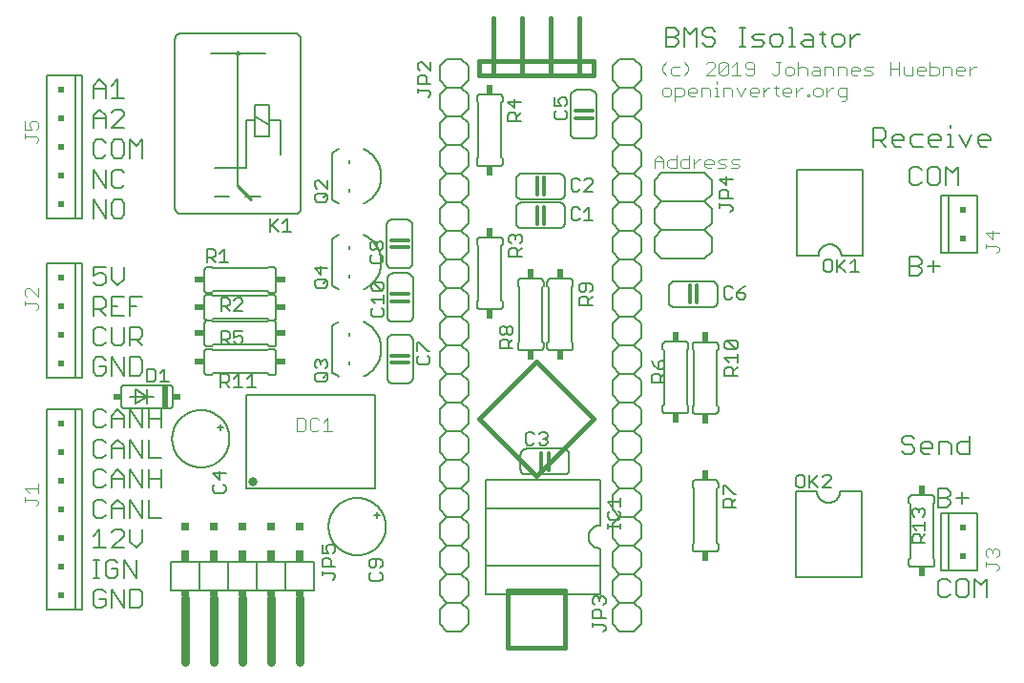
<source format=gbr>
G04 EAGLE Gerber RS-274X export*
G75*
%MOMM*%
%FSLAX34Y34*%
%LPD*%
%INSilkscreen Top*%
%IPPOS*%
%AMOC8*
5,1,8,0,0,1.08239X$1,22.5*%
G01*
%ADD10C,0.152400*%
%ADD11C,0.101600*%
%ADD12C,0.406400*%
%ADD13C,0.127000*%
%ADD14C,0.304800*%
%ADD15R,0.609600X0.863600*%
%ADD16C,0.254000*%
%ADD17R,0.508000X0.508000*%
%ADD18C,0.203200*%
%ADD19C,0.812219*%
%ADD20R,0.508000X2.032000*%
%ADD21R,0.635000X0.508000*%
%ADD22R,0.863600X0.609600*%
%ADD23C,0.762000*%
%ADD24R,0.762000X0.508000*%
%ADD25R,0.762000X1.016000*%
%ADD26R,0.762000X0.762000*%


D10*
X89662Y513842D02*
X89662Y524689D01*
X95085Y530112D01*
X100509Y524689D01*
X100509Y513842D01*
X100509Y521977D02*
X89662Y521977D01*
X106034Y524689D02*
X111457Y530112D01*
X111457Y513842D01*
X106034Y513842D02*
X116880Y513842D01*
X89662Y498019D02*
X89662Y487172D01*
X89662Y498019D02*
X95085Y503442D01*
X100509Y498019D01*
X100509Y487172D01*
X100509Y495307D02*
X89662Y495307D01*
X106034Y487172D02*
X116880Y487172D01*
X106034Y487172D02*
X116880Y498019D01*
X116880Y500730D01*
X114169Y503442D01*
X108745Y503442D01*
X106034Y500730D01*
X97797Y476772D02*
X100509Y474060D01*
X97797Y476772D02*
X92374Y476772D01*
X89662Y474060D01*
X89662Y463214D01*
X92374Y460502D01*
X97797Y460502D01*
X100509Y463214D01*
X108745Y476772D02*
X114169Y476772D01*
X108745Y476772D02*
X106034Y474060D01*
X106034Y463214D01*
X108745Y460502D01*
X114169Y460502D01*
X116880Y463214D01*
X116880Y474060D01*
X114169Y476772D01*
X122405Y476772D02*
X122405Y460502D01*
X127828Y471349D02*
X122405Y476772D01*
X127828Y471349D02*
X133252Y476772D01*
X133252Y460502D01*
X89662Y450102D02*
X89662Y433832D01*
X100509Y433832D02*
X89662Y450102D01*
X100509Y450102D02*
X100509Y433832D01*
X114169Y450102D02*
X116880Y447390D01*
X114169Y450102D02*
X108745Y450102D01*
X106034Y447390D01*
X106034Y436544D01*
X108745Y433832D01*
X114169Y433832D01*
X116880Y436544D01*
X89662Y423432D02*
X89662Y407162D01*
X100509Y407162D02*
X89662Y423432D01*
X100509Y423432D02*
X100509Y407162D01*
X108745Y423432D02*
X114169Y423432D01*
X108745Y423432D02*
X106034Y420720D01*
X106034Y409874D01*
X108745Y407162D01*
X114169Y407162D01*
X116880Y409874D01*
X116880Y420720D01*
X114169Y423432D01*
X100509Y363742D02*
X89662Y363742D01*
X89662Y355607D01*
X95085Y358319D01*
X97797Y358319D01*
X100509Y355607D01*
X100509Y350184D01*
X97797Y347472D01*
X92374Y347472D01*
X89662Y350184D01*
X106034Y352895D02*
X106034Y363742D01*
X106034Y352895D02*
X111457Y347472D01*
X116880Y352895D01*
X116880Y363742D01*
X89662Y337072D02*
X89662Y320802D01*
X89662Y337072D02*
X97797Y337072D01*
X100509Y334360D01*
X100509Y328937D01*
X97797Y326225D01*
X89662Y326225D01*
X95085Y326225D02*
X100509Y320802D01*
X106034Y337072D02*
X116880Y337072D01*
X106034Y337072D02*
X106034Y320802D01*
X116880Y320802D01*
X111457Y328937D02*
X106034Y328937D01*
X122405Y320802D02*
X122405Y337072D01*
X133252Y337072D01*
X127828Y328937D02*
X122405Y328937D01*
X100509Y307690D02*
X97797Y310402D01*
X92374Y310402D01*
X89662Y307690D01*
X89662Y296844D01*
X92374Y294132D01*
X97797Y294132D01*
X100509Y296844D01*
X106034Y296844D02*
X106034Y310402D01*
X106034Y296844D02*
X108745Y294132D01*
X114169Y294132D01*
X116880Y296844D01*
X116880Y310402D01*
X122405Y310402D02*
X122405Y294132D01*
X122405Y310402D02*
X130540Y310402D01*
X133252Y307690D01*
X133252Y302267D01*
X130540Y299555D01*
X122405Y299555D01*
X127828Y299555D02*
X133252Y294132D01*
X100509Y281020D02*
X97797Y283732D01*
X92374Y283732D01*
X89662Y281020D01*
X89662Y270174D01*
X92374Y267462D01*
X97797Y267462D01*
X100509Y270174D01*
X100509Y275597D01*
X95085Y275597D01*
X106034Y267462D02*
X106034Y283732D01*
X116880Y267462D01*
X116880Y283732D01*
X122405Y283732D02*
X122405Y267462D01*
X130540Y267462D01*
X133252Y270174D01*
X133252Y281020D01*
X130540Y283732D01*
X122405Y283732D01*
X97797Y237227D02*
X100509Y234515D01*
X97797Y237227D02*
X92374Y237227D01*
X89662Y234515D01*
X89662Y223669D01*
X92374Y220957D01*
X97797Y220957D01*
X100509Y223669D01*
X106034Y220957D02*
X106034Y231804D01*
X111457Y237227D01*
X116880Y231804D01*
X116880Y220957D01*
X116880Y229092D02*
X106034Y229092D01*
X122405Y220957D02*
X122405Y237227D01*
X133252Y220957D01*
X133252Y237227D01*
X138777Y237227D02*
X138777Y220957D01*
X138777Y229092D02*
X149623Y229092D01*
X149623Y237227D02*
X149623Y220957D01*
X100509Y207845D02*
X97797Y210557D01*
X92374Y210557D01*
X89662Y207845D01*
X89662Y196999D01*
X92374Y194287D01*
X97797Y194287D01*
X100509Y196999D01*
X106034Y194287D02*
X106034Y205134D01*
X111457Y210557D01*
X116880Y205134D01*
X116880Y194287D01*
X116880Y202422D02*
X106034Y202422D01*
X122405Y194287D02*
X122405Y210557D01*
X133252Y194287D01*
X133252Y210557D01*
X138777Y210557D02*
X138777Y194287D01*
X149623Y194287D01*
X100509Y181175D02*
X97797Y183887D01*
X92374Y183887D01*
X89662Y181175D01*
X89662Y170329D01*
X92374Y167617D01*
X97797Y167617D01*
X100509Y170329D01*
X106034Y167617D02*
X106034Y178464D01*
X111457Y183887D01*
X116880Y178464D01*
X116880Y167617D01*
X116880Y175752D02*
X106034Y175752D01*
X122405Y167617D02*
X122405Y183887D01*
X133252Y167617D01*
X133252Y183887D01*
X138777Y183887D02*
X138777Y167617D01*
X138777Y175752D02*
X149623Y175752D01*
X149623Y183887D02*
X149623Y167617D01*
X100509Y154505D02*
X97797Y157217D01*
X92374Y157217D01*
X89662Y154505D01*
X89662Y143659D01*
X92374Y140947D01*
X97797Y140947D01*
X100509Y143659D01*
X106034Y140947D02*
X106034Y151794D01*
X111457Y157217D01*
X116880Y151794D01*
X116880Y140947D01*
X116880Y149082D02*
X106034Y149082D01*
X122405Y140947D02*
X122405Y157217D01*
X133252Y140947D01*
X133252Y157217D01*
X138777Y157217D02*
X138777Y140947D01*
X149623Y140947D01*
X95085Y130547D02*
X89662Y125124D01*
X95085Y130547D02*
X95085Y114277D01*
X89662Y114277D02*
X100509Y114277D01*
X106034Y114277D02*
X116880Y114277D01*
X106034Y114277D02*
X116880Y125124D01*
X116880Y127835D01*
X114169Y130547D01*
X108745Y130547D01*
X106034Y127835D01*
X122405Y130547D02*
X122405Y119700D01*
X127828Y114277D01*
X133252Y119700D01*
X133252Y130547D01*
X95085Y87607D02*
X89662Y87607D01*
X92374Y87607D02*
X92374Y103877D01*
X95085Y103877D02*
X89662Y103877D01*
X108711Y103877D02*
X111423Y101165D01*
X108711Y103877D02*
X103288Y103877D01*
X100576Y101165D01*
X100576Y90319D01*
X103288Y87607D01*
X108711Y87607D01*
X111423Y90319D01*
X111423Y95742D01*
X106000Y95742D01*
X116948Y87607D02*
X116948Y103877D01*
X127795Y87607D01*
X127795Y103877D01*
X100509Y74495D02*
X97797Y77207D01*
X92374Y77207D01*
X89662Y74495D01*
X89662Y63649D01*
X92374Y60937D01*
X97797Y60937D01*
X100509Y63649D01*
X100509Y69072D01*
X95085Y69072D01*
X106034Y60937D02*
X106034Y77207D01*
X116880Y60937D01*
X116880Y77207D01*
X122405Y77207D02*
X122405Y60937D01*
X130540Y60937D01*
X133252Y63649D01*
X133252Y74495D01*
X130540Y77207D01*
X122405Y77207D01*
D11*
X587349Y451358D02*
X587349Y459154D01*
X591247Y463052D01*
X595145Y459154D01*
X595145Y451358D01*
X595145Y457205D02*
X587349Y457205D01*
X606839Y463052D02*
X606839Y451358D01*
X600992Y451358D01*
X599043Y453307D01*
X599043Y457205D01*
X600992Y459154D01*
X606839Y459154D01*
X618533Y463052D02*
X618533Y451358D01*
X612686Y451358D01*
X610737Y453307D01*
X610737Y457205D01*
X612686Y459154D01*
X618533Y459154D01*
X622431Y459154D02*
X622431Y451358D01*
X622431Y455256D02*
X626329Y459154D01*
X628278Y459154D01*
X634125Y451358D02*
X638023Y451358D01*
X634125Y451358D02*
X632176Y453307D01*
X632176Y457205D01*
X634125Y459154D01*
X638023Y459154D01*
X639972Y457205D01*
X639972Y455256D01*
X632176Y455256D01*
X643870Y451358D02*
X649717Y451358D01*
X651666Y453307D01*
X649717Y455256D01*
X645819Y455256D01*
X643870Y457205D01*
X645819Y459154D01*
X651666Y459154D01*
X655564Y451358D02*
X661411Y451358D01*
X663360Y453307D01*
X661411Y455256D01*
X657513Y455256D01*
X655564Y457205D01*
X657513Y459154D01*
X663360Y459154D01*
D10*
X821697Y452642D02*
X824409Y449930D01*
X821697Y452642D02*
X816274Y452642D01*
X813562Y449930D01*
X813562Y439084D01*
X816274Y436372D01*
X821697Y436372D01*
X824409Y439084D01*
X832645Y452642D02*
X838069Y452642D01*
X832645Y452642D02*
X829934Y449930D01*
X829934Y439084D01*
X832645Y436372D01*
X838069Y436372D01*
X840780Y439084D01*
X840780Y449930D01*
X838069Y452642D01*
X846305Y452642D02*
X846305Y436372D01*
X851728Y447219D02*
X846305Y452642D01*
X851728Y447219D02*
X857152Y452642D01*
X857152Y436372D01*
X813562Y372632D02*
X813562Y356362D01*
X813562Y372632D02*
X821697Y372632D01*
X824409Y369920D01*
X824409Y367209D01*
X821697Y364497D01*
X824409Y361785D01*
X824409Y359074D01*
X821697Y356362D01*
X813562Y356362D01*
X813562Y364497D02*
X821697Y364497D01*
X829934Y364497D02*
X840780Y364497D01*
X835357Y369920D02*
X835357Y359074D01*
X838962Y166892D02*
X838962Y150622D01*
X838962Y166892D02*
X847097Y166892D01*
X849809Y164180D01*
X849809Y161469D01*
X847097Y158757D01*
X849809Y156045D01*
X849809Y153334D01*
X847097Y150622D01*
X838962Y150622D01*
X838962Y158757D02*
X847097Y158757D01*
X855334Y158757D02*
X866180Y158757D01*
X860757Y164180D02*
X860757Y153334D01*
X847097Y86882D02*
X849809Y84170D01*
X847097Y86882D02*
X841674Y86882D01*
X838962Y84170D01*
X838962Y73324D01*
X841674Y70612D01*
X847097Y70612D01*
X849809Y73324D01*
X858045Y86882D02*
X863469Y86882D01*
X858045Y86882D02*
X855334Y84170D01*
X855334Y73324D01*
X858045Y70612D01*
X863469Y70612D01*
X866180Y73324D01*
X866180Y84170D01*
X863469Y86882D01*
X871705Y86882D02*
X871705Y70612D01*
X877128Y81459D02*
X871705Y86882D01*
X877128Y81459D02*
X882552Y86882D01*
X882552Y70612D01*
D11*
X598101Y533908D02*
X594203Y537806D01*
X594203Y541704D01*
X598101Y545602D01*
X603948Y541704D02*
X609795Y541704D01*
X603948Y541704D02*
X601999Y539755D01*
X601999Y535857D01*
X603948Y533908D01*
X609795Y533908D01*
X613693Y533908D02*
X617591Y537806D01*
X617591Y541704D01*
X613693Y545602D01*
X633183Y533908D02*
X640979Y533908D01*
X633183Y533908D02*
X640979Y541704D01*
X640979Y543653D01*
X639030Y545602D01*
X635132Y545602D01*
X633183Y543653D01*
X644877Y543653D02*
X644877Y535857D01*
X644877Y543653D02*
X646826Y545602D01*
X650724Y545602D01*
X652673Y543653D01*
X652673Y535857D01*
X650724Y533908D01*
X646826Y533908D01*
X644877Y535857D01*
X652673Y543653D01*
X656571Y541704D02*
X660469Y545602D01*
X660469Y533908D01*
X656571Y533908D02*
X664367Y533908D01*
X668265Y535857D02*
X670214Y533908D01*
X674112Y533908D01*
X676061Y535857D01*
X676061Y543653D01*
X674112Y545602D01*
X670214Y545602D01*
X668265Y543653D01*
X668265Y541704D01*
X670214Y539755D01*
X676061Y539755D01*
X691653Y535857D02*
X693602Y533908D01*
X695551Y533908D01*
X697500Y535857D01*
X697500Y545602D01*
X695551Y545602D02*
X699449Y545602D01*
X705296Y533908D02*
X709194Y533908D01*
X711143Y535857D01*
X711143Y539755D01*
X709194Y541704D01*
X705296Y541704D01*
X703347Y539755D01*
X703347Y535857D01*
X705296Y533908D01*
X715041Y533908D02*
X715041Y545602D01*
X716990Y541704D02*
X715041Y539755D01*
X716990Y541704D02*
X720888Y541704D01*
X722837Y539755D01*
X722837Y533908D01*
X728684Y541704D02*
X732582Y541704D01*
X734531Y539755D01*
X734531Y533908D01*
X728684Y533908D01*
X726735Y535857D01*
X728684Y537806D01*
X734531Y537806D01*
X738429Y533908D02*
X738429Y541704D01*
X744276Y541704D01*
X746225Y539755D01*
X746225Y533908D01*
X750123Y533908D02*
X750123Y541704D01*
X755970Y541704D01*
X757919Y539755D01*
X757919Y533908D01*
X763766Y533908D02*
X767664Y533908D01*
X763766Y533908D02*
X761817Y535857D01*
X761817Y539755D01*
X763766Y541704D01*
X767664Y541704D01*
X769613Y539755D01*
X769613Y537806D01*
X761817Y537806D01*
X773511Y533908D02*
X779358Y533908D01*
X781307Y535857D01*
X779358Y537806D01*
X775460Y537806D01*
X773511Y539755D01*
X775460Y541704D01*
X781307Y541704D01*
X796899Y545602D02*
X796899Y533908D01*
X796899Y539755D02*
X804695Y539755D01*
X804695Y545602D02*
X804695Y533908D01*
X808593Y535857D02*
X808593Y541704D01*
X808593Y535857D02*
X810542Y533908D01*
X816389Y533908D01*
X816389Y541704D01*
X822235Y533908D02*
X826133Y533908D01*
X822235Y533908D02*
X820287Y535857D01*
X820287Y539755D01*
X822235Y541704D01*
X826133Y541704D01*
X828082Y539755D01*
X828082Y537806D01*
X820287Y537806D01*
X831980Y533908D02*
X831980Y545602D01*
X831980Y533908D02*
X837827Y533908D01*
X839776Y535857D01*
X839776Y539755D01*
X837827Y541704D01*
X831980Y541704D01*
X843674Y541704D02*
X843674Y533908D01*
X843674Y541704D02*
X849521Y541704D01*
X851470Y539755D01*
X851470Y533908D01*
X857317Y533908D02*
X861215Y533908D01*
X857317Y533908D02*
X855368Y535857D01*
X855368Y539755D01*
X857317Y541704D01*
X861215Y541704D01*
X863164Y539755D01*
X863164Y537806D01*
X855368Y537806D01*
X867062Y533908D02*
X867062Y541704D01*
X867062Y537806D02*
X870960Y541704D01*
X872909Y541704D01*
X600050Y514858D02*
X596152Y514858D01*
X600050Y514858D02*
X601999Y516807D01*
X601999Y520705D01*
X600050Y522654D01*
X596152Y522654D01*
X594203Y520705D01*
X594203Y516807D01*
X596152Y514858D01*
X605897Y510960D02*
X605897Y522654D01*
X611744Y522654D01*
X613693Y520705D01*
X613693Y516807D01*
X611744Y514858D01*
X605897Y514858D01*
X619540Y514858D02*
X623438Y514858D01*
X619540Y514858D02*
X617591Y516807D01*
X617591Y520705D01*
X619540Y522654D01*
X623438Y522654D01*
X625387Y520705D01*
X625387Y518756D01*
X617591Y518756D01*
X629285Y514858D02*
X629285Y522654D01*
X635132Y522654D01*
X637081Y520705D01*
X637081Y514858D01*
X640979Y522654D02*
X642928Y522654D01*
X642928Y514858D01*
X640979Y514858D02*
X644877Y514858D01*
X642928Y526552D02*
X642928Y528501D01*
X648775Y522654D02*
X648775Y514858D01*
X648775Y522654D02*
X654622Y522654D01*
X656571Y520705D01*
X656571Y514858D01*
X664367Y514858D02*
X660469Y522654D01*
X668265Y522654D02*
X664367Y514858D01*
X674112Y514858D02*
X678010Y514858D01*
X674112Y514858D02*
X672163Y516807D01*
X672163Y520705D01*
X674112Y522654D01*
X678010Y522654D01*
X679959Y520705D01*
X679959Y518756D01*
X672163Y518756D01*
X683857Y514858D02*
X683857Y522654D01*
X683857Y518756D02*
X687755Y522654D01*
X689704Y522654D01*
X695551Y524603D02*
X695551Y516807D01*
X697500Y514858D01*
X697500Y522654D02*
X693602Y522654D01*
X703347Y514858D02*
X707245Y514858D01*
X703347Y514858D02*
X701398Y516807D01*
X701398Y520705D01*
X703347Y522654D01*
X707245Y522654D01*
X709194Y520705D01*
X709194Y518756D01*
X701398Y518756D01*
X713092Y514858D02*
X713092Y522654D01*
X713092Y518756D02*
X716990Y522654D01*
X718939Y522654D01*
X722837Y516807D02*
X722837Y514858D01*
X722837Y516807D02*
X724786Y516807D01*
X724786Y514858D01*
X722837Y514858D01*
X730633Y514858D02*
X734531Y514858D01*
X736480Y516807D01*
X736480Y520705D01*
X734531Y522654D01*
X730633Y522654D01*
X728684Y520705D01*
X728684Y516807D01*
X730633Y514858D01*
X740378Y514858D02*
X740378Y522654D01*
X740378Y518756D02*
X744276Y522654D01*
X746225Y522654D01*
X754021Y510960D02*
X755970Y510960D01*
X757919Y512909D01*
X757919Y522654D01*
X752072Y522654D01*
X750123Y520705D01*
X750123Y516807D01*
X752072Y514858D01*
X757919Y514858D01*
D10*
X597662Y559562D02*
X597662Y575832D01*
X605797Y575832D01*
X608509Y573120D01*
X608509Y570409D01*
X605797Y567697D01*
X608509Y564985D01*
X608509Y562274D01*
X605797Y559562D01*
X597662Y559562D01*
X597662Y567697D02*
X605797Y567697D01*
X614034Y559562D02*
X614034Y575832D01*
X619457Y570409D01*
X624880Y575832D01*
X624880Y559562D01*
X638540Y575832D02*
X641252Y573120D01*
X638540Y575832D02*
X633117Y575832D01*
X630405Y573120D01*
X630405Y570409D01*
X633117Y567697D01*
X638540Y567697D01*
X641252Y564985D01*
X641252Y562274D01*
X638540Y559562D01*
X633117Y559562D01*
X630405Y562274D01*
X663148Y559562D02*
X668572Y559562D01*
X665860Y559562D02*
X665860Y575832D01*
X663148Y575832D02*
X668572Y575832D01*
X674063Y559562D02*
X682198Y559562D01*
X684909Y562274D01*
X682198Y564985D01*
X676774Y564985D01*
X674063Y567697D01*
X676774Y570409D01*
X684909Y570409D01*
X693146Y559562D02*
X698569Y559562D01*
X701281Y562274D01*
X701281Y567697D01*
X698569Y570409D01*
X693146Y570409D01*
X690434Y567697D01*
X690434Y562274D01*
X693146Y559562D01*
X706806Y575832D02*
X709517Y575832D01*
X709517Y559562D01*
X706806Y559562D02*
X712229Y559562D01*
X720432Y570409D02*
X725855Y570409D01*
X728567Y567697D01*
X728567Y559562D01*
X720432Y559562D01*
X717720Y562274D01*
X720432Y564985D01*
X728567Y564985D01*
X736803Y562274D02*
X736803Y573120D01*
X736803Y562274D02*
X739515Y559562D01*
X739515Y570409D02*
X734092Y570409D01*
X747718Y559562D02*
X753141Y559562D01*
X755853Y562274D01*
X755853Y567697D01*
X753141Y570409D01*
X747718Y570409D01*
X745006Y567697D01*
X745006Y562274D01*
X747718Y559562D01*
X761378Y559562D02*
X761378Y570409D01*
X766801Y570409D02*
X761378Y564985D01*
X766801Y570409D02*
X769513Y570409D01*
X781812Y486932D02*
X781812Y470662D01*
X781812Y486932D02*
X789947Y486932D01*
X792659Y484220D01*
X792659Y478797D01*
X789947Y476085D01*
X781812Y476085D01*
X787235Y476085D02*
X792659Y470662D01*
X800895Y470662D02*
X806319Y470662D01*
X800895Y470662D02*
X798184Y473374D01*
X798184Y478797D01*
X800895Y481509D01*
X806319Y481509D01*
X809030Y478797D01*
X809030Y476085D01*
X798184Y476085D01*
X817267Y481509D02*
X825402Y481509D01*
X817267Y481509D02*
X814555Y478797D01*
X814555Y473374D01*
X817267Y470662D01*
X825402Y470662D01*
X833638Y470662D02*
X839062Y470662D01*
X833638Y470662D02*
X830927Y473374D01*
X830927Y478797D01*
X833638Y481509D01*
X839062Y481509D01*
X841773Y478797D01*
X841773Y476085D01*
X830927Y476085D01*
X847298Y481509D02*
X850010Y481509D01*
X850010Y470662D01*
X847298Y470662D02*
X852722Y470662D01*
X850010Y486932D02*
X850010Y489644D01*
X858213Y481509D02*
X863636Y470662D01*
X869059Y481509D01*
X877296Y470662D02*
X882719Y470662D01*
X877296Y470662D02*
X874584Y473374D01*
X874584Y478797D01*
X877296Y481509D01*
X882719Y481509D01*
X885431Y478797D01*
X885431Y476085D01*
X874584Y476085D01*
X815347Y213882D02*
X818059Y211170D01*
X815347Y213882D02*
X809924Y213882D01*
X807212Y211170D01*
X807212Y208459D01*
X809924Y205747D01*
X815347Y205747D01*
X818059Y203035D01*
X818059Y200324D01*
X815347Y197612D01*
X809924Y197612D01*
X807212Y200324D01*
X826295Y197612D02*
X831719Y197612D01*
X826295Y197612D02*
X823584Y200324D01*
X823584Y205747D01*
X826295Y208459D01*
X831719Y208459D01*
X834430Y205747D01*
X834430Y203035D01*
X823584Y203035D01*
X839955Y197612D02*
X839955Y208459D01*
X848090Y208459D01*
X850802Y205747D01*
X850802Y197612D01*
X867173Y197612D02*
X867173Y213882D01*
X867173Y197612D02*
X859038Y197612D01*
X856327Y200324D01*
X856327Y205747D01*
X859038Y208459D01*
X867173Y208459D01*
D12*
X444500Y533400D02*
X444500Y546100D01*
X444500Y584200D01*
X469900Y584200D02*
X469900Y533400D01*
X495300Y533400D02*
X495300Y584200D01*
X520700Y584200D02*
X520700Y533400D01*
X508000Y76200D02*
X457200Y76200D01*
X508000Y76200D02*
X508000Y25400D01*
X457200Y25400D01*
X457200Y76200D01*
X533400Y228600D02*
X482600Y279400D01*
X533400Y228600D02*
X482600Y177800D01*
X431800Y228600D01*
X482600Y279400D01*
X444500Y546100D02*
X533400Y546100D01*
X533400Y533400D01*
X431800Y533400D01*
X431800Y546100D01*
X444500Y546100D01*
D10*
X422300Y84750D02*
X422300Y72050D01*
X415950Y65700D01*
X403250Y65700D01*
X396900Y72050D01*
X422300Y110150D02*
X415950Y116500D01*
X422300Y110150D02*
X422300Y97450D01*
X415950Y91100D01*
X403250Y91100D01*
X396900Y97450D01*
X396900Y110150D01*
X403250Y116500D01*
X415950Y91100D02*
X422300Y84750D01*
X403250Y91100D02*
X396900Y84750D01*
X396900Y72050D01*
X422300Y148250D02*
X422300Y160950D01*
X422300Y148250D02*
X415950Y141900D01*
X403250Y141900D01*
X396900Y148250D01*
X415950Y141900D02*
X422300Y135550D01*
X422300Y122850D01*
X415950Y116500D01*
X403250Y116500D01*
X396900Y122850D01*
X396900Y135550D01*
X403250Y141900D01*
X422300Y186350D02*
X415950Y192700D01*
X422300Y186350D02*
X422300Y173650D01*
X415950Y167300D01*
X403250Y167300D01*
X396900Y173650D01*
X396900Y186350D01*
X403250Y192700D01*
X415950Y167300D02*
X422300Y160950D01*
X403250Y167300D02*
X396900Y160950D01*
X396900Y148250D01*
X422300Y224450D02*
X422300Y237150D01*
X422300Y224450D02*
X415950Y218100D01*
X403250Y218100D01*
X396900Y224450D01*
X415950Y218100D02*
X422300Y211750D01*
X422300Y199050D01*
X415950Y192700D01*
X403250Y192700D01*
X396900Y199050D01*
X396900Y211750D01*
X403250Y218100D01*
X422300Y262550D02*
X415950Y268900D01*
X422300Y262550D02*
X422300Y249850D01*
X415950Y243500D01*
X403250Y243500D01*
X396900Y249850D01*
X396900Y262550D01*
X403250Y268900D01*
X415950Y243500D02*
X422300Y237150D01*
X403250Y243500D02*
X396900Y237150D01*
X396900Y224450D01*
X422300Y300650D02*
X422300Y313350D01*
X422300Y300650D02*
X415950Y294300D01*
X403250Y294300D01*
X396900Y300650D01*
X415950Y294300D02*
X422300Y287950D01*
X422300Y275250D01*
X415950Y268900D01*
X403250Y268900D01*
X396900Y275250D01*
X396900Y287950D01*
X403250Y294300D01*
X422300Y338750D02*
X415950Y345100D01*
X422300Y338750D02*
X422300Y326050D01*
X415950Y319700D01*
X403250Y319700D01*
X396900Y326050D01*
X396900Y338750D01*
X403250Y345100D01*
X415950Y319700D02*
X422300Y313350D01*
X403250Y319700D02*
X396900Y313350D01*
X396900Y300650D01*
X422300Y376850D02*
X422300Y389550D01*
X422300Y376850D02*
X415950Y370500D01*
X403250Y370500D01*
X396900Y376850D01*
X415950Y370500D02*
X422300Y364150D01*
X422300Y351450D01*
X415950Y345100D01*
X403250Y345100D01*
X396900Y351450D01*
X396900Y364150D01*
X403250Y370500D01*
X422300Y414950D02*
X415950Y421300D01*
X422300Y414950D02*
X422300Y402250D01*
X415950Y395900D01*
X403250Y395900D01*
X396900Y402250D01*
X396900Y414950D01*
X403250Y421300D01*
X415950Y395900D02*
X422300Y389550D01*
X403250Y395900D02*
X396900Y389550D01*
X396900Y376850D01*
X422300Y453050D02*
X422300Y465750D01*
X422300Y453050D02*
X415950Y446700D01*
X403250Y446700D01*
X396900Y453050D01*
X415950Y446700D02*
X422300Y440350D01*
X422300Y427650D01*
X415950Y421300D01*
X403250Y421300D01*
X396900Y427650D01*
X396900Y440350D01*
X403250Y446700D01*
X422300Y491150D02*
X415950Y497500D01*
X422300Y491150D02*
X422300Y478450D01*
X415950Y472100D01*
X403250Y472100D01*
X396900Y478450D01*
X396900Y491150D01*
X403250Y497500D01*
X415950Y472100D02*
X422300Y465750D01*
X403250Y472100D02*
X396900Y465750D01*
X396900Y453050D01*
X422300Y529250D02*
X422300Y541950D01*
X422300Y529250D02*
X415950Y522900D01*
X403250Y522900D01*
X396900Y529250D01*
X415950Y522900D02*
X422300Y516550D01*
X422300Y503850D01*
X415950Y497500D01*
X403250Y497500D01*
X396900Y503850D01*
X396900Y516550D01*
X403250Y522900D01*
X403250Y548300D02*
X415950Y548300D01*
X422300Y541950D01*
X403250Y548300D02*
X396900Y541950D01*
X396900Y529250D01*
X422300Y59350D02*
X422300Y46650D01*
X415950Y40300D01*
X403250Y40300D01*
X396900Y46650D01*
X415950Y65700D02*
X422300Y59350D01*
X403250Y65700D02*
X396900Y59350D01*
X396900Y46650D01*
D13*
X387246Y514615D02*
X389153Y516522D01*
X389153Y518428D01*
X387246Y520335D01*
X377713Y520335D01*
X377713Y518428D02*
X377713Y522242D01*
X377713Y526309D02*
X389153Y526309D01*
X377713Y526309D02*
X377713Y532029D01*
X379620Y533936D01*
X383433Y533936D01*
X385340Y532029D01*
X385340Y526309D01*
X389153Y538003D02*
X389153Y545629D01*
X389153Y538003D02*
X381527Y545629D01*
X379620Y545629D01*
X377713Y543723D01*
X377713Y539910D01*
X379620Y538003D01*
D10*
X550500Y516550D02*
X550500Y503850D01*
X550500Y516550D02*
X556850Y522900D01*
X569550Y522900D01*
X575900Y516550D01*
X550500Y478450D02*
X556850Y472100D01*
X550500Y478450D02*
X550500Y491150D01*
X556850Y497500D01*
X569550Y497500D01*
X575900Y491150D01*
X575900Y478450D01*
X569550Y472100D01*
X556850Y497500D02*
X550500Y503850D01*
X569550Y497500D02*
X575900Y503850D01*
X575900Y516550D01*
X550500Y440350D02*
X550500Y427650D01*
X550500Y440350D02*
X556850Y446700D01*
X569550Y446700D01*
X575900Y440350D01*
X556850Y446700D02*
X550500Y453050D01*
X550500Y465750D01*
X556850Y472100D01*
X569550Y472100D01*
X575900Y465750D01*
X575900Y453050D01*
X569550Y446700D01*
X550500Y402250D02*
X556850Y395900D01*
X550500Y402250D02*
X550500Y414950D01*
X556850Y421300D01*
X569550Y421300D01*
X575900Y414950D01*
X575900Y402250D01*
X569550Y395900D01*
X556850Y421300D02*
X550500Y427650D01*
X569550Y421300D02*
X575900Y427650D01*
X575900Y440350D01*
X550500Y364150D02*
X550500Y351450D01*
X550500Y364150D02*
X556850Y370500D01*
X569550Y370500D01*
X575900Y364150D01*
X556850Y370500D02*
X550500Y376850D01*
X550500Y389550D01*
X556850Y395900D01*
X569550Y395900D01*
X575900Y389550D01*
X575900Y376850D01*
X569550Y370500D01*
X550500Y326050D02*
X556850Y319700D01*
X550500Y326050D02*
X550500Y338750D01*
X556850Y345100D01*
X569550Y345100D01*
X575900Y338750D01*
X575900Y326050D01*
X569550Y319700D01*
X556850Y345100D02*
X550500Y351450D01*
X569550Y345100D02*
X575900Y351450D01*
X575900Y364150D01*
X550500Y287950D02*
X550500Y275250D01*
X550500Y287950D02*
X556850Y294300D01*
X569550Y294300D01*
X575900Y287950D01*
X556850Y294300D02*
X550500Y300650D01*
X550500Y313350D01*
X556850Y319700D01*
X569550Y319700D01*
X575900Y313350D01*
X575900Y300650D01*
X569550Y294300D01*
X550500Y249850D02*
X556850Y243500D01*
X550500Y249850D02*
X550500Y262550D01*
X556850Y268900D01*
X569550Y268900D01*
X575900Y262550D01*
X575900Y249850D01*
X569550Y243500D01*
X556850Y268900D02*
X550500Y275250D01*
X569550Y268900D02*
X575900Y275250D01*
X575900Y287950D01*
X550500Y211750D02*
X550500Y199050D01*
X550500Y211750D02*
X556850Y218100D01*
X569550Y218100D01*
X575900Y211750D01*
X556850Y218100D02*
X550500Y224450D01*
X550500Y237150D01*
X556850Y243500D01*
X569550Y243500D01*
X575900Y237150D01*
X575900Y224450D01*
X569550Y218100D01*
X550500Y173650D02*
X556850Y167300D01*
X550500Y173650D02*
X550500Y186350D01*
X556850Y192700D01*
X569550Y192700D01*
X575900Y186350D01*
X575900Y173650D01*
X569550Y167300D01*
X556850Y192700D02*
X550500Y199050D01*
X569550Y192700D02*
X575900Y199050D01*
X575900Y211750D01*
X550500Y135550D02*
X550500Y122850D01*
X550500Y135550D02*
X556850Y141900D01*
X569550Y141900D01*
X575900Y135550D01*
X556850Y141900D02*
X550500Y148250D01*
X550500Y160950D01*
X556850Y167300D01*
X569550Y167300D01*
X575900Y160950D01*
X575900Y148250D01*
X569550Y141900D01*
X550500Y97450D02*
X556850Y91100D01*
X550500Y97450D02*
X550500Y110150D01*
X556850Y116500D01*
X569550Y116500D01*
X575900Y110150D01*
X575900Y97450D01*
X569550Y91100D01*
X556850Y116500D02*
X550500Y122850D01*
X569550Y116500D02*
X575900Y122850D01*
X575900Y135550D01*
X550500Y59350D02*
X550500Y46650D01*
X550500Y59350D02*
X556850Y65700D01*
X569550Y65700D01*
X575900Y59350D01*
X556850Y65700D02*
X550500Y72050D01*
X550500Y84750D01*
X556850Y91100D01*
X569550Y91100D01*
X575900Y84750D01*
X575900Y72050D01*
X569550Y65700D01*
X569550Y40300D02*
X556850Y40300D01*
X550500Y46650D01*
X569550Y40300D02*
X575900Y46650D01*
X575900Y59350D01*
X550500Y529250D02*
X550500Y541950D01*
X556850Y548300D01*
X569550Y548300D01*
X575900Y541950D01*
X556850Y522900D02*
X550500Y529250D01*
X569550Y522900D02*
X575900Y529250D01*
X575900Y541950D01*
D13*
X544277Y42080D02*
X542370Y40173D01*
X544277Y42080D02*
X544277Y43986D01*
X542370Y45893D01*
X532837Y45893D01*
X532837Y43986D02*
X532837Y47800D01*
X532837Y51867D02*
X544277Y51867D01*
X532837Y51867D02*
X532837Y57587D01*
X534744Y59493D01*
X538557Y59493D01*
X540464Y57587D01*
X540464Y51867D01*
X534744Y63561D02*
X532837Y65468D01*
X532837Y69281D01*
X534744Y71187D01*
X536651Y71187D01*
X538557Y69281D01*
X538557Y67374D01*
X538557Y69281D02*
X540464Y71187D01*
X542370Y71187D01*
X544277Y69281D01*
X544277Y65468D01*
X542370Y63561D01*
X301990Y269950D02*
X301990Y311850D01*
X329859Y315030D02*
X330443Y314747D01*
X331019Y314449D01*
X331588Y314138D01*
X332149Y313813D01*
X332702Y313474D01*
X333247Y313122D01*
X333783Y312757D01*
X334310Y312379D01*
X334827Y311988D01*
X335335Y311585D01*
X335833Y311169D01*
X336321Y310742D01*
X336798Y310303D01*
X337265Y309852D01*
X337720Y309390D01*
X338164Y308917D01*
X338596Y308434D01*
X339017Y307940D01*
X339425Y307436D01*
X339821Y306922D01*
X340204Y306399D01*
X340575Y305867D01*
X340932Y305325D01*
X341276Y304776D01*
X341607Y304218D01*
X341924Y303652D01*
X342227Y303079D01*
X342516Y302498D01*
X342791Y301911D01*
X343052Y301317D01*
X343298Y300717D01*
X343529Y300111D01*
X343746Y299499D01*
X343947Y298883D01*
X344134Y298262D01*
X344305Y297636D01*
X344461Y297007D01*
X344602Y296374D01*
X344728Y295737D01*
X344837Y295098D01*
X344932Y294457D01*
X345010Y293813D01*
X345073Y293167D01*
X345121Y292520D01*
X345152Y291873D01*
X345168Y291224D01*
X345168Y290576D01*
X345152Y289927D01*
X345121Y289280D01*
X345073Y288633D01*
X345010Y287987D01*
X344932Y287343D01*
X344837Y286702D01*
X344728Y286063D01*
X344602Y285426D01*
X344461Y284793D01*
X344305Y284164D01*
X344134Y283538D01*
X343947Y282917D01*
X343746Y282301D01*
X343529Y281689D01*
X343298Y281083D01*
X343052Y280483D01*
X342791Y279889D01*
X342516Y279302D01*
X342227Y278721D01*
X341924Y278148D01*
X341607Y277582D01*
X341276Y277024D01*
X340932Y276475D01*
X340575Y275933D01*
X340204Y275401D01*
X339821Y274878D01*
X339425Y274364D01*
X339017Y273860D01*
X338596Y273366D01*
X338164Y272883D01*
X337720Y272410D01*
X337265Y271948D01*
X336798Y271497D01*
X336321Y271058D01*
X335833Y270631D01*
X335335Y270215D01*
X334827Y269812D01*
X334310Y269421D01*
X333783Y269043D01*
X333247Y268678D01*
X332702Y268326D01*
X332149Y267987D01*
X331588Y267662D01*
X331019Y267351D01*
X330443Y267053D01*
X329859Y266770D01*
X301990Y311850D02*
X302471Y312220D01*
X302960Y312579D01*
X303457Y312927D01*
X303962Y313264D01*
X304475Y313589D01*
X304995Y313902D01*
X305522Y314204D01*
X306055Y314493D01*
X306595Y314770D01*
X307141Y315035D01*
X317230Y304940D02*
X317230Y302260D01*
X317230Y279540D02*
X317230Y276860D01*
X307382Y266653D02*
X306809Y266924D01*
X306243Y267209D01*
X305684Y267506D01*
X305132Y267817D01*
X304588Y268142D01*
X304052Y268478D01*
X303523Y268828D01*
X303003Y269190D01*
X302492Y269564D01*
X301990Y269950D01*
X295638Y261797D02*
X288012Y261797D01*
X286105Y263704D01*
X286105Y267517D01*
X288012Y269424D01*
X295638Y269424D01*
X297545Y267517D01*
X297545Y263704D01*
X295638Y261797D01*
X293732Y265610D02*
X297545Y269424D01*
X288012Y273491D02*
X286105Y275398D01*
X286105Y279211D01*
X288012Y281118D01*
X289919Y281118D01*
X291825Y279211D01*
X291825Y277304D01*
X291825Y279211D02*
X293732Y281118D01*
X295638Y281118D01*
X297545Y279211D01*
X297545Y275398D01*
X295638Y273491D01*
X301990Y347150D02*
X301990Y389050D01*
X329859Y392230D02*
X330443Y391947D01*
X331019Y391649D01*
X331588Y391338D01*
X332149Y391013D01*
X332702Y390674D01*
X333247Y390322D01*
X333783Y389957D01*
X334310Y389579D01*
X334827Y389188D01*
X335335Y388785D01*
X335833Y388369D01*
X336321Y387942D01*
X336798Y387503D01*
X337265Y387052D01*
X337720Y386590D01*
X338164Y386117D01*
X338596Y385634D01*
X339017Y385140D01*
X339425Y384636D01*
X339821Y384122D01*
X340204Y383599D01*
X340575Y383067D01*
X340932Y382525D01*
X341276Y381976D01*
X341607Y381418D01*
X341924Y380852D01*
X342227Y380279D01*
X342516Y379698D01*
X342791Y379111D01*
X343052Y378517D01*
X343298Y377917D01*
X343529Y377311D01*
X343746Y376699D01*
X343947Y376083D01*
X344134Y375462D01*
X344305Y374836D01*
X344461Y374207D01*
X344602Y373574D01*
X344728Y372937D01*
X344837Y372298D01*
X344932Y371657D01*
X345010Y371013D01*
X345073Y370367D01*
X345121Y369720D01*
X345152Y369073D01*
X345168Y368424D01*
X345168Y367776D01*
X345152Y367127D01*
X345121Y366480D01*
X345073Y365833D01*
X345010Y365187D01*
X344932Y364543D01*
X344837Y363902D01*
X344728Y363263D01*
X344602Y362626D01*
X344461Y361993D01*
X344305Y361364D01*
X344134Y360738D01*
X343947Y360117D01*
X343746Y359501D01*
X343529Y358889D01*
X343298Y358283D01*
X343052Y357683D01*
X342791Y357089D01*
X342516Y356502D01*
X342227Y355921D01*
X341924Y355348D01*
X341607Y354782D01*
X341276Y354224D01*
X340932Y353675D01*
X340575Y353133D01*
X340204Y352601D01*
X339821Y352078D01*
X339425Y351564D01*
X339017Y351060D01*
X338596Y350566D01*
X338164Y350083D01*
X337720Y349610D01*
X337265Y349148D01*
X336798Y348697D01*
X336321Y348258D01*
X335833Y347831D01*
X335335Y347415D01*
X334827Y347012D01*
X334310Y346621D01*
X333783Y346243D01*
X333247Y345878D01*
X332702Y345526D01*
X332149Y345187D01*
X331588Y344862D01*
X331019Y344551D01*
X330443Y344253D01*
X329859Y343970D01*
X301990Y389050D02*
X302471Y389420D01*
X302960Y389779D01*
X303457Y390127D01*
X303962Y390464D01*
X304475Y390789D01*
X304995Y391102D01*
X305522Y391404D01*
X306055Y391693D01*
X306595Y391970D01*
X307141Y392235D01*
X317230Y382140D02*
X317230Y379460D01*
X317230Y356740D02*
X317230Y354060D01*
X307382Y343853D02*
X306809Y344124D01*
X306243Y344409D01*
X305684Y344706D01*
X305132Y345017D01*
X304588Y345342D01*
X304052Y345678D01*
X303523Y346028D01*
X303003Y346390D01*
X302492Y346764D01*
X301990Y347150D01*
X295638Y345347D02*
X288012Y345347D01*
X286105Y347254D01*
X286105Y351067D01*
X288012Y352974D01*
X295638Y352974D01*
X297545Y351067D01*
X297545Y347254D01*
X295638Y345347D01*
X293732Y349160D02*
X297545Y352974D01*
X297545Y362761D02*
X286105Y362761D01*
X291825Y357041D01*
X291825Y364668D01*
D10*
X355000Y362610D02*
X367700Y362610D01*
X355000Y362610D02*
X354860Y362612D01*
X354720Y362618D01*
X354580Y362627D01*
X354441Y362641D01*
X354302Y362658D01*
X354164Y362679D01*
X354026Y362704D01*
X353889Y362733D01*
X353753Y362765D01*
X353618Y362802D01*
X353484Y362842D01*
X353351Y362885D01*
X353219Y362933D01*
X353088Y362983D01*
X352959Y363038D01*
X352832Y363096D01*
X352706Y363157D01*
X352582Y363222D01*
X352460Y363291D01*
X352340Y363362D01*
X352222Y363437D01*
X352105Y363515D01*
X351991Y363597D01*
X351880Y363681D01*
X351771Y363769D01*
X351664Y363859D01*
X351559Y363953D01*
X351458Y364049D01*
X351359Y364148D01*
X351263Y364249D01*
X351169Y364354D01*
X351079Y364461D01*
X350991Y364570D01*
X350907Y364681D01*
X350825Y364795D01*
X350747Y364912D01*
X350672Y365030D01*
X350601Y365150D01*
X350532Y365272D01*
X350467Y365396D01*
X350406Y365522D01*
X350348Y365649D01*
X350293Y365778D01*
X350243Y365909D01*
X350195Y366041D01*
X350152Y366174D01*
X350112Y366308D01*
X350075Y366443D01*
X350043Y366579D01*
X350014Y366716D01*
X349989Y366854D01*
X349968Y366992D01*
X349951Y367131D01*
X349937Y367270D01*
X349928Y367410D01*
X349922Y367550D01*
X349920Y367690D01*
X367700Y362610D02*
X367840Y362612D01*
X367980Y362618D01*
X368120Y362627D01*
X368259Y362641D01*
X368398Y362658D01*
X368536Y362679D01*
X368674Y362704D01*
X368811Y362733D01*
X368947Y362765D01*
X369082Y362802D01*
X369216Y362842D01*
X369349Y362885D01*
X369481Y362933D01*
X369612Y362983D01*
X369741Y363038D01*
X369868Y363096D01*
X369994Y363157D01*
X370118Y363222D01*
X370240Y363291D01*
X370360Y363362D01*
X370478Y363437D01*
X370595Y363515D01*
X370709Y363597D01*
X370820Y363681D01*
X370929Y363769D01*
X371036Y363859D01*
X371141Y363953D01*
X371242Y364049D01*
X371341Y364148D01*
X371437Y364249D01*
X371531Y364354D01*
X371621Y364461D01*
X371709Y364570D01*
X371793Y364681D01*
X371875Y364795D01*
X371953Y364912D01*
X372028Y365030D01*
X372099Y365150D01*
X372168Y365272D01*
X372233Y365396D01*
X372294Y365522D01*
X372352Y365649D01*
X372407Y365778D01*
X372457Y365909D01*
X372505Y366041D01*
X372548Y366174D01*
X372588Y366308D01*
X372625Y366443D01*
X372657Y366579D01*
X372686Y366716D01*
X372711Y366854D01*
X372732Y366992D01*
X372749Y367131D01*
X372763Y367270D01*
X372772Y367410D01*
X372778Y367550D01*
X372780Y367690D01*
X349920Y367690D02*
X349920Y400710D01*
X355000Y405790D02*
X367700Y405790D01*
X372780Y400710D02*
X372780Y367690D01*
X349920Y400710D02*
X349922Y400850D01*
X349928Y400990D01*
X349937Y401130D01*
X349951Y401269D01*
X349968Y401408D01*
X349989Y401546D01*
X350014Y401684D01*
X350043Y401821D01*
X350075Y401957D01*
X350112Y402092D01*
X350152Y402226D01*
X350195Y402359D01*
X350243Y402491D01*
X350293Y402622D01*
X350348Y402751D01*
X350406Y402878D01*
X350467Y403004D01*
X350532Y403128D01*
X350601Y403250D01*
X350672Y403370D01*
X350747Y403488D01*
X350825Y403605D01*
X350907Y403719D01*
X350991Y403830D01*
X351079Y403939D01*
X351169Y404046D01*
X351263Y404151D01*
X351359Y404252D01*
X351458Y404351D01*
X351559Y404447D01*
X351664Y404541D01*
X351771Y404631D01*
X351880Y404719D01*
X351991Y404803D01*
X352105Y404885D01*
X352222Y404963D01*
X352340Y405038D01*
X352460Y405109D01*
X352582Y405178D01*
X352706Y405243D01*
X352832Y405304D01*
X352959Y405362D01*
X353088Y405417D01*
X353219Y405467D01*
X353351Y405515D01*
X353484Y405558D01*
X353618Y405598D01*
X353753Y405635D01*
X353889Y405667D01*
X354026Y405696D01*
X354164Y405721D01*
X354302Y405742D01*
X354441Y405759D01*
X354580Y405773D01*
X354720Y405782D01*
X354860Y405788D01*
X355000Y405790D01*
X367700Y405790D02*
X367840Y405788D01*
X367980Y405782D01*
X368120Y405773D01*
X368259Y405759D01*
X368398Y405742D01*
X368536Y405721D01*
X368674Y405696D01*
X368811Y405667D01*
X368947Y405635D01*
X369082Y405598D01*
X369216Y405558D01*
X369349Y405515D01*
X369481Y405467D01*
X369612Y405417D01*
X369741Y405362D01*
X369868Y405304D01*
X369994Y405243D01*
X370118Y405178D01*
X370240Y405109D01*
X370360Y405038D01*
X370478Y404963D01*
X370595Y404885D01*
X370709Y404803D01*
X370820Y404719D01*
X370929Y404631D01*
X371036Y404541D01*
X371141Y404447D01*
X371242Y404351D01*
X371341Y404252D01*
X371437Y404151D01*
X371531Y404046D01*
X371621Y403939D01*
X371709Y403830D01*
X371793Y403719D01*
X371875Y403605D01*
X371953Y403488D01*
X372028Y403370D01*
X372099Y403250D01*
X372168Y403128D01*
X372233Y403004D01*
X372294Y402878D01*
X372352Y402751D01*
X372407Y402622D01*
X372457Y402491D01*
X372505Y402359D01*
X372548Y402226D01*
X372588Y402092D01*
X372625Y401957D01*
X372657Y401821D01*
X372686Y401684D01*
X372711Y401546D01*
X372732Y401408D01*
X372749Y401269D01*
X372763Y401130D01*
X372772Y400990D01*
X372778Y400850D01*
X372780Y400710D01*
D14*
X368970Y381152D02*
X353730Y381152D01*
X353730Y387502D02*
X368970Y387502D01*
D13*
X337212Y374682D02*
X335305Y372775D01*
X335305Y368962D01*
X337212Y367055D01*
X344838Y367055D01*
X346745Y368962D01*
X346745Y372775D01*
X344838Y374682D01*
X337212Y378749D02*
X335305Y380656D01*
X335305Y384469D01*
X337212Y386375D01*
X339119Y386375D01*
X341025Y384469D01*
X342932Y386375D01*
X344838Y386375D01*
X346745Y384469D01*
X346745Y380656D01*
X344838Y378749D01*
X342932Y378749D01*
X341025Y380656D01*
X339119Y378749D01*
X337212Y378749D01*
X341025Y380656D02*
X341025Y384469D01*
D10*
X355600Y303740D02*
X368300Y303740D01*
X368440Y303738D01*
X368580Y303732D01*
X368720Y303723D01*
X368859Y303709D01*
X368998Y303692D01*
X369136Y303671D01*
X369274Y303646D01*
X369411Y303617D01*
X369547Y303585D01*
X369682Y303548D01*
X369816Y303508D01*
X369949Y303465D01*
X370081Y303417D01*
X370212Y303367D01*
X370341Y303312D01*
X370468Y303254D01*
X370594Y303193D01*
X370718Y303128D01*
X370840Y303059D01*
X370960Y302988D01*
X371078Y302913D01*
X371195Y302835D01*
X371309Y302753D01*
X371420Y302669D01*
X371529Y302581D01*
X371636Y302491D01*
X371741Y302397D01*
X371842Y302301D01*
X371941Y302202D01*
X372037Y302101D01*
X372131Y301996D01*
X372221Y301889D01*
X372309Y301780D01*
X372393Y301669D01*
X372475Y301555D01*
X372553Y301438D01*
X372628Y301320D01*
X372699Y301200D01*
X372768Y301078D01*
X372833Y300954D01*
X372894Y300828D01*
X372952Y300701D01*
X373007Y300572D01*
X373057Y300441D01*
X373105Y300309D01*
X373148Y300176D01*
X373188Y300042D01*
X373225Y299907D01*
X373257Y299771D01*
X373286Y299634D01*
X373311Y299496D01*
X373332Y299358D01*
X373349Y299219D01*
X373363Y299080D01*
X373372Y298940D01*
X373378Y298800D01*
X373380Y298660D01*
X355600Y303740D02*
X355460Y303738D01*
X355320Y303732D01*
X355180Y303723D01*
X355041Y303709D01*
X354902Y303692D01*
X354764Y303671D01*
X354626Y303646D01*
X354489Y303617D01*
X354353Y303585D01*
X354218Y303548D01*
X354084Y303508D01*
X353951Y303465D01*
X353819Y303417D01*
X353688Y303367D01*
X353559Y303312D01*
X353432Y303254D01*
X353306Y303193D01*
X353182Y303128D01*
X353060Y303059D01*
X352940Y302988D01*
X352822Y302913D01*
X352705Y302835D01*
X352591Y302753D01*
X352480Y302669D01*
X352371Y302581D01*
X352264Y302491D01*
X352159Y302397D01*
X352058Y302301D01*
X351959Y302202D01*
X351863Y302101D01*
X351769Y301996D01*
X351679Y301889D01*
X351591Y301780D01*
X351507Y301669D01*
X351425Y301555D01*
X351347Y301438D01*
X351272Y301320D01*
X351201Y301200D01*
X351132Y301078D01*
X351067Y300954D01*
X351006Y300828D01*
X350948Y300701D01*
X350893Y300572D01*
X350843Y300441D01*
X350795Y300309D01*
X350752Y300176D01*
X350712Y300042D01*
X350675Y299907D01*
X350643Y299771D01*
X350614Y299634D01*
X350589Y299496D01*
X350568Y299358D01*
X350551Y299219D01*
X350537Y299080D01*
X350528Y298940D01*
X350522Y298800D01*
X350520Y298660D01*
X373380Y298660D02*
X373380Y265640D01*
X368300Y260560D02*
X355600Y260560D01*
X350520Y265640D02*
X350520Y298660D01*
X373380Y265640D02*
X373378Y265500D01*
X373372Y265360D01*
X373363Y265220D01*
X373349Y265081D01*
X373332Y264942D01*
X373311Y264804D01*
X373286Y264666D01*
X373257Y264529D01*
X373225Y264393D01*
X373188Y264258D01*
X373148Y264124D01*
X373105Y263991D01*
X373057Y263859D01*
X373007Y263728D01*
X372952Y263599D01*
X372894Y263472D01*
X372833Y263346D01*
X372768Y263222D01*
X372699Y263100D01*
X372628Y262980D01*
X372553Y262862D01*
X372475Y262745D01*
X372393Y262631D01*
X372309Y262520D01*
X372221Y262411D01*
X372131Y262304D01*
X372037Y262199D01*
X371941Y262098D01*
X371842Y261999D01*
X371741Y261903D01*
X371636Y261809D01*
X371529Y261719D01*
X371420Y261631D01*
X371309Y261547D01*
X371195Y261465D01*
X371078Y261387D01*
X370960Y261312D01*
X370840Y261241D01*
X370718Y261172D01*
X370594Y261107D01*
X370468Y261046D01*
X370341Y260988D01*
X370212Y260933D01*
X370081Y260883D01*
X369949Y260835D01*
X369816Y260792D01*
X369682Y260752D01*
X369547Y260715D01*
X369411Y260683D01*
X369274Y260654D01*
X369136Y260629D01*
X368998Y260608D01*
X368859Y260591D01*
X368720Y260577D01*
X368580Y260568D01*
X368440Y260562D01*
X368300Y260560D01*
X355600Y260560D02*
X355460Y260562D01*
X355320Y260568D01*
X355180Y260577D01*
X355041Y260591D01*
X354902Y260608D01*
X354764Y260629D01*
X354626Y260654D01*
X354489Y260683D01*
X354353Y260715D01*
X354218Y260752D01*
X354084Y260792D01*
X353951Y260835D01*
X353819Y260883D01*
X353688Y260933D01*
X353559Y260988D01*
X353432Y261046D01*
X353306Y261107D01*
X353182Y261172D01*
X353060Y261241D01*
X352940Y261312D01*
X352822Y261387D01*
X352705Y261465D01*
X352591Y261547D01*
X352480Y261631D01*
X352371Y261719D01*
X352264Y261809D01*
X352159Y261903D01*
X352058Y261999D01*
X351959Y262098D01*
X351863Y262199D01*
X351769Y262304D01*
X351679Y262411D01*
X351591Y262520D01*
X351507Y262631D01*
X351425Y262745D01*
X351347Y262862D01*
X351272Y262980D01*
X351201Y263100D01*
X351132Y263222D01*
X351067Y263346D01*
X351006Y263472D01*
X350948Y263599D01*
X350893Y263728D01*
X350843Y263859D01*
X350795Y263991D01*
X350752Y264124D01*
X350712Y264258D01*
X350675Y264393D01*
X350643Y264529D01*
X350614Y264666D01*
X350589Y264804D01*
X350568Y264942D01*
X350551Y265081D01*
X350537Y265220D01*
X350528Y265360D01*
X350522Y265500D01*
X350520Y265640D01*
D14*
X354330Y285198D02*
X369570Y285198D01*
X369570Y278848D02*
X354330Y278848D01*
D13*
X376545Y282897D02*
X378452Y284804D01*
X376545Y282897D02*
X376545Y279084D01*
X378452Y277177D01*
X386078Y277177D01*
X387985Y279084D01*
X387985Y282897D01*
X386078Y284804D01*
X376545Y288871D02*
X376545Y296498D01*
X378452Y296498D01*
X386078Y288871D01*
X387985Y288871D01*
D10*
X466270Y292290D02*
X466272Y292190D01*
X466278Y292091D01*
X466288Y291991D01*
X466301Y291893D01*
X466319Y291794D01*
X466340Y291697D01*
X466365Y291601D01*
X466394Y291505D01*
X466427Y291411D01*
X466463Y291318D01*
X466503Y291227D01*
X466547Y291137D01*
X466594Y291049D01*
X466644Y290963D01*
X466698Y290879D01*
X466755Y290797D01*
X466815Y290718D01*
X466879Y290640D01*
X466945Y290566D01*
X467014Y290494D01*
X467086Y290425D01*
X467160Y290359D01*
X467238Y290295D01*
X467317Y290235D01*
X467399Y290178D01*
X467483Y290124D01*
X467569Y290074D01*
X467657Y290027D01*
X467747Y289983D01*
X467838Y289943D01*
X467931Y289907D01*
X468025Y289874D01*
X468121Y289845D01*
X468217Y289820D01*
X468314Y289799D01*
X468413Y289781D01*
X468511Y289768D01*
X468611Y289758D01*
X468710Y289752D01*
X468810Y289750D01*
X486590Y289750D02*
X486690Y289752D01*
X486789Y289758D01*
X486889Y289768D01*
X486987Y289781D01*
X487086Y289799D01*
X487183Y289820D01*
X487279Y289845D01*
X487375Y289874D01*
X487469Y289907D01*
X487562Y289943D01*
X487653Y289983D01*
X487743Y290027D01*
X487831Y290074D01*
X487917Y290124D01*
X488001Y290178D01*
X488083Y290235D01*
X488162Y290295D01*
X488240Y290359D01*
X488314Y290425D01*
X488386Y290494D01*
X488455Y290566D01*
X488521Y290640D01*
X488585Y290718D01*
X488645Y290797D01*
X488702Y290879D01*
X488756Y290963D01*
X488806Y291049D01*
X488853Y291137D01*
X488897Y291227D01*
X488937Y291318D01*
X488973Y291411D01*
X489006Y291505D01*
X489035Y291601D01*
X489060Y291697D01*
X489081Y291794D01*
X489099Y291893D01*
X489112Y291991D01*
X489122Y292091D01*
X489128Y292190D01*
X489130Y292290D01*
X489130Y350710D02*
X489128Y350810D01*
X489122Y350909D01*
X489112Y351009D01*
X489099Y351107D01*
X489081Y351206D01*
X489060Y351303D01*
X489035Y351399D01*
X489006Y351495D01*
X488973Y351589D01*
X488937Y351682D01*
X488897Y351773D01*
X488853Y351863D01*
X488806Y351951D01*
X488756Y352037D01*
X488702Y352121D01*
X488645Y352203D01*
X488585Y352282D01*
X488521Y352360D01*
X488455Y352434D01*
X488386Y352506D01*
X488314Y352575D01*
X488240Y352641D01*
X488162Y352705D01*
X488083Y352765D01*
X488001Y352822D01*
X487917Y352876D01*
X487831Y352926D01*
X487743Y352973D01*
X487653Y353017D01*
X487562Y353057D01*
X487469Y353093D01*
X487375Y353126D01*
X487279Y353155D01*
X487183Y353180D01*
X487086Y353201D01*
X486987Y353219D01*
X486889Y353232D01*
X486789Y353242D01*
X486690Y353248D01*
X486590Y353250D01*
X468810Y353250D02*
X468710Y353248D01*
X468611Y353242D01*
X468511Y353232D01*
X468413Y353219D01*
X468314Y353201D01*
X468217Y353180D01*
X468121Y353155D01*
X468025Y353126D01*
X467931Y353093D01*
X467838Y353057D01*
X467747Y353017D01*
X467657Y352973D01*
X467569Y352926D01*
X467483Y352876D01*
X467399Y352822D01*
X467317Y352765D01*
X467238Y352705D01*
X467160Y352641D01*
X467086Y352575D01*
X467014Y352506D01*
X466945Y352434D01*
X466879Y352360D01*
X466815Y352282D01*
X466755Y352203D01*
X466698Y352121D01*
X466644Y352037D01*
X466594Y351951D01*
X466547Y351863D01*
X466503Y351773D01*
X466463Y351682D01*
X466427Y351589D01*
X466394Y351495D01*
X466365Y351399D01*
X466340Y351303D01*
X466319Y351206D01*
X466301Y351107D01*
X466288Y351009D01*
X466278Y350909D01*
X466272Y350810D01*
X466270Y350710D01*
X468810Y289750D02*
X486590Y289750D01*
X466270Y292290D02*
X466270Y296100D01*
X467540Y297370D01*
X489130Y296100D02*
X489130Y292290D01*
X489130Y296100D02*
X487860Y297370D01*
X467540Y345630D02*
X466270Y346900D01*
X467540Y345630D02*
X467540Y297370D01*
X487860Y345630D02*
X489130Y346900D01*
X487860Y345630D02*
X487860Y297370D01*
X466270Y346900D02*
X466270Y350710D01*
X489130Y350710D02*
X489130Y346900D01*
X486590Y353250D02*
X468810Y353250D01*
D15*
X477700Y357568D03*
X477700Y285432D03*
D13*
X461825Y291655D02*
X450385Y291655D01*
X450385Y297375D01*
X452292Y299282D01*
X456105Y299282D01*
X458012Y297375D01*
X458012Y291655D01*
X458012Y295468D02*
X461825Y299282D01*
X452292Y303349D02*
X450385Y305256D01*
X450385Y309069D01*
X452292Y310975D01*
X454199Y310975D01*
X456105Y309069D01*
X458012Y310975D01*
X459918Y310975D01*
X461825Y309069D01*
X461825Y305256D01*
X459918Y303349D01*
X458012Y303349D01*
X456105Y305256D01*
X454199Y303349D01*
X452292Y303349D01*
X456105Y305256D02*
X456105Y309069D01*
D10*
X492470Y292290D02*
X492472Y292190D01*
X492478Y292091D01*
X492488Y291991D01*
X492501Y291893D01*
X492519Y291794D01*
X492540Y291697D01*
X492565Y291601D01*
X492594Y291505D01*
X492627Y291411D01*
X492663Y291318D01*
X492703Y291227D01*
X492747Y291137D01*
X492794Y291049D01*
X492844Y290963D01*
X492898Y290879D01*
X492955Y290797D01*
X493015Y290718D01*
X493079Y290640D01*
X493145Y290566D01*
X493214Y290494D01*
X493286Y290425D01*
X493360Y290359D01*
X493438Y290295D01*
X493517Y290235D01*
X493599Y290178D01*
X493683Y290124D01*
X493769Y290074D01*
X493857Y290027D01*
X493947Y289983D01*
X494038Y289943D01*
X494131Y289907D01*
X494225Y289874D01*
X494321Y289845D01*
X494417Y289820D01*
X494514Y289799D01*
X494613Y289781D01*
X494711Y289768D01*
X494811Y289758D01*
X494910Y289752D01*
X495010Y289750D01*
X512790Y289750D02*
X512890Y289752D01*
X512989Y289758D01*
X513089Y289768D01*
X513187Y289781D01*
X513286Y289799D01*
X513383Y289820D01*
X513479Y289845D01*
X513575Y289874D01*
X513669Y289907D01*
X513762Y289943D01*
X513853Y289983D01*
X513943Y290027D01*
X514031Y290074D01*
X514117Y290124D01*
X514201Y290178D01*
X514283Y290235D01*
X514362Y290295D01*
X514440Y290359D01*
X514514Y290425D01*
X514586Y290494D01*
X514655Y290566D01*
X514721Y290640D01*
X514785Y290718D01*
X514845Y290797D01*
X514902Y290879D01*
X514956Y290963D01*
X515006Y291049D01*
X515053Y291137D01*
X515097Y291227D01*
X515137Y291318D01*
X515173Y291411D01*
X515206Y291505D01*
X515235Y291601D01*
X515260Y291697D01*
X515281Y291794D01*
X515299Y291893D01*
X515312Y291991D01*
X515322Y292091D01*
X515328Y292190D01*
X515330Y292290D01*
X515330Y350710D02*
X515328Y350810D01*
X515322Y350909D01*
X515312Y351009D01*
X515299Y351107D01*
X515281Y351206D01*
X515260Y351303D01*
X515235Y351399D01*
X515206Y351495D01*
X515173Y351589D01*
X515137Y351682D01*
X515097Y351773D01*
X515053Y351863D01*
X515006Y351951D01*
X514956Y352037D01*
X514902Y352121D01*
X514845Y352203D01*
X514785Y352282D01*
X514721Y352360D01*
X514655Y352434D01*
X514586Y352506D01*
X514514Y352575D01*
X514440Y352641D01*
X514362Y352705D01*
X514283Y352765D01*
X514201Y352822D01*
X514117Y352876D01*
X514031Y352926D01*
X513943Y352973D01*
X513853Y353017D01*
X513762Y353057D01*
X513669Y353093D01*
X513575Y353126D01*
X513479Y353155D01*
X513383Y353180D01*
X513286Y353201D01*
X513187Y353219D01*
X513089Y353232D01*
X512989Y353242D01*
X512890Y353248D01*
X512790Y353250D01*
X495010Y353250D02*
X494910Y353248D01*
X494811Y353242D01*
X494711Y353232D01*
X494613Y353219D01*
X494514Y353201D01*
X494417Y353180D01*
X494321Y353155D01*
X494225Y353126D01*
X494131Y353093D01*
X494038Y353057D01*
X493947Y353017D01*
X493857Y352973D01*
X493769Y352926D01*
X493683Y352876D01*
X493599Y352822D01*
X493517Y352765D01*
X493438Y352705D01*
X493360Y352641D01*
X493286Y352575D01*
X493214Y352506D01*
X493145Y352434D01*
X493079Y352360D01*
X493015Y352282D01*
X492955Y352203D01*
X492898Y352121D01*
X492844Y352037D01*
X492794Y351951D01*
X492747Y351863D01*
X492703Y351773D01*
X492663Y351682D01*
X492627Y351589D01*
X492594Y351495D01*
X492565Y351399D01*
X492540Y351303D01*
X492519Y351206D01*
X492501Y351107D01*
X492488Y351009D01*
X492478Y350909D01*
X492472Y350810D01*
X492470Y350710D01*
X495010Y289750D02*
X512790Y289750D01*
X492470Y292290D02*
X492470Y296100D01*
X493740Y297370D01*
X515330Y296100D02*
X515330Y292290D01*
X515330Y296100D02*
X514060Y297370D01*
X493740Y345630D02*
X492470Y346900D01*
X493740Y345630D02*
X493740Y297370D01*
X514060Y345630D02*
X515330Y346900D01*
X514060Y345630D02*
X514060Y297370D01*
X492470Y346900D02*
X492470Y350710D01*
X515330Y350710D02*
X515330Y346900D01*
X512790Y353250D02*
X495010Y353250D01*
D15*
X503900Y357568D03*
X503900Y285432D03*
D13*
X521035Y329755D02*
X532475Y329755D01*
X521035Y329755D02*
X521035Y335475D01*
X522942Y337382D01*
X526755Y337382D01*
X528662Y335475D01*
X528662Y329755D01*
X528662Y333568D02*
X532475Y337382D01*
X530568Y341449D02*
X532475Y343356D01*
X532475Y347169D01*
X530568Y349075D01*
X522942Y349075D01*
X521035Y347169D01*
X521035Y343356D01*
X522942Y341449D01*
X524849Y341449D01*
X526755Y343356D01*
X526755Y349075D01*
D10*
X218100Y553300D02*
X193970Y553300D01*
X218100Y553300D02*
X218100Y435190D01*
X218100Y553300D02*
X242230Y553300D01*
D16*
X218100Y435190D02*
X229530Y423760D01*
D10*
X224450Y426300D02*
X238420Y426300D01*
X210480Y426300D02*
X197780Y426300D01*
X225720Y493610D02*
X233340Y493610D01*
X233340Y479640D01*
X246040Y479640D01*
X246040Y489800D01*
X246040Y507580D02*
X233340Y507580D01*
X233340Y497420D01*
X246040Y493610D02*
X256200Y493610D01*
X246040Y493610D02*
X246040Y507580D01*
X256200Y493610D02*
X256200Y463130D01*
X246040Y489800D02*
X233340Y497420D01*
X233340Y493610D01*
X246040Y493610D02*
X246040Y489800D01*
X268900Y411060D02*
X167300Y411060D01*
X268900Y411060D02*
X269040Y411062D01*
X269180Y411068D01*
X269320Y411077D01*
X269459Y411091D01*
X269598Y411108D01*
X269736Y411129D01*
X269874Y411154D01*
X270011Y411183D01*
X270147Y411215D01*
X270282Y411252D01*
X270416Y411292D01*
X270549Y411335D01*
X270681Y411383D01*
X270812Y411433D01*
X270941Y411488D01*
X271068Y411546D01*
X271194Y411607D01*
X271318Y411672D01*
X271440Y411741D01*
X271560Y411812D01*
X271678Y411887D01*
X271795Y411965D01*
X271909Y412047D01*
X272020Y412131D01*
X272129Y412219D01*
X272236Y412309D01*
X272341Y412403D01*
X272442Y412499D01*
X272541Y412598D01*
X272637Y412699D01*
X272731Y412804D01*
X272821Y412911D01*
X272909Y413020D01*
X272993Y413131D01*
X273075Y413245D01*
X273153Y413362D01*
X273228Y413480D01*
X273299Y413600D01*
X273368Y413722D01*
X273433Y413846D01*
X273494Y413972D01*
X273552Y414099D01*
X273607Y414228D01*
X273657Y414359D01*
X273705Y414491D01*
X273748Y414624D01*
X273788Y414758D01*
X273825Y414893D01*
X273857Y415029D01*
X273886Y415166D01*
X273911Y415304D01*
X273932Y415442D01*
X273949Y415581D01*
X273963Y415720D01*
X273972Y415860D01*
X273978Y416000D01*
X273980Y416140D01*
X162220Y566000D02*
X162222Y566140D01*
X162228Y566280D01*
X162237Y566420D01*
X162251Y566559D01*
X162268Y566698D01*
X162289Y566836D01*
X162314Y566974D01*
X162343Y567111D01*
X162375Y567247D01*
X162412Y567382D01*
X162452Y567516D01*
X162495Y567649D01*
X162543Y567781D01*
X162593Y567912D01*
X162648Y568041D01*
X162706Y568168D01*
X162767Y568294D01*
X162832Y568418D01*
X162901Y568540D01*
X162972Y568660D01*
X163047Y568778D01*
X163125Y568895D01*
X163207Y569009D01*
X163291Y569120D01*
X163379Y569229D01*
X163469Y569336D01*
X163563Y569441D01*
X163659Y569542D01*
X163758Y569641D01*
X163859Y569737D01*
X163964Y569831D01*
X164071Y569921D01*
X164180Y570009D01*
X164291Y570093D01*
X164405Y570175D01*
X164522Y570253D01*
X164640Y570328D01*
X164760Y570399D01*
X164882Y570468D01*
X165006Y570533D01*
X165132Y570594D01*
X165259Y570652D01*
X165388Y570707D01*
X165519Y570757D01*
X165651Y570805D01*
X165784Y570848D01*
X165918Y570888D01*
X166053Y570925D01*
X166189Y570957D01*
X166326Y570986D01*
X166464Y571011D01*
X166602Y571032D01*
X166741Y571049D01*
X166880Y571063D01*
X167020Y571072D01*
X167160Y571078D01*
X167300Y571080D01*
X268900Y571080D02*
X269040Y571078D01*
X269180Y571072D01*
X269320Y571063D01*
X269459Y571049D01*
X269598Y571032D01*
X269736Y571011D01*
X269874Y570986D01*
X270011Y570957D01*
X270147Y570925D01*
X270282Y570888D01*
X270416Y570848D01*
X270549Y570805D01*
X270681Y570757D01*
X270812Y570707D01*
X270941Y570652D01*
X271068Y570594D01*
X271194Y570533D01*
X271318Y570468D01*
X271440Y570399D01*
X271560Y570328D01*
X271678Y570253D01*
X271795Y570175D01*
X271909Y570093D01*
X272020Y570009D01*
X272129Y569921D01*
X272236Y569831D01*
X272341Y569737D01*
X272442Y569641D01*
X272541Y569542D01*
X272637Y569441D01*
X272731Y569336D01*
X272821Y569229D01*
X272909Y569120D01*
X272993Y569009D01*
X273075Y568895D01*
X273153Y568778D01*
X273228Y568660D01*
X273299Y568540D01*
X273368Y568418D01*
X273433Y568294D01*
X273494Y568168D01*
X273552Y568041D01*
X273607Y567912D01*
X273657Y567781D01*
X273705Y567649D01*
X273748Y567516D01*
X273788Y567382D01*
X273825Y567247D01*
X273857Y567111D01*
X273886Y566974D01*
X273911Y566836D01*
X273932Y566698D01*
X273949Y566559D01*
X273963Y566420D01*
X273972Y566280D01*
X273978Y566140D01*
X273980Y566000D01*
X162220Y416140D02*
X162222Y416000D01*
X162228Y415860D01*
X162237Y415720D01*
X162251Y415581D01*
X162268Y415442D01*
X162289Y415304D01*
X162314Y415166D01*
X162343Y415029D01*
X162375Y414893D01*
X162412Y414758D01*
X162452Y414624D01*
X162495Y414491D01*
X162543Y414359D01*
X162593Y414228D01*
X162648Y414099D01*
X162706Y413972D01*
X162767Y413846D01*
X162832Y413722D01*
X162901Y413600D01*
X162972Y413480D01*
X163047Y413362D01*
X163125Y413245D01*
X163207Y413131D01*
X163291Y413020D01*
X163379Y412911D01*
X163469Y412804D01*
X163563Y412699D01*
X163659Y412598D01*
X163758Y412499D01*
X163859Y412403D01*
X163964Y412309D01*
X164071Y412219D01*
X164180Y412131D01*
X164291Y412047D01*
X164405Y411965D01*
X164522Y411887D01*
X164640Y411812D01*
X164760Y411741D01*
X164882Y411672D01*
X165006Y411607D01*
X165132Y411546D01*
X165259Y411488D01*
X165388Y411433D01*
X165519Y411383D01*
X165651Y411335D01*
X165784Y411292D01*
X165918Y411252D01*
X166053Y411215D01*
X166189Y411183D01*
X166326Y411154D01*
X166464Y411129D01*
X166602Y411108D01*
X166741Y411091D01*
X166880Y411077D01*
X167020Y411068D01*
X167160Y411062D01*
X167300Y411060D01*
X162220Y416140D02*
X162220Y566000D01*
X273980Y566000D02*
X273980Y416140D01*
X268900Y571080D02*
X167300Y571080D01*
X197780Y451700D02*
X225720Y451700D01*
X225720Y493610D01*
X216830Y553300D02*
X216832Y553371D01*
X216838Y553442D01*
X216848Y553513D01*
X216862Y553583D01*
X216880Y553652D01*
X216901Y553719D01*
X216927Y553786D01*
X216956Y553851D01*
X216988Y553914D01*
X217025Y553976D01*
X217064Y554035D01*
X217107Y554092D01*
X217153Y554146D01*
X217202Y554198D01*
X217254Y554247D01*
X217308Y554293D01*
X217365Y554336D01*
X217424Y554375D01*
X217486Y554412D01*
X217549Y554444D01*
X217614Y554473D01*
X217681Y554499D01*
X217748Y554520D01*
X217817Y554538D01*
X217887Y554552D01*
X217958Y554562D01*
X218029Y554568D01*
X218100Y554570D01*
X218171Y554568D01*
X218242Y554562D01*
X218313Y554552D01*
X218383Y554538D01*
X218452Y554520D01*
X218519Y554499D01*
X218586Y554473D01*
X218651Y554444D01*
X218714Y554412D01*
X218776Y554375D01*
X218835Y554336D01*
X218892Y554293D01*
X218946Y554247D01*
X218998Y554198D01*
X219047Y554146D01*
X219093Y554092D01*
X219136Y554035D01*
X219175Y553976D01*
X219212Y553914D01*
X219244Y553851D01*
X219273Y553786D01*
X219299Y553719D01*
X219320Y553652D01*
X219338Y553583D01*
X219352Y553513D01*
X219362Y553442D01*
X219368Y553371D01*
X219370Y553300D01*
X219368Y553229D01*
X219362Y553158D01*
X219352Y553087D01*
X219338Y553017D01*
X219320Y552948D01*
X219299Y552881D01*
X219273Y552814D01*
X219244Y552749D01*
X219212Y552686D01*
X219175Y552624D01*
X219136Y552565D01*
X219093Y552508D01*
X219047Y552454D01*
X218998Y552402D01*
X218946Y552353D01*
X218892Y552307D01*
X218835Y552264D01*
X218776Y552225D01*
X218714Y552188D01*
X218651Y552156D01*
X218586Y552127D01*
X218519Y552101D01*
X218452Y552080D01*
X218383Y552062D01*
X218313Y552048D01*
X218242Y552038D01*
X218171Y552032D01*
X218100Y552030D01*
X218029Y552032D01*
X217958Y552038D01*
X217887Y552048D01*
X217817Y552062D01*
X217748Y552080D01*
X217681Y552101D01*
X217614Y552127D01*
X217549Y552156D01*
X217486Y552188D01*
X217424Y552225D01*
X217365Y552264D01*
X217308Y552307D01*
X217254Y552353D01*
X217202Y552402D01*
X217153Y552454D01*
X217107Y552508D01*
X217064Y552565D01*
X217025Y552624D01*
X216988Y552686D01*
X216956Y552749D01*
X216927Y552814D01*
X216901Y552881D01*
X216880Y552948D01*
X216862Y553017D01*
X216848Y553087D01*
X216838Y553158D01*
X216832Y553229D01*
X216830Y553300D01*
D13*
X246147Y406625D02*
X246147Y395185D01*
X246147Y398998D02*
X253774Y406625D01*
X248054Y400905D02*
X253774Y395185D01*
X257841Y402812D02*
X261654Y406625D01*
X261654Y395185D01*
X257841Y395185D02*
X265468Y395185D01*
X301990Y423350D02*
X301990Y465250D01*
X329859Y468430D02*
X330443Y468147D01*
X331019Y467849D01*
X331588Y467538D01*
X332149Y467213D01*
X332702Y466874D01*
X333247Y466522D01*
X333783Y466157D01*
X334310Y465779D01*
X334827Y465388D01*
X335335Y464985D01*
X335833Y464569D01*
X336321Y464142D01*
X336798Y463703D01*
X337265Y463252D01*
X337720Y462790D01*
X338164Y462317D01*
X338596Y461834D01*
X339017Y461340D01*
X339425Y460836D01*
X339821Y460322D01*
X340204Y459799D01*
X340575Y459267D01*
X340932Y458725D01*
X341276Y458176D01*
X341607Y457618D01*
X341924Y457052D01*
X342227Y456479D01*
X342516Y455898D01*
X342791Y455311D01*
X343052Y454717D01*
X343298Y454117D01*
X343529Y453511D01*
X343746Y452899D01*
X343947Y452283D01*
X344134Y451662D01*
X344305Y451036D01*
X344461Y450407D01*
X344602Y449774D01*
X344728Y449137D01*
X344837Y448498D01*
X344932Y447857D01*
X345010Y447213D01*
X345073Y446567D01*
X345121Y445920D01*
X345152Y445273D01*
X345168Y444624D01*
X345168Y443976D01*
X345152Y443327D01*
X345121Y442680D01*
X345073Y442033D01*
X345010Y441387D01*
X344932Y440743D01*
X344837Y440102D01*
X344728Y439463D01*
X344602Y438826D01*
X344461Y438193D01*
X344305Y437564D01*
X344134Y436938D01*
X343947Y436317D01*
X343746Y435701D01*
X343529Y435089D01*
X343298Y434483D01*
X343052Y433883D01*
X342791Y433289D01*
X342516Y432702D01*
X342227Y432121D01*
X341924Y431548D01*
X341607Y430982D01*
X341276Y430424D01*
X340932Y429875D01*
X340575Y429333D01*
X340204Y428801D01*
X339821Y428278D01*
X339425Y427764D01*
X339017Y427260D01*
X338596Y426766D01*
X338164Y426283D01*
X337720Y425810D01*
X337265Y425348D01*
X336798Y424897D01*
X336321Y424458D01*
X335833Y424031D01*
X335335Y423615D01*
X334827Y423212D01*
X334310Y422821D01*
X333783Y422443D01*
X333247Y422078D01*
X332702Y421726D01*
X332149Y421387D01*
X331588Y421062D01*
X331019Y420751D01*
X330443Y420453D01*
X329859Y420170D01*
X301990Y465250D02*
X302471Y465620D01*
X302960Y465979D01*
X303457Y466327D01*
X303962Y466664D01*
X304475Y466989D01*
X304995Y467302D01*
X305522Y467604D01*
X306055Y467893D01*
X306595Y468170D01*
X307141Y468435D01*
X317230Y458340D02*
X317230Y455660D01*
X317230Y432940D02*
X317230Y430260D01*
X307382Y420053D02*
X306809Y420324D01*
X306243Y420609D01*
X305684Y420906D01*
X305132Y421217D01*
X304588Y421542D01*
X304052Y421878D01*
X303523Y422228D01*
X303003Y422590D01*
X302492Y422964D01*
X301990Y423350D01*
X295638Y421547D02*
X288012Y421547D01*
X286105Y423454D01*
X286105Y427267D01*
X288012Y429174D01*
X295638Y429174D01*
X297545Y427267D01*
X297545Y423454D01*
X295638Y421547D01*
X293732Y425360D02*
X297545Y429174D01*
X297545Y433241D02*
X297545Y440868D01*
X289919Y440868D02*
X297545Y433241D01*
X289919Y440868D02*
X288012Y440868D01*
X286105Y438961D01*
X286105Y435148D01*
X288012Y433241D01*
D10*
X73800Y534200D02*
X48400Y534200D01*
X73800Y534200D02*
X73800Y407200D01*
X48400Y407200D01*
X48400Y534200D01*
X73800Y534200D02*
X80150Y534200D01*
X80150Y407200D01*
X73800Y407200D01*
D17*
X61100Y470700D03*
X61100Y496100D03*
X61100Y521500D03*
X61100Y445300D03*
X61100Y419900D03*
D11*
X38831Y473982D02*
X40780Y475931D01*
X40780Y477880D01*
X38831Y479829D01*
X29086Y479829D01*
X29086Y477880D02*
X29086Y481778D01*
X29086Y485676D02*
X29086Y493472D01*
X29086Y485676D02*
X34933Y485676D01*
X32984Y489574D01*
X32984Y491523D01*
X34933Y493472D01*
X38831Y493472D01*
X40780Y491523D01*
X40780Y487625D01*
X38831Y485676D01*
D10*
X437550Y73450D02*
X539150Y73450D01*
X539150Y175050D02*
X437550Y175050D01*
X437550Y98850D02*
X437550Y73450D01*
X539150Y73450D02*
X539150Y98850D01*
X539150Y149650D02*
X539150Y175050D01*
X539150Y134410D02*
X538903Y134407D01*
X538655Y134398D01*
X538408Y134383D01*
X538162Y134362D01*
X537916Y134335D01*
X537671Y134302D01*
X537426Y134263D01*
X537183Y134218D01*
X536941Y134167D01*
X536700Y134110D01*
X536461Y134048D01*
X536223Y133979D01*
X535987Y133905D01*
X535753Y133825D01*
X535521Y133740D01*
X535291Y133648D01*
X535063Y133552D01*
X534838Y133449D01*
X534615Y133342D01*
X534395Y133228D01*
X534178Y133110D01*
X533963Y132986D01*
X533752Y132857D01*
X533544Y132723D01*
X533339Y132584D01*
X533138Y132440D01*
X532940Y132292D01*
X532746Y132138D01*
X532556Y131980D01*
X532370Y131817D01*
X532188Y131650D01*
X532010Y131478D01*
X531836Y131302D01*
X531666Y131122D01*
X531501Y130937D01*
X531341Y130749D01*
X531185Y130557D01*
X531033Y130361D01*
X530887Y130162D01*
X530745Y129959D01*
X530609Y129752D01*
X530477Y129543D01*
X530351Y129330D01*
X530230Y129114D01*
X530114Y128896D01*
X530004Y128674D01*
X529899Y128450D01*
X529799Y128224D01*
X529705Y127995D01*
X529617Y127764D01*
X529534Y127530D01*
X529457Y127295D01*
X529386Y127058D01*
X529320Y126820D01*
X529261Y126580D01*
X529207Y126338D01*
X529159Y126095D01*
X529117Y125852D01*
X529081Y125607D01*
X529051Y125361D01*
X529027Y125115D01*
X529009Y124868D01*
X528997Y124621D01*
X528991Y124374D01*
X528991Y124126D01*
X528997Y123879D01*
X529009Y123632D01*
X529027Y123385D01*
X529051Y123139D01*
X529081Y122893D01*
X529117Y122648D01*
X529159Y122405D01*
X529207Y122162D01*
X529261Y121920D01*
X529320Y121680D01*
X529386Y121442D01*
X529457Y121205D01*
X529534Y120970D01*
X529617Y120736D01*
X529705Y120505D01*
X529799Y120276D01*
X529899Y120050D01*
X530004Y119826D01*
X530114Y119604D01*
X530230Y119386D01*
X530351Y119170D01*
X530477Y118957D01*
X530609Y118748D01*
X530745Y118541D01*
X530887Y118338D01*
X531033Y118139D01*
X531185Y117943D01*
X531341Y117751D01*
X531501Y117563D01*
X531666Y117378D01*
X531836Y117198D01*
X532010Y117022D01*
X532188Y116850D01*
X532370Y116683D01*
X532556Y116520D01*
X532746Y116362D01*
X532940Y116208D01*
X533138Y116060D01*
X533339Y115916D01*
X533544Y115777D01*
X533752Y115643D01*
X533963Y115514D01*
X534178Y115390D01*
X534395Y115272D01*
X534615Y115158D01*
X534838Y115051D01*
X535063Y114948D01*
X535291Y114852D01*
X535521Y114760D01*
X535753Y114675D01*
X535987Y114595D01*
X536223Y114521D01*
X536461Y114452D01*
X536700Y114390D01*
X536941Y114333D01*
X537183Y114282D01*
X537426Y114237D01*
X537671Y114198D01*
X537916Y114165D01*
X538162Y114138D01*
X538408Y114117D01*
X538655Y114102D01*
X538903Y114093D01*
X539150Y114090D01*
X539150Y98850D02*
X437550Y98850D01*
D18*
X539150Y98850D02*
X539150Y114090D01*
D10*
X437550Y98850D02*
X437550Y149650D01*
X539150Y149650D01*
X539150Y134410D01*
X437550Y149650D02*
X437550Y175050D01*
D13*
X557565Y135614D02*
X557565Y131801D01*
X557565Y133708D02*
X546125Y133708D01*
X546125Y135614D02*
X546125Y131801D01*
X546125Y145317D02*
X548032Y147224D01*
X546125Y145317D02*
X546125Y141504D01*
X548032Y139597D01*
X555658Y139597D01*
X557565Y141504D01*
X557565Y145317D01*
X555658Y147224D01*
X549939Y151291D02*
X546125Y155104D01*
X557565Y155104D01*
X557565Y151291D02*
X557565Y158917D01*
D10*
X468760Y184550D02*
X468760Y197250D01*
X468762Y197390D01*
X468768Y197530D01*
X468777Y197670D01*
X468791Y197809D01*
X468808Y197948D01*
X468829Y198086D01*
X468854Y198224D01*
X468883Y198361D01*
X468915Y198497D01*
X468952Y198632D01*
X468992Y198766D01*
X469035Y198899D01*
X469083Y199031D01*
X469133Y199162D01*
X469188Y199291D01*
X469246Y199418D01*
X469307Y199544D01*
X469372Y199668D01*
X469441Y199790D01*
X469512Y199910D01*
X469587Y200028D01*
X469665Y200145D01*
X469747Y200259D01*
X469831Y200370D01*
X469919Y200479D01*
X470009Y200586D01*
X470103Y200691D01*
X470199Y200792D01*
X470298Y200891D01*
X470399Y200987D01*
X470504Y201081D01*
X470611Y201171D01*
X470720Y201259D01*
X470831Y201343D01*
X470945Y201425D01*
X471062Y201503D01*
X471180Y201578D01*
X471300Y201649D01*
X471422Y201718D01*
X471546Y201783D01*
X471672Y201844D01*
X471799Y201902D01*
X471928Y201957D01*
X472059Y202007D01*
X472191Y202055D01*
X472324Y202098D01*
X472458Y202138D01*
X472593Y202175D01*
X472729Y202207D01*
X472866Y202236D01*
X473004Y202261D01*
X473142Y202282D01*
X473281Y202299D01*
X473420Y202313D01*
X473560Y202322D01*
X473700Y202328D01*
X473840Y202330D01*
X468760Y184550D02*
X468762Y184410D01*
X468768Y184270D01*
X468777Y184130D01*
X468791Y183991D01*
X468808Y183852D01*
X468829Y183714D01*
X468854Y183576D01*
X468883Y183439D01*
X468915Y183303D01*
X468952Y183168D01*
X468992Y183034D01*
X469035Y182901D01*
X469083Y182769D01*
X469133Y182638D01*
X469188Y182509D01*
X469246Y182382D01*
X469307Y182256D01*
X469372Y182132D01*
X469441Y182010D01*
X469512Y181890D01*
X469587Y181772D01*
X469665Y181655D01*
X469747Y181541D01*
X469831Y181430D01*
X469919Y181321D01*
X470009Y181214D01*
X470103Y181109D01*
X470199Y181008D01*
X470298Y180909D01*
X470399Y180813D01*
X470504Y180719D01*
X470611Y180629D01*
X470720Y180541D01*
X470831Y180457D01*
X470945Y180375D01*
X471062Y180297D01*
X471180Y180222D01*
X471300Y180151D01*
X471422Y180082D01*
X471546Y180017D01*
X471672Y179956D01*
X471799Y179898D01*
X471928Y179843D01*
X472059Y179793D01*
X472191Y179745D01*
X472324Y179702D01*
X472458Y179662D01*
X472593Y179625D01*
X472729Y179593D01*
X472866Y179564D01*
X473004Y179539D01*
X473142Y179518D01*
X473281Y179501D01*
X473420Y179487D01*
X473560Y179478D01*
X473700Y179472D01*
X473840Y179470D01*
X473840Y202330D02*
X506860Y202330D01*
X511940Y197250D02*
X511940Y184550D01*
X506860Y179470D02*
X473840Y179470D01*
X506860Y202330D02*
X507000Y202328D01*
X507140Y202322D01*
X507280Y202313D01*
X507419Y202299D01*
X507558Y202282D01*
X507696Y202261D01*
X507834Y202236D01*
X507971Y202207D01*
X508107Y202175D01*
X508242Y202138D01*
X508376Y202098D01*
X508509Y202055D01*
X508641Y202007D01*
X508772Y201957D01*
X508901Y201902D01*
X509028Y201844D01*
X509154Y201783D01*
X509278Y201718D01*
X509400Y201649D01*
X509520Y201578D01*
X509638Y201503D01*
X509755Y201425D01*
X509869Y201343D01*
X509980Y201259D01*
X510089Y201171D01*
X510196Y201081D01*
X510301Y200987D01*
X510402Y200891D01*
X510501Y200792D01*
X510597Y200691D01*
X510691Y200586D01*
X510781Y200479D01*
X510869Y200370D01*
X510953Y200259D01*
X511035Y200145D01*
X511113Y200028D01*
X511188Y199910D01*
X511259Y199790D01*
X511328Y199668D01*
X511393Y199544D01*
X511454Y199418D01*
X511512Y199291D01*
X511567Y199162D01*
X511617Y199031D01*
X511665Y198899D01*
X511708Y198766D01*
X511748Y198632D01*
X511785Y198497D01*
X511817Y198361D01*
X511846Y198224D01*
X511871Y198086D01*
X511892Y197948D01*
X511909Y197809D01*
X511923Y197670D01*
X511932Y197530D01*
X511938Y197390D01*
X511940Y197250D01*
X511940Y184550D02*
X511938Y184410D01*
X511932Y184270D01*
X511923Y184130D01*
X511909Y183991D01*
X511892Y183852D01*
X511871Y183714D01*
X511846Y183576D01*
X511817Y183439D01*
X511785Y183303D01*
X511748Y183168D01*
X511708Y183034D01*
X511665Y182901D01*
X511617Y182769D01*
X511567Y182638D01*
X511512Y182509D01*
X511454Y182382D01*
X511393Y182256D01*
X511328Y182132D01*
X511259Y182010D01*
X511188Y181890D01*
X511113Y181772D01*
X511035Y181655D01*
X510953Y181541D01*
X510869Y181430D01*
X510781Y181321D01*
X510691Y181214D01*
X510597Y181109D01*
X510501Y181008D01*
X510402Y180909D01*
X510301Y180813D01*
X510196Y180719D01*
X510089Y180629D01*
X509980Y180541D01*
X509869Y180457D01*
X509755Y180375D01*
X509638Y180297D01*
X509520Y180222D01*
X509400Y180151D01*
X509278Y180082D01*
X509154Y180017D01*
X509028Y179956D01*
X508901Y179898D01*
X508772Y179843D01*
X508641Y179793D01*
X508509Y179745D01*
X508376Y179702D01*
X508242Y179662D01*
X508107Y179625D01*
X507971Y179593D01*
X507834Y179564D01*
X507696Y179539D01*
X507558Y179518D01*
X507419Y179501D01*
X507280Y179487D01*
X507140Y179478D01*
X507000Y179472D01*
X506860Y179470D01*
D14*
X487302Y183280D02*
X487302Y198520D01*
X493652Y198520D02*
X493652Y183280D01*
D13*
X480832Y215038D02*
X478925Y216945D01*
X475112Y216945D01*
X473205Y215038D01*
X473205Y207412D01*
X475112Y205505D01*
X478925Y205505D01*
X480832Y207412D01*
X484899Y215038D02*
X486806Y216945D01*
X490619Y216945D01*
X492525Y215038D01*
X492525Y213132D01*
X490619Y211225D01*
X488712Y211225D01*
X490619Y211225D02*
X492525Y209318D01*
X492525Y207412D01*
X490619Y205505D01*
X486806Y205505D01*
X484899Y207412D01*
D18*
X339368Y166750D02*
X225432Y166750D01*
X339368Y166750D02*
X339368Y250150D01*
X225432Y250150D01*
X225432Y166750D01*
D19*
X231600Y173050D03*
D11*
X270208Y218008D02*
X270208Y229702D01*
X270208Y218008D02*
X276055Y218008D01*
X278004Y219957D01*
X278004Y227753D01*
X276055Y229702D01*
X270208Y229702D01*
X287749Y229702D02*
X289698Y227753D01*
X287749Y229702D02*
X283851Y229702D01*
X281902Y227753D01*
X281902Y219957D01*
X283851Y218008D01*
X287749Y218008D01*
X289698Y219957D01*
X293596Y225804D02*
X297494Y229702D01*
X297494Y218008D01*
X293596Y218008D02*
X301392Y218008D01*
D10*
X518350Y477510D02*
X531050Y477510D01*
X518350Y477510D02*
X518210Y477512D01*
X518070Y477518D01*
X517930Y477527D01*
X517791Y477541D01*
X517652Y477558D01*
X517514Y477579D01*
X517376Y477604D01*
X517239Y477633D01*
X517103Y477665D01*
X516968Y477702D01*
X516834Y477742D01*
X516701Y477785D01*
X516569Y477833D01*
X516438Y477883D01*
X516309Y477938D01*
X516182Y477996D01*
X516056Y478057D01*
X515932Y478122D01*
X515810Y478191D01*
X515690Y478262D01*
X515572Y478337D01*
X515455Y478415D01*
X515341Y478497D01*
X515230Y478581D01*
X515121Y478669D01*
X515014Y478759D01*
X514909Y478853D01*
X514808Y478949D01*
X514709Y479048D01*
X514613Y479149D01*
X514519Y479254D01*
X514429Y479361D01*
X514341Y479470D01*
X514257Y479581D01*
X514175Y479695D01*
X514097Y479812D01*
X514022Y479930D01*
X513951Y480050D01*
X513882Y480172D01*
X513817Y480296D01*
X513756Y480422D01*
X513698Y480549D01*
X513643Y480678D01*
X513593Y480809D01*
X513545Y480941D01*
X513502Y481074D01*
X513462Y481208D01*
X513425Y481343D01*
X513393Y481479D01*
X513364Y481616D01*
X513339Y481754D01*
X513318Y481892D01*
X513301Y482031D01*
X513287Y482170D01*
X513278Y482310D01*
X513272Y482450D01*
X513270Y482590D01*
X531050Y477510D02*
X531190Y477512D01*
X531330Y477518D01*
X531470Y477527D01*
X531609Y477541D01*
X531748Y477558D01*
X531886Y477579D01*
X532024Y477604D01*
X532161Y477633D01*
X532297Y477665D01*
X532432Y477702D01*
X532566Y477742D01*
X532699Y477785D01*
X532831Y477833D01*
X532962Y477883D01*
X533091Y477938D01*
X533218Y477996D01*
X533344Y478057D01*
X533468Y478122D01*
X533590Y478191D01*
X533710Y478262D01*
X533828Y478337D01*
X533945Y478415D01*
X534059Y478497D01*
X534170Y478581D01*
X534279Y478669D01*
X534386Y478759D01*
X534491Y478853D01*
X534592Y478949D01*
X534691Y479048D01*
X534787Y479149D01*
X534881Y479254D01*
X534971Y479361D01*
X535059Y479470D01*
X535143Y479581D01*
X535225Y479695D01*
X535303Y479812D01*
X535378Y479930D01*
X535449Y480050D01*
X535518Y480172D01*
X535583Y480296D01*
X535644Y480422D01*
X535702Y480549D01*
X535757Y480678D01*
X535807Y480809D01*
X535855Y480941D01*
X535898Y481074D01*
X535938Y481208D01*
X535975Y481343D01*
X536007Y481479D01*
X536036Y481616D01*
X536061Y481754D01*
X536082Y481892D01*
X536099Y482031D01*
X536113Y482170D01*
X536122Y482310D01*
X536128Y482450D01*
X536130Y482590D01*
X513270Y482590D02*
X513270Y515610D01*
X518350Y520690D02*
X531050Y520690D01*
X536130Y515610D02*
X536130Y482590D01*
X513270Y515610D02*
X513272Y515750D01*
X513278Y515890D01*
X513287Y516030D01*
X513301Y516169D01*
X513318Y516308D01*
X513339Y516446D01*
X513364Y516584D01*
X513393Y516721D01*
X513425Y516857D01*
X513462Y516992D01*
X513502Y517126D01*
X513545Y517259D01*
X513593Y517391D01*
X513643Y517522D01*
X513698Y517651D01*
X513756Y517778D01*
X513817Y517904D01*
X513882Y518028D01*
X513951Y518150D01*
X514022Y518270D01*
X514097Y518388D01*
X514175Y518505D01*
X514257Y518619D01*
X514341Y518730D01*
X514429Y518839D01*
X514519Y518946D01*
X514613Y519051D01*
X514709Y519152D01*
X514808Y519251D01*
X514909Y519347D01*
X515014Y519441D01*
X515121Y519531D01*
X515230Y519619D01*
X515341Y519703D01*
X515455Y519785D01*
X515572Y519863D01*
X515690Y519938D01*
X515810Y520009D01*
X515932Y520078D01*
X516056Y520143D01*
X516182Y520204D01*
X516309Y520262D01*
X516438Y520317D01*
X516569Y520367D01*
X516701Y520415D01*
X516834Y520458D01*
X516968Y520498D01*
X517103Y520535D01*
X517239Y520567D01*
X517376Y520596D01*
X517514Y520621D01*
X517652Y520642D01*
X517791Y520659D01*
X517930Y520673D01*
X518070Y520682D01*
X518210Y520688D01*
X518350Y520690D01*
X531050Y520690D02*
X531190Y520688D01*
X531330Y520682D01*
X531470Y520673D01*
X531609Y520659D01*
X531748Y520642D01*
X531886Y520621D01*
X532024Y520596D01*
X532161Y520567D01*
X532297Y520535D01*
X532432Y520498D01*
X532566Y520458D01*
X532699Y520415D01*
X532831Y520367D01*
X532962Y520317D01*
X533091Y520262D01*
X533218Y520204D01*
X533344Y520143D01*
X533468Y520078D01*
X533590Y520009D01*
X533710Y519938D01*
X533828Y519863D01*
X533945Y519785D01*
X534059Y519703D01*
X534170Y519619D01*
X534279Y519531D01*
X534386Y519441D01*
X534491Y519347D01*
X534592Y519251D01*
X534691Y519152D01*
X534787Y519051D01*
X534881Y518946D01*
X534971Y518839D01*
X535059Y518730D01*
X535143Y518619D01*
X535225Y518505D01*
X535303Y518388D01*
X535378Y518270D01*
X535449Y518150D01*
X535518Y518028D01*
X535583Y517904D01*
X535644Y517778D01*
X535702Y517651D01*
X535757Y517522D01*
X535807Y517391D01*
X535855Y517259D01*
X535898Y517126D01*
X535938Y516992D01*
X535975Y516857D01*
X536007Y516721D01*
X536036Y516584D01*
X536061Y516446D01*
X536082Y516308D01*
X536099Y516169D01*
X536113Y516030D01*
X536122Y515890D01*
X536128Y515750D01*
X536130Y515610D01*
D14*
X532320Y496052D02*
X517080Y496052D01*
X517080Y502402D02*
X532320Y502402D01*
D13*
X500562Y502282D02*
X498655Y500375D01*
X498655Y496562D01*
X500562Y494655D01*
X508188Y494655D01*
X510095Y496562D01*
X510095Y500375D01*
X508188Y502282D01*
X498655Y506349D02*
X498655Y513975D01*
X498655Y506349D02*
X504375Y506349D01*
X502469Y510162D01*
X502469Y512069D01*
X504375Y513975D01*
X508188Y513975D01*
X510095Y512069D01*
X510095Y508256D01*
X508188Y506349D01*
D10*
X202880Y224000D02*
X202880Y218920D01*
X200340Y221460D02*
X205420Y221460D01*
X159700Y211300D02*
X159708Y211923D01*
X159731Y212546D01*
X159769Y213169D01*
X159822Y213790D01*
X159891Y214409D01*
X159975Y215027D01*
X160074Y215642D01*
X160188Y216255D01*
X160317Y216865D01*
X160461Y217472D01*
X160620Y218075D01*
X160794Y218673D01*
X160982Y219268D01*
X161185Y219857D01*
X161402Y220441D01*
X161633Y221020D01*
X161879Y221593D01*
X162139Y222160D01*
X162412Y222720D01*
X162699Y223273D01*
X163000Y223820D01*
X163314Y224358D01*
X163641Y224889D01*
X163981Y225411D01*
X164333Y225926D01*
X164699Y226431D01*
X165076Y226927D01*
X165466Y227414D01*
X165867Y227891D01*
X166280Y228358D01*
X166704Y228814D01*
X167139Y229261D01*
X167586Y229696D01*
X168042Y230120D01*
X168509Y230533D01*
X168986Y230934D01*
X169473Y231324D01*
X169969Y231701D01*
X170474Y232067D01*
X170989Y232419D01*
X171511Y232759D01*
X172042Y233086D01*
X172580Y233400D01*
X173127Y233701D01*
X173680Y233988D01*
X174240Y234261D01*
X174807Y234521D01*
X175380Y234767D01*
X175959Y234998D01*
X176543Y235215D01*
X177132Y235418D01*
X177727Y235606D01*
X178325Y235780D01*
X178928Y235939D01*
X179535Y236083D01*
X180145Y236212D01*
X180758Y236326D01*
X181373Y236425D01*
X181991Y236509D01*
X182610Y236578D01*
X183231Y236631D01*
X183854Y236669D01*
X184477Y236692D01*
X185100Y236700D01*
X185723Y236692D01*
X186346Y236669D01*
X186969Y236631D01*
X187590Y236578D01*
X188209Y236509D01*
X188827Y236425D01*
X189442Y236326D01*
X190055Y236212D01*
X190665Y236083D01*
X191272Y235939D01*
X191875Y235780D01*
X192473Y235606D01*
X193068Y235418D01*
X193657Y235215D01*
X194241Y234998D01*
X194820Y234767D01*
X195393Y234521D01*
X195960Y234261D01*
X196520Y233988D01*
X197073Y233701D01*
X197620Y233400D01*
X198158Y233086D01*
X198689Y232759D01*
X199211Y232419D01*
X199726Y232067D01*
X200231Y231701D01*
X200727Y231324D01*
X201214Y230934D01*
X201691Y230533D01*
X202158Y230120D01*
X202614Y229696D01*
X203061Y229261D01*
X203496Y228814D01*
X203920Y228358D01*
X204333Y227891D01*
X204734Y227414D01*
X205124Y226927D01*
X205501Y226431D01*
X205867Y225926D01*
X206219Y225411D01*
X206559Y224889D01*
X206886Y224358D01*
X207200Y223820D01*
X207501Y223273D01*
X207788Y222720D01*
X208061Y222160D01*
X208321Y221593D01*
X208567Y221020D01*
X208798Y220441D01*
X209015Y219857D01*
X209218Y219268D01*
X209406Y218673D01*
X209580Y218075D01*
X209739Y217472D01*
X209883Y216865D01*
X210012Y216255D01*
X210126Y215642D01*
X210225Y215027D01*
X210309Y214409D01*
X210378Y213790D01*
X210431Y213169D01*
X210469Y212546D01*
X210492Y211923D01*
X210500Y211300D01*
X210492Y210677D01*
X210469Y210054D01*
X210431Y209431D01*
X210378Y208810D01*
X210309Y208191D01*
X210225Y207573D01*
X210126Y206958D01*
X210012Y206345D01*
X209883Y205735D01*
X209739Y205128D01*
X209580Y204525D01*
X209406Y203927D01*
X209218Y203332D01*
X209015Y202743D01*
X208798Y202159D01*
X208567Y201580D01*
X208321Y201007D01*
X208061Y200440D01*
X207788Y199880D01*
X207501Y199327D01*
X207200Y198780D01*
X206886Y198242D01*
X206559Y197711D01*
X206219Y197189D01*
X205867Y196674D01*
X205501Y196169D01*
X205124Y195673D01*
X204734Y195186D01*
X204333Y194709D01*
X203920Y194242D01*
X203496Y193786D01*
X203061Y193339D01*
X202614Y192904D01*
X202158Y192480D01*
X201691Y192067D01*
X201214Y191666D01*
X200727Y191276D01*
X200231Y190899D01*
X199726Y190533D01*
X199211Y190181D01*
X198689Y189841D01*
X198158Y189514D01*
X197620Y189200D01*
X197073Y188899D01*
X196520Y188612D01*
X195960Y188339D01*
X195393Y188079D01*
X194820Y187833D01*
X194241Y187602D01*
X193657Y187385D01*
X193068Y187182D01*
X192473Y186994D01*
X191875Y186820D01*
X191272Y186661D01*
X190665Y186517D01*
X190055Y186388D01*
X189442Y186274D01*
X188827Y186175D01*
X188209Y186091D01*
X187590Y186022D01*
X186969Y185969D01*
X186346Y185931D01*
X185723Y185908D01*
X185100Y185900D01*
X184477Y185908D01*
X183854Y185931D01*
X183231Y185969D01*
X182610Y186022D01*
X181991Y186091D01*
X181373Y186175D01*
X180758Y186274D01*
X180145Y186388D01*
X179535Y186517D01*
X178928Y186661D01*
X178325Y186820D01*
X177727Y186994D01*
X177132Y187182D01*
X176543Y187385D01*
X175959Y187602D01*
X175380Y187833D01*
X174807Y188079D01*
X174240Y188339D01*
X173680Y188612D01*
X173127Y188899D01*
X172580Y189200D01*
X172042Y189514D01*
X171511Y189841D01*
X170989Y190181D01*
X170474Y190533D01*
X169969Y190899D01*
X169473Y191276D01*
X168986Y191666D01*
X168509Y192067D01*
X168042Y192480D01*
X167586Y192904D01*
X167139Y193339D01*
X166704Y193786D01*
X166280Y194242D01*
X165867Y194709D01*
X165466Y195186D01*
X165076Y195673D01*
X164699Y196169D01*
X164333Y196674D01*
X163981Y197189D01*
X163641Y197711D01*
X163314Y198242D01*
X163000Y198780D01*
X162699Y199327D01*
X162412Y199880D01*
X162139Y200440D01*
X161879Y201007D01*
X161633Y201580D01*
X161402Y202159D01*
X161185Y202743D01*
X160982Y203332D01*
X160794Y203927D01*
X160620Y204525D01*
X160461Y205128D01*
X160317Y205735D01*
X160188Y206345D01*
X160074Y206958D01*
X159975Y207573D01*
X159891Y208191D01*
X159822Y208810D01*
X159769Y209431D01*
X159731Y210054D01*
X159708Y210677D01*
X159700Y211300D01*
D13*
X197792Y170774D02*
X195885Y168867D01*
X195885Y165054D01*
X197792Y163147D01*
X205418Y163147D01*
X207325Y165054D01*
X207325Y168867D01*
X205418Y170774D01*
X207325Y180561D02*
X195885Y180561D01*
X201605Y174841D01*
X201605Y182468D01*
D10*
X771210Y164700D02*
X771210Y88500D01*
X712790Y88500D02*
X712790Y164700D01*
X712790Y88500D02*
X771210Y88500D01*
X771210Y164700D02*
X752160Y164700D01*
X731840Y164700D02*
X712790Y164700D01*
X731840Y164700D02*
X731843Y164453D01*
X731852Y164205D01*
X731867Y163958D01*
X731888Y163712D01*
X731915Y163466D01*
X731948Y163221D01*
X731987Y162976D01*
X732032Y162733D01*
X732083Y162491D01*
X732140Y162250D01*
X732202Y162011D01*
X732271Y161773D01*
X732345Y161537D01*
X732425Y161303D01*
X732510Y161071D01*
X732602Y160841D01*
X732698Y160613D01*
X732801Y160388D01*
X732908Y160165D01*
X733022Y159945D01*
X733140Y159728D01*
X733264Y159513D01*
X733393Y159302D01*
X733527Y159094D01*
X733666Y158889D01*
X733810Y158688D01*
X733958Y158490D01*
X734112Y158296D01*
X734270Y158106D01*
X734433Y157920D01*
X734600Y157738D01*
X734772Y157560D01*
X734948Y157386D01*
X735128Y157216D01*
X735313Y157051D01*
X735501Y156891D01*
X735693Y156735D01*
X735889Y156583D01*
X736088Y156437D01*
X736291Y156295D01*
X736498Y156159D01*
X736707Y156027D01*
X736920Y155901D01*
X737136Y155780D01*
X737354Y155664D01*
X737576Y155554D01*
X737800Y155449D01*
X738026Y155349D01*
X738255Y155255D01*
X738486Y155167D01*
X738720Y155084D01*
X738955Y155007D01*
X739192Y154936D01*
X739430Y154870D01*
X739670Y154811D01*
X739912Y154757D01*
X740155Y154709D01*
X740398Y154667D01*
X740643Y154631D01*
X740889Y154601D01*
X741135Y154577D01*
X741382Y154559D01*
X741629Y154547D01*
X741876Y154541D01*
X742124Y154541D01*
X742371Y154547D01*
X742618Y154559D01*
X742865Y154577D01*
X743111Y154601D01*
X743357Y154631D01*
X743602Y154667D01*
X743845Y154709D01*
X744088Y154757D01*
X744330Y154811D01*
X744570Y154870D01*
X744808Y154936D01*
X745045Y155007D01*
X745280Y155084D01*
X745514Y155167D01*
X745745Y155255D01*
X745974Y155349D01*
X746200Y155449D01*
X746424Y155554D01*
X746646Y155664D01*
X746864Y155780D01*
X747080Y155901D01*
X747293Y156027D01*
X747502Y156159D01*
X747709Y156295D01*
X747912Y156437D01*
X748111Y156583D01*
X748307Y156735D01*
X748499Y156891D01*
X748687Y157051D01*
X748872Y157216D01*
X749052Y157386D01*
X749228Y157560D01*
X749400Y157738D01*
X749567Y157920D01*
X749730Y158106D01*
X749888Y158296D01*
X750042Y158490D01*
X750190Y158688D01*
X750334Y158889D01*
X750473Y159094D01*
X750607Y159302D01*
X750736Y159513D01*
X750860Y159728D01*
X750978Y159945D01*
X751092Y160165D01*
X751199Y160388D01*
X751302Y160613D01*
X751398Y160841D01*
X751490Y161071D01*
X751575Y161303D01*
X751655Y161537D01*
X751729Y161773D01*
X751798Y162011D01*
X751860Y162250D01*
X751917Y162491D01*
X751968Y162733D01*
X752013Y162976D01*
X752052Y163221D01*
X752085Y163466D01*
X752112Y163712D01*
X752133Y163958D01*
X752148Y164205D01*
X752157Y164453D01*
X752160Y164700D01*
D13*
X719145Y179315D02*
X715332Y179315D01*
X713425Y177408D01*
X713425Y169782D01*
X715332Y167875D01*
X719145Y167875D01*
X721052Y169782D01*
X721052Y177408D01*
X719145Y179315D01*
X725119Y179315D02*
X725119Y167875D01*
X725119Y171688D02*
X732745Y179315D01*
X727026Y173595D02*
X732745Y167875D01*
X736813Y167875D02*
X744439Y167875D01*
X736813Y167875D02*
X744439Y175502D01*
X744439Y177408D01*
X742533Y179315D01*
X738720Y179315D01*
X736813Y177408D01*
D10*
X713990Y373700D02*
X713990Y449900D01*
X772410Y449900D02*
X772410Y373700D01*
X772410Y449900D02*
X713990Y449900D01*
X713990Y373700D02*
X733040Y373700D01*
X753360Y373700D02*
X772410Y373700D01*
X753360Y373700D02*
X753357Y373947D01*
X753348Y374195D01*
X753333Y374442D01*
X753312Y374688D01*
X753285Y374934D01*
X753252Y375179D01*
X753213Y375424D01*
X753168Y375667D01*
X753117Y375909D01*
X753060Y376150D01*
X752998Y376389D01*
X752929Y376627D01*
X752855Y376863D01*
X752775Y377097D01*
X752690Y377329D01*
X752598Y377559D01*
X752502Y377787D01*
X752399Y378012D01*
X752292Y378235D01*
X752178Y378455D01*
X752060Y378672D01*
X751936Y378887D01*
X751807Y379098D01*
X751673Y379306D01*
X751534Y379511D01*
X751390Y379712D01*
X751242Y379910D01*
X751088Y380104D01*
X750930Y380294D01*
X750767Y380480D01*
X750600Y380662D01*
X750428Y380840D01*
X750252Y381014D01*
X750072Y381184D01*
X749887Y381349D01*
X749699Y381509D01*
X749507Y381665D01*
X749311Y381817D01*
X749112Y381963D01*
X748909Y382105D01*
X748702Y382241D01*
X748493Y382373D01*
X748280Y382499D01*
X748064Y382620D01*
X747846Y382736D01*
X747624Y382846D01*
X747400Y382951D01*
X747174Y383051D01*
X746945Y383145D01*
X746714Y383233D01*
X746480Y383316D01*
X746245Y383393D01*
X746008Y383464D01*
X745770Y383530D01*
X745530Y383589D01*
X745288Y383643D01*
X745045Y383691D01*
X744802Y383733D01*
X744557Y383769D01*
X744311Y383799D01*
X744065Y383823D01*
X743818Y383841D01*
X743571Y383853D01*
X743324Y383859D01*
X743076Y383859D01*
X742829Y383853D01*
X742582Y383841D01*
X742335Y383823D01*
X742089Y383799D01*
X741843Y383769D01*
X741598Y383733D01*
X741355Y383691D01*
X741112Y383643D01*
X740870Y383589D01*
X740630Y383530D01*
X740392Y383464D01*
X740155Y383393D01*
X739920Y383316D01*
X739686Y383233D01*
X739455Y383145D01*
X739226Y383051D01*
X739000Y382951D01*
X738776Y382846D01*
X738554Y382736D01*
X738336Y382620D01*
X738120Y382499D01*
X737907Y382373D01*
X737698Y382241D01*
X737491Y382105D01*
X737288Y381963D01*
X737089Y381817D01*
X736893Y381665D01*
X736701Y381509D01*
X736513Y381349D01*
X736328Y381184D01*
X736148Y381014D01*
X735972Y380840D01*
X735800Y380662D01*
X735633Y380480D01*
X735470Y380294D01*
X735312Y380104D01*
X735158Y379910D01*
X735010Y379712D01*
X734866Y379511D01*
X734727Y379306D01*
X734593Y379098D01*
X734464Y378887D01*
X734340Y378672D01*
X734222Y378455D01*
X734108Y378235D01*
X734001Y378012D01*
X733898Y377787D01*
X733802Y377559D01*
X733710Y377329D01*
X733625Y377097D01*
X733545Y376863D01*
X733471Y376627D01*
X733402Y376389D01*
X733340Y376150D01*
X733283Y375909D01*
X733232Y375667D01*
X733187Y375424D01*
X733148Y375179D01*
X733115Y374934D01*
X733088Y374688D01*
X733067Y374442D01*
X733052Y374195D01*
X733043Y373947D01*
X733040Y373700D01*
D13*
X739870Y370535D02*
X743683Y370535D01*
X739870Y370535D02*
X737963Y368628D01*
X737963Y361002D01*
X739870Y359095D01*
X743683Y359095D01*
X745590Y361002D01*
X745590Y368628D01*
X743683Y370535D01*
X749657Y370535D02*
X749657Y359095D01*
X749657Y362908D02*
X757284Y370535D01*
X751564Y364815D02*
X757284Y359095D01*
X761351Y366722D02*
X765164Y370535D01*
X765164Y359095D01*
X761351Y359095D02*
X768977Y359095D01*
D10*
X641590Y174550D02*
X641690Y174548D01*
X641789Y174542D01*
X641889Y174532D01*
X641987Y174519D01*
X642086Y174501D01*
X642183Y174480D01*
X642279Y174455D01*
X642375Y174426D01*
X642469Y174393D01*
X642562Y174357D01*
X642653Y174317D01*
X642743Y174273D01*
X642831Y174226D01*
X642917Y174176D01*
X643001Y174122D01*
X643083Y174065D01*
X643162Y174005D01*
X643240Y173941D01*
X643314Y173875D01*
X643386Y173806D01*
X643455Y173734D01*
X643521Y173660D01*
X643585Y173582D01*
X643645Y173503D01*
X643702Y173421D01*
X643756Y173337D01*
X643806Y173251D01*
X643853Y173163D01*
X643897Y173073D01*
X643937Y172982D01*
X643973Y172889D01*
X644006Y172795D01*
X644035Y172699D01*
X644060Y172603D01*
X644081Y172506D01*
X644099Y172407D01*
X644112Y172309D01*
X644122Y172209D01*
X644128Y172110D01*
X644130Y172010D01*
X623810Y174550D02*
X623710Y174548D01*
X623611Y174542D01*
X623511Y174532D01*
X623413Y174519D01*
X623314Y174501D01*
X623217Y174480D01*
X623121Y174455D01*
X623025Y174426D01*
X622931Y174393D01*
X622838Y174357D01*
X622747Y174317D01*
X622657Y174273D01*
X622569Y174226D01*
X622483Y174176D01*
X622399Y174122D01*
X622317Y174065D01*
X622238Y174005D01*
X622160Y173941D01*
X622086Y173875D01*
X622014Y173806D01*
X621945Y173734D01*
X621879Y173660D01*
X621815Y173582D01*
X621755Y173503D01*
X621698Y173421D01*
X621644Y173337D01*
X621594Y173251D01*
X621547Y173163D01*
X621503Y173073D01*
X621463Y172982D01*
X621427Y172889D01*
X621394Y172795D01*
X621365Y172699D01*
X621340Y172603D01*
X621319Y172506D01*
X621301Y172407D01*
X621288Y172309D01*
X621278Y172209D01*
X621272Y172110D01*
X621270Y172010D01*
X621270Y113590D02*
X621272Y113490D01*
X621278Y113391D01*
X621288Y113291D01*
X621301Y113193D01*
X621319Y113094D01*
X621340Y112997D01*
X621365Y112901D01*
X621394Y112805D01*
X621427Y112711D01*
X621463Y112618D01*
X621503Y112527D01*
X621547Y112437D01*
X621594Y112349D01*
X621644Y112263D01*
X621698Y112179D01*
X621755Y112097D01*
X621815Y112018D01*
X621879Y111940D01*
X621945Y111866D01*
X622014Y111794D01*
X622086Y111725D01*
X622160Y111659D01*
X622238Y111595D01*
X622317Y111535D01*
X622399Y111478D01*
X622483Y111424D01*
X622569Y111374D01*
X622657Y111327D01*
X622747Y111283D01*
X622838Y111243D01*
X622931Y111207D01*
X623025Y111174D01*
X623121Y111145D01*
X623217Y111120D01*
X623314Y111099D01*
X623413Y111081D01*
X623511Y111068D01*
X623611Y111058D01*
X623710Y111052D01*
X623810Y111050D01*
X641590Y111050D02*
X641690Y111052D01*
X641789Y111058D01*
X641889Y111068D01*
X641987Y111081D01*
X642086Y111099D01*
X642183Y111120D01*
X642279Y111145D01*
X642375Y111174D01*
X642469Y111207D01*
X642562Y111243D01*
X642653Y111283D01*
X642743Y111327D01*
X642831Y111374D01*
X642917Y111424D01*
X643001Y111478D01*
X643083Y111535D01*
X643162Y111595D01*
X643240Y111659D01*
X643314Y111725D01*
X643386Y111794D01*
X643455Y111866D01*
X643521Y111940D01*
X643585Y112018D01*
X643645Y112097D01*
X643702Y112179D01*
X643756Y112263D01*
X643806Y112349D01*
X643853Y112437D01*
X643897Y112527D01*
X643937Y112618D01*
X643973Y112711D01*
X644006Y112805D01*
X644035Y112901D01*
X644060Y112997D01*
X644081Y113094D01*
X644099Y113193D01*
X644112Y113291D01*
X644122Y113391D01*
X644128Y113490D01*
X644130Y113590D01*
X641590Y174550D02*
X623810Y174550D01*
X644130Y172010D02*
X644130Y168200D01*
X642860Y166930D01*
X621270Y168200D02*
X621270Y172010D01*
X621270Y168200D02*
X622540Y166930D01*
X642860Y118670D02*
X644130Y117400D01*
X642860Y118670D02*
X642860Y166930D01*
X622540Y118670D02*
X621270Y117400D01*
X622540Y118670D02*
X622540Y166930D01*
X644130Y117400D02*
X644130Y113590D01*
X621270Y113590D02*
X621270Y117400D01*
X623810Y111050D02*
X641590Y111050D01*
D15*
X632700Y106732D03*
X632700Y178868D03*
D13*
X648565Y150527D02*
X660005Y150527D01*
X648565Y150527D02*
X648565Y156247D01*
X650472Y158154D01*
X654285Y158154D01*
X656192Y156247D01*
X656192Y150527D01*
X656192Y154340D02*
X660005Y158154D01*
X648565Y162221D02*
X648565Y169848D01*
X650472Y169848D01*
X658098Y162221D01*
X660005Y162221D01*
D10*
X813170Y100190D02*
X813172Y100090D01*
X813178Y99991D01*
X813188Y99891D01*
X813201Y99793D01*
X813219Y99694D01*
X813240Y99597D01*
X813265Y99501D01*
X813294Y99405D01*
X813327Y99311D01*
X813363Y99218D01*
X813403Y99127D01*
X813447Y99037D01*
X813494Y98949D01*
X813544Y98863D01*
X813598Y98779D01*
X813655Y98697D01*
X813715Y98618D01*
X813779Y98540D01*
X813845Y98466D01*
X813914Y98394D01*
X813986Y98325D01*
X814060Y98259D01*
X814138Y98195D01*
X814217Y98135D01*
X814299Y98078D01*
X814383Y98024D01*
X814469Y97974D01*
X814557Y97927D01*
X814647Y97883D01*
X814738Y97843D01*
X814831Y97807D01*
X814925Y97774D01*
X815021Y97745D01*
X815117Y97720D01*
X815214Y97699D01*
X815313Y97681D01*
X815411Y97668D01*
X815511Y97658D01*
X815610Y97652D01*
X815710Y97650D01*
X833490Y97650D02*
X833590Y97652D01*
X833689Y97658D01*
X833789Y97668D01*
X833887Y97681D01*
X833986Y97699D01*
X834083Y97720D01*
X834179Y97745D01*
X834275Y97774D01*
X834369Y97807D01*
X834462Y97843D01*
X834553Y97883D01*
X834643Y97927D01*
X834731Y97974D01*
X834817Y98024D01*
X834901Y98078D01*
X834983Y98135D01*
X835062Y98195D01*
X835140Y98259D01*
X835214Y98325D01*
X835286Y98394D01*
X835355Y98466D01*
X835421Y98540D01*
X835485Y98618D01*
X835545Y98697D01*
X835602Y98779D01*
X835656Y98863D01*
X835706Y98949D01*
X835753Y99037D01*
X835797Y99127D01*
X835837Y99218D01*
X835873Y99311D01*
X835906Y99405D01*
X835935Y99501D01*
X835960Y99597D01*
X835981Y99694D01*
X835999Y99793D01*
X836012Y99891D01*
X836022Y99991D01*
X836028Y100090D01*
X836030Y100190D01*
X836030Y158610D02*
X836028Y158710D01*
X836022Y158809D01*
X836012Y158909D01*
X835999Y159007D01*
X835981Y159106D01*
X835960Y159203D01*
X835935Y159299D01*
X835906Y159395D01*
X835873Y159489D01*
X835837Y159582D01*
X835797Y159673D01*
X835753Y159763D01*
X835706Y159851D01*
X835656Y159937D01*
X835602Y160021D01*
X835545Y160103D01*
X835485Y160182D01*
X835421Y160260D01*
X835355Y160334D01*
X835286Y160406D01*
X835214Y160475D01*
X835140Y160541D01*
X835062Y160605D01*
X834983Y160665D01*
X834901Y160722D01*
X834817Y160776D01*
X834731Y160826D01*
X834643Y160873D01*
X834553Y160917D01*
X834462Y160957D01*
X834369Y160993D01*
X834275Y161026D01*
X834179Y161055D01*
X834083Y161080D01*
X833986Y161101D01*
X833887Y161119D01*
X833789Y161132D01*
X833689Y161142D01*
X833590Y161148D01*
X833490Y161150D01*
X815710Y161150D02*
X815610Y161148D01*
X815511Y161142D01*
X815411Y161132D01*
X815313Y161119D01*
X815214Y161101D01*
X815117Y161080D01*
X815021Y161055D01*
X814925Y161026D01*
X814831Y160993D01*
X814738Y160957D01*
X814647Y160917D01*
X814557Y160873D01*
X814469Y160826D01*
X814383Y160776D01*
X814299Y160722D01*
X814217Y160665D01*
X814138Y160605D01*
X814060Y160541D01*
X813986Y160475D01*
X813914Y160406D01*
X813845Y160334D01*
X813779Y160260D01*
X813715Y160182D01*
X813655Y160103D01*
X813598Y160021D01*
X813544Y159937D01*
X813494Y159851D01*
X813447Y159763D01*
X813403Y159673D01*
X813363Y159582D01*
X813327Y159489D01*
X813294Y159395D01*
X813265Y159299D01*
X813240Y159203D01*
X813219Y159106D01*
X813201Y159007D01*
X813188Y158909D01*
X813178Y158809D01*
X813172Y158710D01*
X813170Y158610D01*
X815710Y97650D02*
X833490Y97650D01*
X813170Y100190D02*
X813170Y104000D01*
X814440Y105270D01*
X836030Y104000D02*
X836030Y100190D01*
X836030Y104000D02*
X834760Y105270D01*
X814440Y153530D02*
X813170Y154800D01*
X814440Y153530D02*
X814440Y105270D01*
X834760Y153530D02*
X836030Y154800D01*
X834760Y153530D02*
X834760Y105270D01*
X813170Y154800D02*
X813170Y158610D01*
X836030Y158610D02*
X836030Y154800D01*
X833490Y161150D02*
X815710Y161150D01*
D15*
X824600Y165468D03*
X824600Y93332D03*
D13*
X827775Y118605D02*
X816335Y118605D01*
X816335Y124325D01*
X818242Y126232D01*
X822055Y126232D01*
X823962Y124325D01*
X823962Y118605D01*
X823962Y122418D02*
X827775Y126232D01*
X820149Y130299D02*
X816335Y134112D01*
X827775Y134112D01*
X827775Y130299D02*
X827775Y137925D01*
X818242Y141993D02*
X816335Y143900D01*
X816335Y147713D01*
X818242Y149619D01*
X820149Y149619D01*
X822055Y147713D01*
X822055Y145806D01*
X822055Y147713D02*
X823962Y149619D01*
X825868Y149619D01*
X827775Y147713D01*
X827775Y143900D01*
X825868Y141993D01*
D10*
X848400Y94500D02*
X873800Y94500D01*
X848400Y94500D02*
X848400Y145300D01*
X873800Y145300D02*
X873800Y94500D01*
X848400Y94500D02*
X842050Y94500D01*
X842050Y145300D01*
X848400Y145300D02*
X873800Y145300D01*
X848400Y145300D02*
X842050Y145300D01*
D17*
X861100Y132600D03*
X861100Y107200D03*
D11*
X891155Y94246D02*
X893104Y96195D01*
X893104Y98144D01*
X891155Y100093D01*
X881410Y100093D01*
X881410Y98144D02*
X881410Y102042D01*
X883359Y105940D02*
X881410Y107889D01*
X881410Y111787D01*
X883359Y113736D01*
X885308Y113736D01*
X887257Y111787D01*
X887257Y109838D01*
X887257Y111787D02*
X889206Y113736D01*
X891155Y113736D01*
X893104Y111787D01*
X893104Y107889D01*
X891155Y105940D01*
D10*
X873800Y376500D02*
X848400Y376500D01*
X848400Y427300D01*
X873800Y427300D02*
X873800Y376500D01*
X848400Y376500D02*
X842050Y376500D01*
X842050Y427300D01*
X848400Y427300D02*
X873800Y427300D01*
X848400Y427300D02*
X842050Y427300D01*
D17*
X861100Y414600D03*
X861100Y389200D03*
D11*
X891155Y376246D02*
X893104Y378195D01*
X893104Y380144D01*
X891155Y382093D01*
X881410Y382093D01*
X881410Y380144D02*
X881410Y384042D01*
X881410Y393787D02*
X893104Y393787D01*
X887257Y387940D02*
X881410Y393787D01*
X887257Y395736D02*
X887257Y387940D01*
D10*
X623810Y233600D02*
X623710Y233602D01*
X623611Y233608D01*
X623511Y233618D01*
X623413Y233631D01*
X623314Y233649D01*
X623217Y233670D01*
X623121Y233695D01*
X623025Y233724D01*
X622931Y233757D01*
X622838Y233793D01*
X622747Y233833D01*
X622657Y233877D01*
X622569Y233924D01*
X622483Y233974D01*
X622399Y234028D01*
X622317Y234085D01*
X622238Y234145D01*
X622160Y234209D01*
X622086Y234275D01*
X622014Y234344D01*
X621945Y234416D01*
X621879Y234490D01*
X621815Y234568D01*
X621755Y234647D01*
X621698Y234729D01*
X621644Y234813D01*
X621594Y234899D01*
X621547Y234987D01*
X621503Y235077D01*
X621463Y235168D01*
X621427Y235261D01*
X621394Y235355D01*
X621365Y235451D01*
X621340Y235547D01*
X621319Y235644D01*
X621301Y235743D01*
X621288Y235841D01*
X621278Y235941D01*
X621272Y236040D01*
X621270Y236140D01*
X641590Y233600D02*
X641690Y233602D01*
X641789Y233608D01*
X641889Y233618D01*
X641987Y233631D01*
X642086Y233649D01*
X642183Y233670D01*
X642279Y233695D01*
X642375Y233724D01*
X642469Y233757D01*
X642562Y233793D01*
X642653Y233833D01*
X642743Y233877D01*
X642831Y233924D01*
X642917Y233974D01*
X643001Y234028D01*
X643083Y234085D01*
X643162Y234145D01*
X643240Y234209D01*
X643314Y234275D01*
X643386Y234344D01*
X643455Y234416D01*
X643521Y234490D01*
X643585Y234568D01*
X643645Y234647D01*
X643702Y234729D01*
X643756Y234813D01*
X643806Y234899D01*
X643853Y234987D01*
X643897Y235077D01*
X643937Y235168D01*
X643973Y235261D01*
X644006Y235355D01*
X644035Y235451D01*
X644060Y235547D01*
X644081Y235644D01*
X644099Y235743D01*
X644112Y235841D01*
X644122Y235941D01*
X644128Y236040D01*
X644130Y236140D01*
X644130Y294560D02*
X644128Y294660D01*
X644122Y294759D01*
X644112Y294859D01*
X644099Y294957D01*
X644081Y295056D01*
X644060Y295153D01*
X644035Y295249D01*
X644006Y295345D01*
X643973Y295439D01*
X643937Y295532D01*
X643897Y295623D01*
X643853Y295713D01*
X643806Y295801D01*
X643756Y295887D01*
X643702Y295971D01*
X643645Y296053D01*
X643585Y296132D01*
X643521Y296210D01*
X643455Y296284D01*
X643386Y296356D01*
X643314Y296425D01*
X643240Y296491D01*
X643162Y296555D01*
X643083Y296615D01*
X643001Y296672D01*
X642917Y296726D01*
X642831Y296776D01*
X642743Y296823D01*
X642653Y296867D01*
X642562Y296907D01*
X642469Y296943D01*
X642375Y296976D01*
X642279Y297005D01*
X642183Y297030D01*
X642086Y297051D01*
X641987Y297069D01*
X641889Y297082D01*
X641789Y297092D01*
X641690Y297098D01*
X641590Y297100D01*
X623810Y297100D02*
X623710Y297098D01*
X623611Y297092D01*
X623511Y297082D01*
X623413Y297069D01*
X623314Y297051D01*
X623217Y297030D01*
X623121Y297005D01*
X623025Y296976D01*
X622931Y296943D01*
X622838Y296907D01*
X622747Y296867D01*
X622657Y296823D01*
X622569Y296776D01*
X622483Y296726D01*
X622399Y296672D01*
X622317Y296615D01*
X622238Y296555D01*
X622160Y296491D01*
X622086Y296425D01*
X622014Y296356D01*
X621945Y296284D01*
X621879Y296210D01*
X621815Y296132D01*
X621755Y296053D01*
X621698Y295971D01*
X621644Y295887D01*
X621594Y295801D01*
X621547Y295713D01*
X621503Y295623D01*
X621463Y295532D01*
X621427Y295439D01*
X621394Y295345D01*
X621365Y295249D01*
X621340Y295153D01*
X621319Y295056D01*
X621301Y294957D01*
X621288Y294859D01*
X621278Y294759D01*
X621272Y294660D01*
X621270Y294560D01*
X623810Y233600D02*
X641590Y233600D01*
X621270Y236140D02*
X621270Y239950D01*
X622540Y241220D01*
X644130Y239950D02*
X644130Y236140D01*
X644130Y239950D02*
X642860Y241220D01*
X622540Y289480D02*
X621270Y290750D01*
X622540Y289480D02*
X622540Y241220D01*
X642860Y289480D02*
X644130Y290750D01*
X642860Y289480D02*
X642860Y241220D01*
X621270Y290750D02*
X621270Y294560D01*
X644130Y294560D02*
X644130Y290750D01*
X641590Y297100D02*
X623810Y297100D01*
D15*
X632700Y301418D03*
X632700Y229282D03*
D13*
X649835Y267255D02*
X661275Y267255D01*
X649835Y267255D02*
X649835Y272975D01*
X651742Y274882D01*
X655555Y274882D01*
X657462Y272975D01*
X657462Y267255D01*
X657462Y271068D02*
X661275Y274882D01*
X653649Y278949D02*
X649835Y282762D01*
X661275Y282762D01*
X661275Y278949D02*
X661275Y286575D01*
X659368Y290643D02*
X651742Y290643D01*
X649835Y292550D01*
X649835Y296363D01*
X651742Y298269D01*
X659368Y298269D01*
X661275Y296363D01*
X661275Y292550D01*
X659368Y290643D01*
X651742Y298269D01*
D10*
X600310Y333200D02*
X600310Y345900D01*
X600312Y346040D01*
X600318Y346180D01*
X600327Y346320D01*
X600341Y346459D01*
X600358Y346598D01*
X600379Y346736D01*
X600404Y346874D01*
X600433Y347011D01*
X600465Y347147D01*
X600502Y347282D01*
X600542Y347416D01*
X600585Y347549D01*
X600633Y347681D01*
X600683Y347812D01*
X600738Y347941D01*
X600796Y348068D01*
X600857Y348194D01*
X600922Y348318D01*
X600991Y348440D01*
X601062Y348560D01*
X601137Y348678D01*
X601215Y348795D01*
X601297Y348909D01*
X601381Y349020D01*
X601469Y349129D01*
X601559Y349236D01*
X601653Y349341D01*
X601749Y349442D01*
X601848Y349541D01*
X601949Y349637D01*
X602054Y349731D01*
X602161Y349821D01*
X602270Y349909D01*
X602381Y349993D01*
X602495Y350075D01*
X602612Y350153D01*
X602730Y350228D01*
X602850Y350299D01*
X602972Y350368D01*
X603096Y350433D01*
X603222Y350494D01*
X603349Y350552D01*
X603478Y350607D01*
X603609Y350657D01*
X603741Y350705D01*
X603874Y350748D01*
X604008Y350788D01*
X604143Y350825D01*
X604279Y350857D01*
X604416Y350886D01*
X604554Y350911D01*
X604692Y350932D01*
X604831Y350949D01*
X604970Y350963D01*
X605110Y350972D01*
X605250Y350978D01*
X605390Y350980D01*
X600310Y333200D02*
X600312Y333060D01*
X600318Y332920D01*
X600327Y332780D01*
X600341Y332641D01*
X600358Y332502D01*
X600379Y332364D01*
X600404Y332226D01*
X600433Y332089D01*
X600465Y331953D01*
X600502Y331818D01*
X600542Y331684D01*
X600585Y331551D01*
X600633Y331419D01*
X600683Y331288D01*
X600738Y331159D01*
X600796Y331032D01*
X600857Y330906D01*
X600922Y330782D01*
X600991Y330660D01*
X601062Y330540D01*
X601137Y330422D01*
X601215Y330305D01*
X601297Y330191D01*
X601381Y330080D01*
X601469Y329971D01*
X601559Y329864D01*
X601653Y329759D01*
X601749Y329658D01*
X601848Y329559D01*
X601949Y329463D01*
X602054Y329369D01*
X602161Y329279D01*
X602270Y329191D01*
X602381Y329107D01*
X602495Y329025D01*
X602612Y328947D01*
X602730Y328872D01*
X602850Y328801D01*
X602972Y328732D01*
X603096Y328667D01*
X603222Y328606D01*
X603349Y328548D01*
X603478Y328493D01*
X603609Y328443D01*
X603741Y328395D01*
X603874Y328352D01*
X604008Y328312D01*
X604143Y328275D01*
X604279Y328243D01*
X604416Y328214D01*
X604554Y328189D01*
X604692Y328168D01*
X604831Y328151D01*
X604970Y328137D01*
X605110Y328128D01*
X605250Y328122D01*
X605390Y328120D01*
X605390Y350980D02*
X638410Y350980D01*
X643490Y345900D02*
X643490Y333200D01*
X638410Y328120D02*
X605390Y328120D01*
X638410Y350980D02*
X638550Y350978D01*
X638690Y350972D01*
X638830Y350963D01*
X638969Y350949D01*
X639108Y350932D01*
X639246Y350911D01*
X639384Y350886D01*
X639521Y350857D01*
X639657Y350825D01*
X639792Y350788D01*
X639926Y350748D01*
X640059Y350705D01*
X640191Y350657D01*
X640322Y350607D01*
X640451Y350552D01*
X640578Y350494D01*
X640704Y350433D01*
X640828Y350368D01*
X640950Y350299D01*
X641070Y350228D01*
X641188Y350153D01*
X641305Y350075D01*
X641419Y349993D01*
X641530Y349909D01*
X641639Y349821D01*
X641746Y349731D01*
X641851Y349637D01*
X641952Y349541D01*
X642051Y349442D01*
X642147Y349341D01*
X642241Y349236D01*
X642331Y349129D01*
X642419Y349020D01*
X642503Y348909D01*
X642585Y348795D01*
X642663Y348678D01*
X642738Y348560D01*
X642809Y348440D01*
X642878Y348318D01*
X642943Y348194D01*
X643004Y348068D01*
X643062Y347941D01*
X643117Y347812D01*
X643167Y347681D01*
X643215Y347549D01*
X643258Y347416D01*
X643298Y347282D01*
X643335Y347147D01*
X643367Y347011D01*
X643396Y346874D01*
X643421Y346736D01*
X643442Y346598D01*
X643459Y346459D01*
X643473Y346320D01*
X643482Y346180D01*
X643488Y346040D01*
X643490Y345900D01*
X643490Y333200D02*
X643488Y333060D01*
X643482Y332920D01*
X643473Y332780D01*
X643459Y332641D01*
X643442Y332502D01*
X643421Y332364D01*
X643396Y332226D01*
X643367Y332089D01*
X643335Y331953D01*
X643298Y331818D01*
X643258Y331684D01*
X643215Y331551D01*
X643167Y331419D01*
X643117Y331288D01*
X643062Y331159D01*
X643004Y331032D01*
X642943Y330906D01*
X642878Y330782D01*
X642809Y330660D01*
X642738Y330540D01*
X642663Y330422D01*
X642585Y330305D01*
X642503Y330191D01*
X642419Y330080D01*
X642331Y329971D01*
X642241Y329864D01*
X642147Y329759D01*
X642051Y329658D01*
X641952Y329559D01*
X641851Y329463D01*
X641746Y329369D01*
X641639Y329279D01*
X641530Y329191D01*
X641419Y329107D01*
X641305Y329025D01*
X641188Y328947D01*
X641070Y328872D01*
X640950Y328801D01*
X640828Y328732D01*
X640704Y328667D01*
X640578Y328606D01*
X640451Y328548D01*
X640322Y328493D01*
X640191Y328443D01*
X640059Y328395D01*
X639926Y328352D01*
X639792Y328312D01*
X639657Y328275D01*
X639521Y328243D01*
X639384Y328214D01*
X639246Y328189D01*
X639108Y328168D01*
X638969Y328151D01*
X638830Y328137D01*
X638690Y328128D01*
X638550Y328122D01*
X638410Y328120D01*
D14*
X618852Y331930D02*
X618852Y347170D01*
X625202Y347170D02*
X625202Y331930D01*
D13*
X654925Y346545D02*
X656832Y344638D01*
X654925Y346545D02*
X651112Y346545D01*
X649205Y344638D01*
X649205Y337012D01*
X651112Y335105D01*
X654925Y335105D01*
X656832Y337012D01*
X664712Y344638D02*
X668525Y346545D01*
X664712Y344638D02*
X660899Y340825D01*
X660899Y337012D01*
X662806Y335105D01*
X666619Y335105D01*
X668525Y337012D01*
X668525Y338918D01*
X666619Y340825D01*
X660899Y340825D01*
D10*
X594670Y236540D02*
X594672Y236440D01*
X594678Y236341D01*
X594688Y236241D01*
X594701Y236143D01*
X594719Y236044D01*
X594740Y235947D01*
X594765Y235851D01*
X594794Y235755D01*
X594827Y235661D01*
X594863Y235568D01*
X594903Y235477D01*
X594947Y235387D01*
X594994Y235299D01*
X595044Y235213D01*
X595098Y235129D01*
X595155Y235047D01*
X595215Y234968D01*
X595279Y234890D01*
X595345Y234816D01*
X595414Y234744D01*
X595486Y234675D01*
X595560Y234609D01*
X595638Y234545D01*
X595717Y234485D01*
X595799Y234428D01*
X595883Y234374D01*
X595969Y234324D01*
X596057Y234277D01*
X596147Y234233D01*
X596238Y234193D01*
X596331Y234157D01*
X596425Y234124D01*
X596521Y234095D01*
X596617Y234070D01*
X596714Y234049D01*
X596813Y234031D01*
X596911Y234018D01*
X597011Y234008D01*
X597110Y234002D01*
X597210Y234000D01*
X614990Y234000D02*
X615090Y234002D01*
X615189Y234008D01*
X615289Y234018D01*
X615387Y234031D01*
X615486Y234049D01*
X615583Y234070D01*
X615679Y234095D01*
X615775Y234124D01*
X615869Y234157D01*
X615962Y234193D01*
X616053Y234233D01*
X616143Y234277D01*
X616231Y234324D01*
X616317Y234374D01*
X616401Y234428D01*
X616483Y234485D01*
X616562Y234545D01*
X616640Y234609D01*
X616714Y234675D01*
X616786Y234744D01*
X616855Y234816D01*
X616921Y234890D01*
X616985Y234968D01*
X617045Y235047D01*
X617102Y235129D01*
X617156Y235213D01*
X617206Y235299D01*
X617253Y235387D01*
X617297Y235477D01*
X617337Y235568D01*
X617373Y235661D01*
X617406Y235755D01*
X617435Y235851D01*
X617460Y235947D01*
X617481Y236044D01*
X617499Y236143D01*
X617512Y236241D01*
X617522Y236341D01*
X617528Y236440D01*
X617530Y236540D01*
X617530Y294960D02*
X617528Y295060D01*
X617522Y295159D01*
X617512Y295259D01*
X617499Y295357D01*
X617481Y295456D01*
X617460Y295553D01*
X617435Y295649D01*
X617406Y295745D01*
X617373Y295839D01*
X617337Y295932D01*
X617297Y296023D01*
X617253Y296113D01*
X617206Y296201D01*
X617156Y296287D01*
X617102Y296371D01*
X617045Y296453D01*
X616985Y296532D01*
X616921Y296610D01*
X616855Y296684D01*
X616786Y296756D01*
X616714Y296825D01*
X616640Y296891D01*
X616562Y296955D01*
X616483Y297015D01*
X616401Y297072D01*
X616317Y297126D01*
X616231Y297176D01*
X616143Y297223D01*
X616053Y297267D01*
X615962Y297307D01*
X615869Y297343D01*
X615775Y297376D01*
X615679Y297405D01*
X615583Y297430D01*
X615486Y297451D01*
X615387Y297469D01*
X615289Y297482D01*
X615189Y297492D01*
X615090Y297498D01*
X614990Y297500D01*
X597210Y297500D02*
X597110Y297498D01*
X597011Y297492D01*
X596911Y297482D01*
X596813Y297469D01*
X596714Y297451D01*
X596617Y297430D01*
X596521Y297405D01*
X596425Y297376D01*
X596331Y297343D01*
X596238Y297307D01*
X596147Y297267D01*
X596057Y297223D01*
X595969Y297176D01*
X595883Y297126D01*
X595799Y297072D01*
X595717Y297015D01*
X595638Y296955D01*
X595560Y296891D01*
X595486Y296825D01*
X595414Y296756D01*
X595345Y296684D01*
X595279Y296610D01*
X595215Y296532D01*
X595155Y296453D01*
X595098Y296371D01*
X595044Y296287D01*
X594994Y296201D01*
X594947Y296113D01*
X594903Y296023D01*
X594863Y295932D01*
X594827Y295839D01*
X594794Y295745D01*
X594765Y295649D01*
X594740Y295553D01*
X594719Y295456D01*
X594701Y295357D01*
X594688Y295259D01*
X594678Y295159D01*
X594672Y295060D01*
X594670Y294960D01*
X597210Y234000D02*
X614990Y234000D01*
X594670Y236540D02*
X594670Y240350D01*
X595940Y241620D01*
X617530Y240350D02*
X617530Y236540D01*
X617530Y240350D02*
X616260Y241620D01*
X595940Y289880D02*
X594670Y291150D01*
X595940Y289880D02*
X595940Y241620D01*
X616260Y289880D02*
X617530Y291150D01*
X616260Y289880D02*
X616260Y241620D01*
X594670Y291150D02*
X594670Y294960D01*
X617530Y294960D02*
X617530Y291150D01*
X614990Y297500D02*
X597210Y297500D01*
D15*
X606100Y301818D03*
X606100Y229682D03*
D13*
X596575Y261305D02*
X585135Y261305D01*
X585135Y267025D01*
X587042Y268932D01*
X590855Y268932D01*
X592762Y267025D01*
X592762Y261305D01*
X592762Y265118D02*
X596575Y268932D01*
X587042Y276812D02*
X585135Y280625D01*
X587042Y276812D02*
X590855Y272999D01*
X594668Y272999D01*
X596575Y274906D01*
X596575Y278719D01*
X594668Y280625D01*
X592762Y280625D01*
X590855Y278719D01*
X590855Y272999D01*
D10*
X587600Y440750D02*
X593950Y447100D01*
X587600Y428050D02*
X593950Y421700D01*
X587600Y415350D01*
X587600Y402650D02*
X593950Y396300D01*
X593950Y447100D02*
X632050Y447100D01*
X638400Y440750D01*
X638400Y428050D01*
X632050Y421700D01*
X638400Y415350D01*
X638400Y402650D01*
X632050Y396300D01*
X632050Y421700D02*
X593950Y421700D01*
X593950Y396300D02*
X632050Y396300D01*
X587600Y402650D02*
X587600Y415350D01*
X587600Y428050D02*
X587600Y440750D01*
X593950Y396300D02*
X587600Y389950D01*
X587600Y377250D02*
X593950Y370900D01*
X632050Y396300D02*
X638400Y389950D01*
X638400Y377250D01*
X632050Y370900D01*
X593950Y370900D01*
X587600Y377250D02*
X587600Y389950D01*
D13*
X654908Y412653D02*
X656815Y414560D01*
X656815Y416466D01*
X654908Y418373D01*
X645375Y418373D01*
X645375Y416466D02*
X645375Y420280D01*
X645375Y424347D02*
X656815Y424347D01*
X645375Y424347D02*
X645375Y430067D01*
X647282Y431974D01*
X651095Y431974D01*
X653002Y430067D01*
X653002Y424347D01*
X656815Y441761D02*
X645375Y441761D01*
X651095Y436041D01*
X651095Y443667D01*
D10*
X73800Y237175D02*
X48400Y237175D01*
X73800Y237175D02*
X73800Y59375D01*
X48400Y59375D01*
X48400Y237175D01*
X73800Y237175D02*
X80150Y237175D01*
X80150Y59375D01*
X73800Y59375D01*
D17*
X61100Y173675D03*
X61100Y199075D03*
X61100Y224475D03*
X61100Y148275D03*
X61100Y122875D03*
X61100Y97475D03*
X61100Y72075D03*
D11*
X38831Y151557D02*
X40780Y153506D01*
X40780Y155455D01*
X38831Y157404D01*
X29086Y157404D01*
X29086Y155455D02*
X29086Y159353D01*
X32984Y163251D02*
X29086Y167149D01*
X40780Y167149D01*
X40780Y163251D02*
X40780Y171047D01*
D10*
X137300Y248650D02*
X143650Y248650D01*
X127140Y242300D02*
X127140Y255000D01*
X137300Y248650D01*
X122060Y248650D01*
X127140Y242300D02*
X137300Y248650D01*
X137300Y242300D01*
X137300Y248650D02*
X137300Y255000D01*
X116980Y238490D02*
X116880Y238492D01*
X116781Y238498D01*
X116681Y238508D01*
X116583Y238521D01*
X116484Y238539D01*
X116387Y238560D01*
X116291Y238585D01*
X116195Y238614D01*
X116101Y238647D01*
X116008Y238683D01*
X115917Y238723D01*
X115827Y238767D01*
X115739Y238814D01*
X115653Y238864D01*
X115569Y238918D01*
X115487Y238975D01*
X115408Y239035D01*
X115330Y239099D01*
X115256Y239165D01*
X115184Y239234D01*
X115115Y239306D01*
X115049Y239380D01*
X114985Y239458D01*
X114925Y239537D01*
X114868Y239619D01*
X114814Y239703D01*
X114764Y239789D01*
X114717Y239877D01*
X114673Y239967D01*
X114633Y240058D01*
X114597Y240151D01*
X114564Y240245D01*
X114535Y240341D01*
X114510Y240437D01*
X114489Y240534D01*
X114471Y240633D01*
X114458Y240731D01*
X114448Y240831D01*
X114442Y240930D01*
X114440Y241030D01*
X114440Y256270D01*
X114442Y256370D01*
X114448Y256469D01*
X114458Y256569D01*
X114471Y256667D01*
X114489Y256766D01*
X114510Y256863D01*
X114535Y256959D01*
X114564Y257055D01*
X114597Y257149D01*
X114633Y257242D01*
X114673Y257333D01*
X114717Y257423D01*
X114764Y257511D01*
X114814Y257597D01*
X114868Y257681D01*
X114925Y257763D01*
X114985Y257842D01*
X115049Y257920D01*
X115115Y257994D01*
X115184Y258066D01*
X115256Y258135D01*
X115330Y258201D01*
X115408Y258265D01*
X115487Y258325D01*
X115569Y258382D01*
X115653Y258436D01*
X115739Y258486D01*
X115827Y258533D01*
X115917Y258577D01*
X116008Y258617D01*
X116101Y258653D01*
X116195Y258686D01*
X116291Y258715D01*
X116387Y258740D01*
X116484Y258761D01*
X116583Y258779D01*
X116681Y258792D01*
X116781Y258802D01*
X116880Y258808D01*
X116980Y258810D01*
X157620Y238490D02*
X157720Y238492D01*
X157819Y238498D01*
X157919Y238508D01*
X158017Y238521D01*
X158116Y238539D01*
X158213Y238560D01*
X158309Y238585D01*
X158405Y238614D01*
X158499Y238647D01*
X158592Y238683D01*
X158683Y238723D01*
X158773Y238767D01*
X158861Y238814D01*
X158947Y238864D01*
X159031Y238918D01*
X159113Y238975D01*
X159192Y239035D01*
X159270Y239099D01*
X159344Y239165D01*
X159416Y239234D01*
X159485Y239306D01*
X159551Y239380D01*
X159615Y239458D01*
X159675Y239537D01*
X159732Y239619D01*
X159786Y239703D01*
X159836Y239789D01*
X159883Y239877D01*
X159927Y239967D01*
X159967Y240058D01*
X160003Y240151D01*
X160036Y240245D01*
X160065Y240341D01*
X160090Y240437D01*
X160111Y240534D01*
X160129Y240633D01*
X160142Y240731D01*
X160152Y240831D01*
X160158Y240930D01*
X160160Y241030D01*
X160160Y256270D02*
X160158Y256370D01*
X160152Y256469D01*
X160142Y256569D01*
X160129Y256667D01*
X160111Y256766D01*
X160090Y256863D01*
X160065Y256959D01*
X160036Y257055D01*
X160003Y257149D01*
X159967Y257242D01*
X159927Y257333D01*
X159883Y257423D01*
X159836Y257511D01*
X159786Y257597D01*
X159732Y257681D01*
X159675Y257763D01*
X159615Y257842D01*
X159551Y257920D01*
X159485Y257994D01*
X159416Y258066D01*
X159344Y258135D01*
X159270Y258201D01*
X159192Y258265D01*
X159113Y258325D01*
X159031Y258382D01*
X158947Y258436D01*
X158861Y258486D01*
X158773Y258533D01*
X158683Y258577D01*
X158592Y258617D01*
X158499Y258653D01*
X158405Y258686D01*
X158309Y258715D01*
X158213Y258740D01*
X158116Y258761D01*
X158017Y258779D01*
X157919Y258792D01*
X157819Y258802D01*
X157720Y258808D01*
X157620Y258810D01*
X116980Y258810D01*
X160160Y256270D02*
X160160Y241030D01*
X157620Y238490D02*
X116980Y238490D01*
D20*
X153810Y248650D03*
D21*
X111265Y248650D03*
X163335Y248650D03*
D13*
X137407Y261985D02*
X137407Y273425D01*
X137407Y261985D02*
X143127Y261985D01*
X145034Y263892D01*
X145034Y271518D01*
X143127Y273425D01*
X137407Y273425D01*
X149101Y269612D02*
X152914Y273425D01*
X152914Y261985D01*
X149101Y261985D02*
X156728Y261985D01*
D10*
X73800Y366700D02*
X48400Y366700D01*
X73800Y366700D02*
X73800Y265100D01*
X48400Y265100D01*
X48400Y366700D01*
X73800Y366700D02*
X80150Y366700D01*
X80150Y265100D01*
X73800Y265100D01*
D17*
X61100Y328600D03*
X61100Y303200D03*
X61100Y277800D03*
X61100Y354000D03*
D11*
X40780Y327481D02*
X38831Y325532D01*
X40780Y327481D02*
X40780Y329430D01*
X38831Y331379D01*
X29086Y331379D01*
X29086Y329430D02*
X29086Y333328D01*
X40780Y337226D02*
X40780Y345022D01*
X40780Y337226D02*
X32984Y345022D01*
X31035Y345022D01*
X29086Y343073D01*
X29086Y339175D01*
X31035Y337226D01*
D10*
X188350Y361090D02*
X188352Y361190D01*
X188358Y361289D01*
X188368Y361389D01*
X188381Y361487D01*
X188399Y361586D01*
X188420Y361683D01*
X188445Y361779D01*
X188474Y361875D01*
X188507Y361969D01*
X188543Y362062D01*
X188583Y362153D01*
X188627Y362243D01*
X188674Y362331D01*
X188724Y362417D01*
X188778Y362501D01*
X188835Y362583D01*
X188895Y362662D01*
X188959Y362740D01*
X189025Y362814D01*
X189094Y362886D01*
X189166Y362955D01*
X189240Y363021D01*
X189318Y363085D01*
X189397Y363145D01*
X189479Y363202D01*
X189563Y363256D01*
X189649Y363306D01*
X189737Y363353D01*
X189827Y363397D01*
X189918Y363437D01*
X190011Y363473D01*
X190105Y363506D01*
X190201Y363535D01*
X190297Y363560D01*
X190394Y363581D01*
X190493Y363599D01*
X190591Y363612D01*
X190691Y363622D01*
X190790Y363628D01*
X190890Y363630D01*
X188350Y343310D02*
X188352Y343210D01*
X188358Y343111D01*
X188368Y343011D01*
X188381Y342913D01*
X188399Y342814D01*
X188420Y342717D01*
X188445Y342621D01*
X188474Y342525D01*
X188507Y342431D01*
X188543Y342338D01*
X188583Y342247D01*
X188627Y342157D01*
X188674Y342069D01*
X188724Y341983D01*
X188778Y341899D01*
X188835Y341817D01*
X188895Y341738D01*
X188959Y341660D01*
X189025Y341586D01*
X189094Y341514D01*
X189166Y341445D01*
X189240Y341379D01*
X189318Y341315D01*
X189397Y341255D01*
X189479Y341198D01*
X189563Y341144D01*
X189649Y341094D01*
X189737Y341047D01*
X189827Y341003D01*
X189918Y340963D01*
X190011Y340927D01*
X190105Y340894D01*
X190201Y340865D01*
X190297Y340840D01*
X190394Y340819D01*
X190493Y340801D01*
X190591Y340788D01*
X190691Y340778D01*
X190790Y340772D01*
X190890Y340770D01*
X249310Y340770D02*
X249410Y340772D01*
X249509Y340778D01*
X249609Y340788D01*
X249707Y340801D01*
X249806Y340819D01*
X249903Y340840D01*
X249999Y340865D01*
X250095Y340894D01*
X250189Y340927D01*
X250282Y340963D01*
X250373Y341003D01*
X250463Y341047D01*
X250551Y341094D01*
X250637Y341144D01*
X250721Y341198D01*
X250803Y341255D01*
X250882Y341315D01*
X250960Y341379D01*
X251034Y341445D01*
X251106Y341514D01*
X251175Y341586D01*
X251241Y341660D01*
X251305Y341738D01*
X251365Y341817D01*
X251422Y341899D01*
X251476Y341983D01*
X251526Y342069D01*
X251573Y342157D01*
X251617Y342247D01*
X251657Y342338D01*
X251693Y342431D01*
X251726Y342525D01*
X251755Y342621D01*
X251780Y342717D01*
X251801Y342814D01*
X251819Y342913D01*
X251832Y343011D01*
X251842Y343111D01*
X251848Y343210D01*
X251850Y343310D01*
X251850Y361090D02*
X251848Y361190D01*
X251842Y361289D01*
X251832Y361389D01*
X251819Y361487D01*
X251801Y361586D01*
X251780Y361683D01*
X251755Y361779D01*
X251726Y361875D01*
X251693Y361969D01*
X251657Y362062D01*
X251617Y362153D01*
X251573Y362243D01*
X251526Y362331D01*
X251476Y362417D01*
X251422Y362501D01*
X251365Y362583D01*
X251305Y362662D01*
X251241Y362740D01*
X251175Y362814D01*
X251106Y362886D01*
X251034Y362955D01*
X250960Y363021D01*
X250882Y363085D01*
X250803Y363145D01*
X250721Y363202D01*
X250637Y363256D01*
X250551Y363306D01*
X250463Y363353D01*
X250373Y363397D01*
X250282Y363437D01*
X250189Y363473D01*
X250095Y363506D01*
X249999Y363535D01*
X249903Y363560D01*
X249806Y363581D01*
X249707Y363599D01*
X249609Y363612D01*
X249509Y363622D01*
X249410Y363628D01*
X249310Y363630D01*
X188350Y361090D02*
X188350Y343310D01*
X190890Y363630D02*
X194700Y363630D01*
X195970Y362360D01*
X194700Y340770D02*
X190890Y340770D01*
X194700Y340770D02*
X195970Y342040D01*
X244230Y362360D02*
X245500Y363630D01*
X244230Y362360D02*
X195970Y362360D01*
X244230Y342040D02*
X245500Y340770D01*
X244230Y342040D02*
X195970Y342040D01*
X245500Y363630D02*
X249310Y363630D01*
X249310Y340770D02*
X245500Y340770D01*
X251850Y343310D02*
X251850Y361090D01*
D22*
X256168Y352200D03*
X184032Y352200D03*
D13*
X190255Y368075D02*
X190255Y379515D01*
X195975Y379515D01*
X197882Y377608D01*
X197882Y373795D01*
X195975Y371888D01*
X190255Y371888D01*
X194068Y371888D02*
X197882Y368075D01*
X201949Y375702D02*
X205762Y379515D01*
X205762Y368075D01*
X201949Y368075D02*
X209575Y368075D01*
D10*
X190890Y339380D02*
X190790Y339378D01*
X190691Y339372D01*
X190591Y339362D01*
X190493Y339349D01*
X190394Y339331D01*
X190297Y339310D01*
X190201Y339285D01*
X190105Y339256D01*
X190011Y339223D01*
X189918Y339187D01*
X189827Y339147D01*
X189737Y339103D01*
X189649Y339056D01*
X189563Y339006D01*
X189479Y338952D01*
X189397Y338895D01*
X189318Y338835D01*
X189240Y338771D01*
X189166Y338705D01*
X189094Y338636D01*
X189025Y338564D01*
X188959Y338490D01*
X188895Y338412D01*
X188835Y338333D01*
X188778Y338251D01*
X188724Y338167D01*
X188674Y338081D01*
X188627Y337993D01*
X188583Y337903D01*
X188543Y337812D01*
X188507Y337719D01*
X188474Y337625D01*
X188445Y337529D01*
X188420Y337433D01*
X188399Y337336D01*
X188381Y337237D01*
X188368Y337139D01*
X188358Y337039D01*
X188352Y336940D01*
X188350Y336840D01*
X188350Y319060D02*
X188352Y318960D01*
X188358Y318861D01*
X188368Y318761D01*
X188381Y318663D01*
X188399Y318564D01*
X188420Y318467D01*
X188445Y318371D01*
X188474Y318275D01*
X188507Y318181D01*
X188543Y318088D01*
X188583Y317997D01*
X188627Y317907D01*
X188674Y317819D01*
X188724Y317733D01*
X188778Y317649D01*
X188835Y317567D01*
X188895Y317488D01*
X188959Y317410D01*
X189025Y317336D01*
X189094Y317264D01*
X189166Y317195D01*
X189240Y317129D01*
X189318Y317065D01*
X189397Y317005D01*
X189479Y316948D01*
X189563Y316894D01*
X189649Y316844D01*
X189737Y316797D01*
X189827Y316753D01*
X189918Y316713D01*
X190011Y316677D01*
X190105Y316644D01*
X190201Y316615D01*
X190297Y316590D01*
X190394Y316569D01*
X190493Y316551D01*
X190591Y316538D01*
X190691Y316528D01*
X190790Y316522D01*
X190890Y316520D01*
X249310Y316520D02*
X249410Y316522D01*
X249509Y316528D01*
X249609Y316538D01*
X249707Y316551D01*
X249806Y316569D01*
X249903Y316590D01*
X249999Y316615D01*
X250095Y316644D01*
X250189Y316677D01*
X250282Y316713D01*
X250373Y316753D01*
X250463Y316797D01*
X250551Y316844D01*
X250637Y316894D01*
X250721Y316948D01*
X250803Y317005D01*
X250882Y317065D01*
X250960Y317129D01*
X251034Y317195D01*
X251106Y317264D01*
X251175Y317336D01*
X251241Y317410D01*
X251305Y317488D01*
X251365Y317567D01*
X251422Y317649D01*
X251476Y317733D01*
X251526Y317819D01*
X251573Y317907D01*
X251617Y317997D01*
X251657Y318088D01*
X251693Y318181D01*
X251726Y318275D01*
X251755Y318371D01*
X251780Y318467D01*
X251801Y318564D01*
X251819Y318663D01*
X251832Y318761D01*
X251842Y318861D01*
X251848Y318960D01*
X251850Y319060D01*
X251850Y336840D02*
X251848Y336940D01*
X251842Y337039D01*
X251832Y337139D01*
X251819Y337237D01*
X251801Y337336D01*
X251780Y337433D01*
X251755Y337529D01*
X251726Y337625D01*
X251693Y337719D01*
X251657Y337812D01*
X251617Y337903D01*
X251573Y337993D01*
X251526Y338081D01*
X251476Y338167D01*
X251422Y338251D01*
X251365Y338333D01*
X251305Y338412D01*
X251241Y338490D01*
X251175Y338564D01*
X251106Y338636D01*
X251034Y338705D01*
X250960Y338771D01*
X250882Y338835D01*
X250803Y338895D01*
X250721Y338952D01*
X250637Y339006D01*
X250551Y339056D01*
X250463Y339103D01*
X250373Y339147D01*
X250282Y339187D01*
X250189Y339223D01*
X250095Y339256D01*
X249999Y339285D01*
X249903Y339310D01*
X249806Y339331D01*
X249707Y339349D01*
X249609Y339362D01*
X249509Y339372D01*
X249410Y339378D01*
X249310Y339380D01*
X188350Y336840D02*
X188350Y319060D01*
X190890Y339380D02*
X194700Y339380D01*
X195970Y338110D01*
X194700Y316520D02*
X190890Y316520D01*
X194700Y316520D02*
X195970Y317790D01*
X244230Y338110D02*
X245500Y339380D01*
X244230Y338110D02*
X195970Y338110D01*
X244230Y317790D02*
X245500Y316520D01*
X244230Y317790D02*
X195970Y317790D01*
X245500Y339380D02*
X249310Y339380D01*
X249310Y316520D02*
X245500Y316520D01*
X251850Y319060D02*
X251850Y336840D01*
D22*
X256168Y327950D03*
X184032Y327950D03*
D13*
X202955Y324775D02*
X202955Y336215D01*
X208675Y336215D01*
X210582Y334308D01*
X210582Y330495D01*
X208675Y328588D01*
X202955Y328588D01*
X206768Y328588D02*
X210582Y324775D01*
X214649Y324775D02*
X222275Y324775D01*
X214649Y324775D02*
X222275Y332402D01*
X222275Y334308D01*
X220369Y336215D01*
X216556Y336215D01*
X214649Y334308D01*
D10*
X430070Y329190D02*
X430072Y329090D01*
X430078Y328991D01*
X430088Y328891D01*
X430101Y328793D01*
X430119Y328694D01*
X430140Y328597D01*
X430165Y328501D01*
X430194Y328405D01*
X430227Y328311D01*
X430263Y328218D01*
X430303Y328127D01*
X430347Y328037D01*
X430394Y327949D01*
X430444Y327863D01*
X430498Y327779D01*
X430555Y327697D01*
X430615Y327618D01*
X430679Y327540D01*
X430745Y327466D01*
X430814Y327394D01*
X430886Y327325D01*
X430960Y327259D01*
X431038Y327195D01*
X431117Y327135D01*
X431199Y327078D01*
X431283Y327024D01*
X431369Y326974D01*
X431457Y326927D01*
X431547Y326883D01*
X431638Y326843D01*
X431731Y326807D01*
X431825Y326774D01*
X431921Y326745D01*
X432017Y326720D01*
X432114Y326699D01*
X432213Y326681D01*
X432311Y326668D01*
X432411Y326658D01*
X432510Y326652D01*
X432610Y326650D01*
X450390Y326650D02*
X450490Y326652D01*
X450589Y326658D01*
X450689Y326668D01*
X450787Y326681D01*
X450886Y326699D01*
X450983Y326720D01*
X451079Y326745D01*
X451175Y326774D01*
X451269Y326807D01*
X451362Y326843D01*
X451453Y326883D01*
X451543Y326927D01*
X451631Y326974D01*
X451717Y327024D01*
X451801Y327078D01*
X451883Y327135D01*
X451962Y327195D01*
X452040Y327259D01*
X452114Y327325D01*
X452186Y327394D01*
X452255Y327466D01*
X452321Y327540D01*
X452385Y327618D01*
X452445Y327697D01*
X452502Y327779D01*
X452556Y327863D01*
X452606Y327949D01*
X452653Y328037D01*
X452697Y328127D01*
X452737Y328218D01*
X452773Y328311D01*
X452806Y328405D01*
X452835Y328501D01*
X452860Y328597D01*
X452881Y328694D01*
X452899Y328793D01*
X452912Y328891D01*
X452922Y328991D01*
X452928Y329090D01*
X452930Y329190D01*
X452930Y387610D02*
X452928Y387710D01*
X452922Y387809D01*
X452912Y387909D01*
X452899Y388007D01*
X452881Y388106D01*
X452860Y388203D01*
X452835Y388299D01*
X452806Y388395D01*
X452773Y388489D01*
X452737Y388582D01*
X452697Y388673D01*
X452653Y388763D01*
X452606Y388851D01*
X452556Y388937D01*
X452502Y389021D01*
X452445Y389103D01*
X452385Y389182D01*
X452321Y389260D01*
X452255Y389334D01*
X452186Y389406D01*
X452114Y389475D01*
X452040Y389541D01*
X451962Y389605D01*
X451883Y389665D01*
X451801Y389722D01*
X451717Y389776D01*
X451631Y389826D01*
X451543Y389873D01*
X451453Y389917D01*
X451362Y389957D01*
X451269Y389993D01*
X451175Y390026D01*
X451079Y390055D01*
X450983Y390080D01*
X450886Y390101D01*
X450787Y390119D01*
X450689Y390132D01*
X450589Y390142D01*
X450490Y390148D01*
X450390Y390150D01*
X432610Y390150D02*
X432510Y390148D01*
X432411Y390142D01*
X432311Y390132D01*
X432213Y390119D01*
X432114Y390101D01*
X432017Y390080D01*
X431921Y390055D01*
X431825Y390026D01*
X431731Y389993D01*
X431638Y389957D01*
X431547Y389917D01*
X431457Y389873D01*
X431369Y389826D01*
X431283Y389776D01*
X431199Y389722D01*
X431117Y389665D01*
X431038Y389605D01*
X430960Y389541D01*
X430886Y389475D01*
X430814Y389406D01*
X430745Y389334D01*
X430679Y389260D01*
X430615Y389182D01*
X430555Y389103D01*
X430498Y389021D01*
X430444Y388937D01*
X430394Y388851D01*
X430347Y388763D01*
X430303Y388673D01*
X430263Y388582D01*
X430227Y388489D01*
X430194Y388395D01*
X430165Y388299D01*
X430140Y388203D01*
X430119Y388106D01*
X430101Y388007D01*
X430088Y387909D01*
X430078Y387809D01*
X430072Y387710D01*
X430070Y387610D01*
X432610Y326650D02*
X450390Y326650D01*
X430070Y329190D02*
X430070Y333000D01*
X431340Y334270D01*
X452930Y333000D02*
X452930Y329190D01*
X452930Y333000D02*
X451660Y334270D01*
X431340Y382530D02*
X430070Y383800D01*
X431340Y382530D02*
X431340Y334270D01*
X451660Y382530D02*
X452930Y383800D01*
X451660Y382530D02*
X451660Y334270D01*
X430070Y383800D02*
X430070Y387610D01*
X452930Y387610D02*
X452930Y383800D01*
X450390Y390150D02*
X432610Y390150D01*
D15*
X441500Y394468D03*
X441500Y322332D03*
D13*
X458635Y373005D02*
X470075Y373005D01*
X458635Y373005D02*
X458635Y378725D01*
X460542Y380632D01*
X464355Y380632D01*
X466262Y378725D01*
X466262Y373005D01*
X466262Y376818D02*
X470075Y380632D01*
X460542Y384699D02*
X458635Y386606D01*
X458635Y390419D01*
X460542Y392325D01*
X462449Y392325D01*
X464355Y390419D01*
X464355Y388512D01*
X464355Y390419D02*
X466262Y392325D01*
X468168Y392325D01*
X470075Y390419D01*
X470075Y386606D01*
X468168Y384699D01*
D10*
X452930Y514360D02*
X452928Y514460D01*
X452922Y514559D01*
X452912Y514659D01*
X452899Y514757D01*
X452881Y514856D01*
X452860Y514953D01*
X452835Y515049D01*
X452806Y515145D01*
X452773Y515239D01*
X452737Y515332D01*
X452697Y515423D01*
X452653Y515513D01*
X452606Y515601D01*
X452556Y515687D01*
X452502Y515771D01*
X452445Y515853D01*
X452385Y515932D01*
X452321Y516010D01*
X452255Y516084D01*
X452186Y516156D01*
X452114Y516225D01*
X452040Y516291D01*
X451962Y516355D01*
X451883Y516415D01*
X451801Y516472D01*
X451717Y516526D01*
X451631Y516576D01*
X451543Y516623D01*
X451453Y516667D01*
X451362Y516707D01*
X451269Y516743D01*
X451175Y516776D01*
X451079Y516805D01*
X450983Y516830D01*
X450886Y516851D01*
X450787Y516869D01*
X450689Y516882D01*
X450589Y516892D01*
X450490Y516898D01*
X450390Y516900D01*
X432610Y516900D02*
X432510Y516898D01*
X432411Y516892D01*
X432311Y516882D01*
X432213Y516869D01*
X432114Y516851D01*
X432017Y516830D01*
X431921Y516805D01*
X431825Y516776D01*
X431731Y516743D01*
X431638Y516707D01*
X431547Y516667D01*
X431457Y516623D01*
X431369Y516576D01*
X431283Y516526D01*
X431199Y516472D01*
X431117Y516415D01*
X431038Y516355D01*
X430960Y516291D01*
X430886Y516225D01*
X430814Y516156D01*
X430745Y516084D01*
X430679Y516010D01*
X430615Y515932D01*
X430555Y515853D01*
X430498Y515771D01*
X430444Y515687D01*
X430394Y515601D01*
X430347Y515513D01*
X430303Y515423D01*
X430263Y515332D01*
X430227Y515239D01*
X430194Y515145D01*
X430165Y515049D01*
X430140Y514953D01*
X430119Y514856D01*
X430101Y514757D01*
X430088Y514659D01*
X430078Y514559D01*
X430072Y514460D01*
X430070Y514360D01*
X430070Y455940D02*
X430072Y455840D01*
X430078Y455741D01*
X430088Y455641D01*
X430101Y455543D01*
X430119Y455444D01*
X430140Y455347D01*
X430165Y455251D01*
X430194Y455155D01*
X430227Y455061D01*
X430263Y454968D01*
X430303Y454877D01*
X430347Y454787D01*
X430394Y454699D01*
X430444Y454613D01*
X430498Y454529D01*
X430555Y454447D01*
X430615Y454368D01*
X430679Y454290D01*
X430745Y454216D01*
X430814Y454144D01*
X430886Y454075D01*
X430960Y454009D01*
X431038Y453945D01*
X431117Y453885D01*
X431199Y453828D01*
X431283Y453774D01*
X431369Y453724D01*
X431457Y453677D01*
X431547Y453633D01*
X431638Y453593D01*
X431731Y453557D01*
X431825Y453524D01*
X431921Y453495D01*
X432017Y453470D01*
X432114Y453449D01*
X432213Y453431D01*
X432311Y453418D01*
X432411Y453408D01*
X432510Y453402D01*
X432610Y453400D01*
X450390Y453400D02*
X450490Y453402D01*
X450589Y453408D01*
X450689Y453418D01*
X450787Y453431D01*
X450886Y453449D01*
X450983Y453470D01*
X451079Y453495D01*
X451175Y453524D01*
X451269Y453557D01*
X451362Y453593D01*
X451453Y453633D01*
X451543Y453677D01*
X451631Y453724D01*
X451717Y453774D01*
X451801Y453828D01*
X451883Y453885D01*
X451962Y453945D01*
X452040Y454009D01*
X452114Y454075D01*
X452186Y454144D01*
X452255Y454216D01*
X452321Y454290D01*
X452385Y454368D01*
X452445Y454447D01*
X452502Y454529D01*
X452556Y454613D01*
X452606Y454699D01*
X452653Y454787D01*
X452697Y454877D01*
X452737Y454968D01*
X452773Y455061D01*
X452806Y455155D01*
X452835Y455251D01*
X452860Y455347D01*
X452881Y455444D01*
X452899Y455543D01*
X452912Y455641D01*
X452922Y455741D01*
X452928Y455840D01*
X452930Y455940D01*
X450390Y516900D02*
X432610Y516900D01*
X452930Y514360D02*
X452930Y510550D01*
X451660Y509280D01*
X430070Y510550D02*
X430070Y514360D01*
X430070Y510550D02*
X431340Y509280D01*
X451660Y461020D02*
X452930Y459750D01*
X451660Y461020D02*
X451660Y509280D01*
X431340Y461020D02*
X430070Y459750D01*
X431340Y461020D02*
X431340Y509280D01*
X452930Y459750D02*
X452930Y455940D01*
X430070Y455940D02*
X430070Y459750D01*
X432610Y453400D02*
X450390Y453400D01*
D15*
X441500Y449082D03*
X441500Y521218D03*
D13*
X457365Y492877D02*
X468805Y492877D01*
X457365Y492877D02*
X457365Y498597D01*
X459272Y500504D01*
X463085Y500504D01*
X464992Y498597D01*
X464992Y492877D01*
X464992Y496690D02*
X468805Y500504D01*
X468805Y510291D02*
X457365Y510291D01*
X463085Y504571D01*
X463085Y512198D01*
D10*
X464810Y441550D02*
X464810Y428850D01*
X464810Y441550D02*
X464812Y441690D01*
X464818Y441830D01*
X464827Y441970D01*
X464841Y442109D01*
X464858Y442248D01*
X464879Y442386D01*
X464904Y442524D01*
X464933Y442661D01*
X464965Y442797D01*
X465002Y442932D01*
X465042Y443066D01*
X465085Y443199D01*
X465133Y443331D01*
X465183Y443462D01*
X465238Y443591D01*
X465296Y443718D01*
X465357Y443844D01*
X465422Y443968D01*
X465491Y444090D01*
X465562Y444210D01*
X465637Y444328D01*
X465715Y444445D01*
X465797Y444559D01*
X465881Y444670D01*
X465969Y444779D01*
X466059Y444886D01*
X466153Y444991D01*
X466249Y445092D01*
X466348Y445191D01*
X466449Y445287D01*
X466554Y445381D01*
X466661Y445471D01*
X466770Y445559D01*
X466881Y445643D01*
X466995Y445725D01*
X467112Y445803D01*
X467230Y445878D01*
X467350Y445949D01*
X467472Y446018D01*
X467596Y446083D01*
X467722Y446144D01*
X467849Y446202D01*
X467978Y446257D01*
X468109Y446307D01*
X468241Y446355D01*
X468374Y446398D01*
X468508Y446438D01*
X468643Y446475D01*
X468779Y446507D01*
X468916Y446536D01*
X469054Y446561D01*
X469192Y446582D01*
X469331Y446599D01*
X469470Y446613D01*
X469610Y446622D01*
X469750Y446628D01*
X469890Y446630D01*
X464810Y428850D02*
X464812Y428710D01*
X464818Y428570D01*
X464827Y428430D01*
X464841Y428291D01*
X464858Y428152D01*
X464879Y428014D01*
X464904Y427876D01*
X464933Y427739D01*
X464965Y427603D01*
X465002Y427468D01*
X465042Y427334D01*
X465085Y427201D01*
X465133Y427069D01*
X465183Y426938D01*
X465238Y426809D01*
X465296Y426682D01*
X465357Y426556D01*
X465422Y426432D01*
X465491Y426310D01*
X465562Y426190D01*
X465637Y426072D01*
X465715Y425955D01*
X465797Y425841D01*
X465881Y425730D01*
X465969Y425621D01*
X466059Y425514D01*
X466153Y425409D01*
X466249Y425308D01*
X466348Y425209D01*
X466449Y425113D01*
X466554Y425019D01*
X466661Y424929D01*
X466770Y424841D01*
X466881Y424757D01*
X466995Y424675D01*
X467112Y424597D01*
X467230Y424522D01*
X467350Y424451D01*
X467472Y424382D01*
X467596Y424317D01*
X467722Y424256D01*
X467849Y424198D01*
X467978Y424143D01*
X468109Y424093D01*
X468241Y424045D01*
X468374Y424002D01*
X468508Y423962D01*
X468643Y423925D01*
X468779Y423893D01*
X468916Y423864D01*
X469054Y423839D01*
X469192Y423818D01*
X469331Y423801D01*
X469470Y423787D01*
X469610Y423778D01*
X469750Y423772D01*
X469890Y423770D01*
X469890Y446630D02*
X502910Y446630D01*
X507990Y441550D02*
X507990Y428850D01*
X502910Y423770D02*
X469890Y423770D01*
X502910Y446630D02*
X503050Y446628D01*
X503190Y446622D01*
X503330Y446613D01*
X503469Y446599D01*
X503608Y446582D01*
X503746Y446561D01*
X503884Y446536D01*
X504021Y446507D01*
X504157Y446475D01*
X504292Y446438D01*
X504426Y446398D01*
X504559Y446355D01*
X504691Y446307D01*
X504822Y446257D01*
X504951Y446202D01*
X505078Y446144D01*
X505204Y446083D01*
X505328Y446018D01*
X505450Y445949D01*
X505570Y445878D01*
X505688Y445803D01*
X505805Y445725D01*
X505919Y445643D01*
X506030Y445559D01*
X506139Y445471D01*
X506246Y445381D01*
X506351Y445287D01*
X506452Y445191D01*
X506551Y445092D01*
X506647Y444991D01*
X506741Y444886D01*
X506831Y444779D01*
X506919Y444670D01*
X507003Y444559D01*
X507085Y444445D01*
X507163Y444328D01*
X507238Y444210D01*
X507309Y444090D01*
X507378Y443968D01*
X507443Y443844D01*
X507504Y443718D01*
X507562Y443591D01*
X507617Y443462D01*
X507667Y443331D01*
X507715Y443199D01*
X507758Y443066D01*
X507798Y442932D01*
X507835Y442797D01*
X507867Y442661D01*
X507896Y442524D01*
X507921Y442386D01*
X507942Y442248D01*
X507959Y442109D01*
X507973Y441970D01*
X507982Y441830D01*
X507988Y441690D01*
X507990Y441550D01*
X507990Y428850D02*
X507988Y428710D01*
X507982Y428570D01*
X507973Y428430D01*
X507959Y428291D01*
X507942Y428152D01*
X507921Y428014D01*
X507896Y427876D01*
X507867Y427739D01*
X507835Y427603D01*
X507798Y427468D01*
X507758Y427334D01*
X507715Y427201D01*
X507667Y427069D01*
X507617Y426938D01*
X507562Y426809D01*
X507504Y426682D01*
X507443Y426556D01*
X507378Y426432D01*
X507309Y426310D01*
X507238Y426190D01*
X507163Y426072D01*
X507085Y425955D01*
X507003Y425841D01*
X506919Y425730D01*
X506831Y425621D01*
X506741Y425514D01*
X506647Y425409D01*
X506551Y425308D01*
X506452Y425209D01*
X506351Y425113D01*
X506246Y425019D01*
X506139Y424929D01*
X506030Y424841D01*
X505919Y424757D01*
X505805Y424675D01*
X505688Y424597D01*
X505570Y424522D01*
X505450Y424451D01*
X505328Y424382D01*
X505204Y424317D01*
X505078Y424256D01*
X504951Y424198D01*
X504822Y424143D01*
X504691Y424093D01*
X504559Y424045D01*
X504426Y424002D01*
X504292Y423962D01*
X504157Y423925D01*
X504021Y423893D01*
X503884Y423864D01*
X503746Y423839D01*
X503608Y423818D01*
X503469Y423801D01*
X503330Y423787D01*
X503190Y423778D01*
X503050Y423772D01*
X502910Y423770D01*
D14*
X483352Y427580D02*
X483352Y442820D01*
X489702Y442820D02*
X489702Y427580D01*
D13*
X519425Y442195D02*
X521332Y440288D01*
X519425Y442195D02*
X515612Y442195D01*
X513705Y440288D01*
X513705Y432662D01*
X515612Y430755D01*
X519425Y430755D01*
X521332Y432662D01*
X525399Y430755D02*
X533025Y430755D01*
X525399Y430755D02*
X533025Y438382D01*
X533025Y440288D01*
X531119Y442195D01*
X527306Y442195D01*
X525399Y440288D01*
D10*
X464810Y415950D02*
X464810Y403250D01*
X464810Y415950D02*
X464812Y416090D01*
X464818Y416230D01*
X464827Y416370D01*
X464841Y416509D01*
X464858Y416648D01*
X464879Y416786D01*
X464904Y416924D01*
X464933Y417061D01*
X464965Y417197D01*
X465002Y417332D01*
X465042Y417466D01*
X465085Y417599D01*
X465133Y417731D01*
X465183Y417862D01*
X465238Y417991D01*
X465296Y418118D01*
X465357Y418244D01*
X465422Y418368D01*
X465491Y418490D01*
X465562Y418610D01*
X465637Y418728D01*
X465715Y418845D01*
X465797Y418959D01*
X465881Y419070D01*
X465969Y419179D01*
X466059Y419286D01*
X466153Y419391D01*
X466249Y419492D01*
X466348Y419591D01*
X466449Y419687D01*
X466554Y419781D01*
X466661Y419871D01*
X466770Y419959D01*
X466881Y420043D01*
X466995Y420125D01*
X467112Y420203D01*
X467230Y420278D01*
X467350Y420349D01*
X467472Y420418D01*
X467596Y420483D01*
X467722Y420544D01*
X467849Y420602D01*
X467978Y420657D01*
X468109Y420707D01*
X468241Y420755D01*
X468374Y420798D01*
X468508Y420838D01*
X468643Y420875D01*
X468779Y420907D01*
X468916Y420936D01*
X469054Y420961D01*
X469192Y420982D01*
X469331Y420999D01*
X469470Y421013D01*
X469610Y421022D01*
X469750Y421028D01*
X469890Y421030D01*
X464810Y403250D02*
X464812Y403110D01*
X464818Y402970D01*
X464827Y402830D01*
X464841Y402691D01*
X464858Y402552D01*
X464879Y402414D01*
X464904Y402276D01*
X464933Y402139D01*
X464965Y402003D01*
X465002Y401868D01*
X465042Y401734D01*
X465085Y401601D01*
X465133Y401469D01*
X465183Y401338D01*
X465238Y401209D01*
X465296Y401082D01*
X465357Y400956D01*
X465422Y400832D01*
X465491Y400710D01*
X465562Y400590D01*
X465637Y400472D01*
X465715Y400355D01*
X465797Y400241D01*
X465881Y400130D01*
X465969Y400021D01*
X466059Y399914D01*
X466153Y399809D01*
X466249Y399708D01*
X466348Y399609D01*
X466449Y399513D01*
X466554Y399419D01*
X466661Y399329D01*
X466770Y399241D01*
X466881Y399157D01*
X466995Y399075D01*
X467112Y398997D01*
X467230Y398922D01*
X467350Y398851D01*
X467472Y398782D01*
X467596Y398717D01*
X467722Y398656D01*
X467849Y398598D01*
X467978Y398543D01*
X468109Y398493D01*
X468241Y398445D01*
X468374Y398402D01*
X468508Y398362D01*
X468643Y398325D01*
X468779Y398293D01*
X468916Y398264D01*
X469054Y398239D01*
X469192Y398218D01*
X469331Y398201D01*
X469470Y398187D01*
X469610Y398178D01*
X469750Y398172D01*
X469890Y398170D01*
X469890Y421030D02*
X502910Y421030D01*
X507990Y415950D02*
X507990Y403250D01*
X502910Y398170D02*
X469890Y398170D01*
X502910Y421030D02*
X503050Y421028D01*
X503190Y421022D01*
X503330Y421013D01*
X503469Y420999D01*
X503608Y420982D01*
X503746Y420961D01*
X503884Y420936D01*
X504021Y420907D01*
X504157Y420875D01*
X504292Y420838D01*
X504426Y420798D01*
X504559Y420755D01*
X504691Y420707D01*
X504822Y420657D01*
X504951Y420602D01*
X505078Y420544D01*
X505204Y420483D01*
X505328Y420418D01*
X505450Y420349D01*
X505570Y420278D01*
X505688Y420203D01*
X505805Y420125D01*
X505919Y420043D01*
X506030Y419959D01*
X506139Y419871D01*
X506246Y419781D01*
X506351Y419687D01*
X506452Y419591D01*
X506551Y419492D01*
X506647Y419391D01*
X506741Y419286D01*
X506831Y419179D01*
X506919Y419070D01*
X507003Y418959D01*
X507085Y418845D01*
X507163Y418728D01*
X507238Y418610D01*
X507309Y418490D01*
X507378Y418368D01*
X507443Y418244D01*
X507504Y418118D01*
X507562Y417991D01*
X507617Y417862D01*
X507667Y417731D01*
X507715Y417599D01*
X507758Y417466D01*
X507798Y417332D01*
X507835Y417197D01*
X507867Y417061D01*
X507896Y416924D01*
X507921Y416786D01*
X507942Y416648D01*
X507959Y416509D01*
X507973Y416370D01*
X507982Y416230D01*
X507988Y416090D01*
X507990Y415950D01*
X507990Y403250D02*
X507988Y403110D01*
X507982Y402970D01*
X507973Y402830D01*
X507959Y402691D01*
X507942Y402552D01*
X507921Y402414D01*
X507896Y402276D01*
X507867Y402139D01*
X507835Y402003D01*
X507798Y401868D01*
X507758Y401734D01*
X507715Y401601D01*
X507667Y401469D01*
X507617Y401338D01*
X507562Y401209D01*
X507504Y401082D01*
X507443Y400956D01*
X507378Y400832D01*
X507309Y400710D01*
X507238Y400590D01*
X507163Y400472D01*
X507085Y400355D01*
X507003Y400241D01*
X506919Y400130D01*
X506831Y400021D01*
X506741Y399914D01*
X506647Y399809D01*
X506551Y399708D01*
X506452Y399609D01*
X506351Y399513D01*
X506246Y399419D01*
X506139Y399329D01*
X506030Y399241D01*
X505919Y399157D01*
X505805Y399075D01*
X505688Y398997D01*
X505570Y398922D01*
X505450Y398851D01*
X505328Y398782D01*
X505204Y398717D01*
X505078Y398656D01*
X504951Y398598D01*
X504822Y398543D01*
X504691Y398493D01*
X504559Y398445D01*
X504426Y398402D01*
X504292Y398362D01*
X504157Y398325D01*
X504021Y398293D01*
X503884Y398264D01*
X503746Y398239D01*
X503608Y398218D01*
X503469Y398201D01*
X503330Y398187D01*
X503190Y398178D01*
X503050Y398172D01*
X502910Y398170D01*
D14*
X483352Y401980D02*
X483352Y417220D01*
X489702Y417220D02*
X489702Y401980D01*
D13*
X519425Y416595D02*
X521332Y414688D01*
X519425Y416595D02*
X515612Y416595D01*
X513705Y414688D01*
X513705Y407062D01*
X515612Y405155D01*
X519425Y405155D01*
X521332Y407062D01*
X525399Y412782D02*
X529212Y416595D01*
X529212Y405155D01*
X525399Y405155D02*
X533025Y405155D01*
D10*
X285750Y101600D02*
X260350Y101600D01*
X260350Y76200D01*
X285750Y76200D01*
X285750Y101600D01*
D23*
X273050Y69850D02*
X273050Y12700D01*
D10*
X260350Y101600D02*
X234950Y101600D01*
X234950Y76200D01*
X260350Y76200D01*
D23*
X247650Y69850D02*
X247650Y12700D01*
D10*
X234950Y101600D02*
X209550Y101600D01*
X209550Y76200D01*
X234950Y76200D01*
D23*
X222250Y69850D02*
X222250Y12700D01*
D10*
X209550Y101600D02*
X184150Y101600D01*
X184150Y76200D01*
X209550Y76200D01*
D23*
X196850Y69850D02*
X196850Y12700D01*
D10*
X184150Y101600D02*
X158750Y101600D01*
X158750Y76200D01*
X184150Y76200D01*
D23*
X171450Y69850D02*
X171450Y12700D01*
D24*
X273050Y73660D03*
X247650Y73660D03*
X222250Y73660D03*
X196850Y73660D03*
X171450Y73660D03*
D25*
X273050Y106680D03*
X247650Y106680D03*
D26*
X273050Y133350D03*
X247650Y133350D03*
D25*
X222250Y106680D03*
X196850Y106680D03*
D26*
X222250Y133350D03*
X196850Y133350D03*
D25*
X171450Y106680D03*
D26*
X171450Y133350D03*
D13*
X302258Y86203D02*
X304165Y88110D01*
X304165Y90016D01*
X302258Y91923D01*
X292725Y91923D01*
X292725Y90016D02*
X292725Y93830D01*
X292725Y97897D02*
X304165Y97897D01*
X292725Y97897D02*
X292725Y103617D01*
X294632Y105524D01*
X298445Y105524D01*
X300352Y103617D01*
X300352Y97897D01*
X292725Y109591D02*
X292725Y117217D01*
X292725Y109591D02*
X298445Y109591D01*
X296539Y113404D01*
X296539Y115311D01*
X298445Y117217D01*
X302258Y117217D01*
X304165Y115311D01*
X304165Y111498D01*
X302258Y109591D01*
D10*
X341630Y140970D02*
X341630Y146050D01*
X339090Y143510D02*
X344170Y143510D01*
X298450Y133350D02*
X298458Y133973D01*
X298481Y134596D01*
X298519Y135219D01*
X298572Y135840D01*
X298641Y136459D01*
X298725Y137077D01*
X298824Y137692D01*
X298938Y138305D01*
X299067Y138915D01*
X299211Y139522D01*
X299370Y140125D01*
X299544Y140723D01*
X299732Y141318D01*
X299935Y141907D01*
X300152Y142491D01*
X300383Y143070D01*
X300629Y143643D01*
X300889Y144210D01*
X301162Y144770D01*
X301449Y145323D01*
X301750Y145870D01*
X302064Y146408D01*
X302391Y146939D01*
X302731Y147461D01*
X303083Y147976D01*
X303449Y148481D01*
X303826Y148977D01*
X304216Y149464D01*
X304617Y149941D01*
X305030Y150408D01*
X305454Y150864D01*
X305889Y151311D01*
X306336Y151746D01*
X306792Y152170D01*
X307259Y152583D01*
X307736Y152984D01*
X308223Y153374D01*
X308719Y153751D01*
X309224Y154117D01*
X309739Y154469D01*
X310261Y154809D01*
X310792Y155136D01*
X311330Y155450D01*
X311877Y155751D01*
X312430Y156038D01*
X312990Y156311D01*
X313557Y156571D01*
X314130Y156817D01*
X314709Y157048D01*
X315293Y157265D01*
X315882Y157468D01*
X316477Y157656D01*
X317075Y157830D01*
X317678Y157989D01*
X318285Y158133D01*
X318895Y158262D01*
X319508Y158376D01*
X320123Y158475D01*
X320741Y158559D01*
X321360Y158628D01*
X321981Y158681D01*
X322604Y158719D01*
X323227Y158742D01*
X323850Y158750D01*
X324473Y158742D01*
X325096Y158719D01*
X325719Y158681D01*
X326340Y158628D01*
X326959Y158559D01*
X327577Y158475D01*
X328192Y158376D01*
X328805Y158262D01*
X329415Y158133D01*
X330022Y157989D01*
X330625Y157830D01*
X331223Y157656D01*
X331818Y157468D01*
X332407Y157265D01*
X332991Y157048D01*
X333570Y156817D01*
X334143Y156571D01*
X334710Y156311D01*
X335270Y156038D01*
X335823Y155751D01*
X336370Y155450D01*
X336908Y155136D01*
X337439Y154809D01*
X337961Y154469D01*
X338476Y154117D01*
X338981Y153751D01*
X339477Y153374D01*
X339964Y152984D01*
X340441Y152583D01*
X340908Y152170D01*
X341364Y151746D01*
X341811Y151311D01*
X342246Y150864D01*
X342670Y150408D01*
X343083Y149941D01*
X343484Y149464D01*
X343874Y148977D01*
X344251Y148481D01*
X344617Y147976D01*
X344969Y147461D01*
X345309Y146939D01*
X345636Y146408D01*
X345950Y145870D01*
X346251Y145323D01*
X346538Y144770D01*
X346811Y144210D01*
X347071Y143643D01*
X347317Y143070D01*
X347548Y142491D01*
X347765Y141907D01*
X347968Y141318D01*
X348156Y140723D01*
X348330Y140125D01*
X348489Y139522D01*
X348633Y138915D01*
X348762Y138305D01*
X348876Y137692D01*
X348975Y137077D01*
X349059Y136459D01*
X349128Y135840D01*
X349181Y135219D01*
X349219Y134596D01*
X349242Y133973D01*
X349250Y133350D01*
X349242Y132727D01*
X349219Y132104D01*
X349181Y131481D01*
X349128Y130860D01*
X349059Y130241D01*
X348975Y129623D01*
X348876Y129008D01*
X348762Y128395D01*
X348633Y127785D01*
X348489Y127178D01*
X348330Y126575D01*
X348156Y125977D01*
X347968Y125382D01*
X347765Y124793D01*
X347548Y124209D01*
X347317Y123630D01*
X347071Y123057D01*
X346811Y122490D01*
X346538Y121930D01*
X346251Y121377D01*
X345950Y120830D01*
X345636Y120292D01*
X345309Y119761D01*
X344969Y119239D01*
X344617Y118724D01*
X344251Y118219D01*
X343874Y117723D01*
X343484Y117236D01*
X343083Y116759D01*
X342670Y116292D01*
X342246Y115836D01*
X341811Y115389D01*
X341364Y114954D01*
X340908Y114530D01*
X340441Y114117D01*
X339964Y113716D01*
X339477Y113326D01*
X338981Y112949D01*
X338476Y112583D01*
X337961Y112231D01*
X337439Y111891D01*
X336908Y111564D01*
X336370Y111250D01*
X335823Y110949D01*
X335270Y110662D01*
X334710Y110389D01*
X334143Y110129D01*
X333570Y109883D01*
X332991Y109652D01*
X332407Y109435D01*
X331818Y109232D01*
X331223Y109044D01*
X330625Y108870D01*
X330022Y108711D01*
X329415Y108567D01*
X328805Y108438D01*
X328192Y108324D01*
X327577Y108225D01*
X326959Y108141D01*
X326340Y108072D01*
X325719Y108019D01*
X325096Y107981D01*
X324473Y107958D01*
X323850Y107950D01*
X323227Y107958D01*
X322604Y107981D01*
X321981Y108019D01*
X321360Y108072D01*
X320741Y108141D01*
X320123Y108225D01*
X319508Y108324D01*
X318895Y108438D01*
X318285Y108567D01*
X317678Y108711D01*
X317075Y108870D01*
X316477Y109044D01*
X315882Y109232D01*
X315293Y109435D01*
X314709Y109652D01*
X314130Y109883D01*
X313557Y110129D01*
X312990Y110389D01*
X312430Y110662D01*
X311877Y110949D01*
X311330Y111250D01*
X310792Y111564D01*
X310261Y111891D01*
X309739Y112231D01*
X309224Y112583D01*
X308719Y112949D01*
X308223Y113326D01*
X307736Y113716D01*
X307259Y114117D01*
X306792Y114530D01*
X306336Y114954D01*
X305889Y115389D01*
X305454Y115836D01*
X305030Y116292D01*
X304617Y116759D01*
X304216Y117236D01*
X303826Y117723D01*
X303449Y118219D01*
X303083Y118724D01*
X302731Y119239D01*
X302391Y119761D01*
X302064Y120292D01*
X301750Y120830D01*
X301449Y121377D01*
X301162Y121930D01*
X300889Y122490D01*
X300629Y123057D01*
X300383Y123630D01*
X300152Y124209D01*
X299935Y124793D01*
X299732Y125382D01*
X299544Y125977D01*
X299370Y126575D01*
X299211Y127178D01*
X299067Y127785D01*
X298938Y128395D01*
X298824Y129008D01*
X298725Y129623D01*
X298641Y130241D01*
X298572Y130860D01*
X298519Y131481D01*
X298481Y132104D01*
X298458Y132727D01*
X298450Y133350D01*
D13*
X336542Y92824D02*
X334635Y90917D01*
X334635Y87104D01*
X336542Y85197D01*
X344168Y85197D01*
X346075Y87104D01*
X346075Y90917D01*
X344168Y92824D01*
X344168Y96891D02*
X346075Y98798D01*
X346075Y102611D01*
X344168Y104518D01*
X336542Y104518D01*
X334635Y102611D01*
X334635Y98798D01*
X336542Y96891D01*
X338449Y96891D01*
X340355Y98798D01*
X340355Y104518D01*
D10*
X188350Y313690D02*
X188352Y313790D01*
X188358Y313889D01*
X188368Y313989D01*
X188381Y314087D01*
X188399Y314186D01*
X188420Y314283D01*
X188445Y314379D01*
X188474Y314475D01*
X188507Y314569D01*
X188543Y314662D01*
X188583Y314753D01*
X188627Y314843D01*
X188674Y314931D01*
X188724Y315017D01*
X188778Y315101D01*
X188835Y315183D01*
X188895Y315262D01*
X188959Y315340D01*
X189025Y315414D01*
X189094Y315486D01*
X189166Y315555D01*
X189240Y315621D01*
X189318Y315685D01*
X189397Y315745D01*
X189479Y315802D01*
X189563Y315856D01*
X189649Y315906D01*
X189737Y315953D01*
X189827Y315997D01*
X189918Y316037D01*
X190011Y316073D01*
X190105Y316106D01*
X190201Y316135D01*
X190297Y316160D01*
X190394Y316181D01*
X190493Y316199D01*
X190591Y316212D01*
X190691Y316222D01*
X190790Y316228D01*
X190890Y316230D01*
X188350Y295910D02*
X188352Y295810D01*
X188358Y295711D01*
X188368Y295611D01*
X188381Y295513D01*
X188399Y295414D01*
X188420Y295317D01*
X188445Y295221D01*
X188474Y295125D01*
X188507Y295031D01*
X188543Y294938D01*
X188583Y294847D01*
X188627Y294757D01*
X188674Y294669D01*
X188724Y294583D01*
X188778Y294499D01*
X188835Y294417D01*
X188895Y294338D01*
X188959Y294260D01*
X189025Y294186D01*
X189094Y294114D01*
X189166Y294045D01*
X189240Y293979D01*
X189318Y293915D01*
X189397Y293855D01*
X189479Y293798D01*
X189563Y293744D01*
X189649Y293694D01*
X189737Y293647D01*
X189827Y293603D01*
X189918Y293563D01*
X190011Y293527D01*
X190105Y293494D01*
X190201Y293465D01*
X190297Y293440D01*
X190394Y293419D01*
X190493Y293401D01*
X190591Y293388D01*
X190691Y293378D01*
X190790Y293372D01*
X190890Y293370D01*
X249310Y293370D02*
X249410Y293372D01*
X249509Y293378D01*
X249609Y293388D01*
X249707Y293401D01*
X249806Y293419D01*
X249903Y293440D01*
X249999Y293465D01*
X250095Y293494D01*
X250189Y293527D01*
X250282Y293563D01*
X250373Y293603D01*
X250463Y293647D01*
X250551Y293694D01*
X250637Y293744D01*
X250721Y293798D01*
X250803Y293855D01*
X250882Y293915D01*
X250960Y293979D01*
X251034Y294045D01*
X251106Y294114D01*
X251175Y294186D01*
X251241Y294260D01*
X251305Y294338D01*
X251365Y294417D01*
X251422Y294499D01*
X251476Y294583D01*
X251526Y294669D01*
X251573Y294757D01*
X251617Y294847D01*
X251657Y294938D01*
X251693Y295031D01*
X251726Y295125D01*
X251755Y295221D01*
X251780Y295317D01*
X251801Y295414D01*
X251819Y295513D01*
X251832Y295611D01*
X251842Y295711D01*
X251848Y295810D01*
X251850Y295910D01*
X251850Y313690D02*
X251848Y313790D01*
X251842Y313889D01*
X251832Y313989D01*
X251819Y314087D01*
X251801Y314186D01*
X251780Y314283D01*
X251755Y314379D01*
X251726Y314475D01*
X251693Y314569D01*
X251657Y314662D01*
X251617Y314753D01*
X251573Y314843D01*
X251526Y314931D01*
X251476Y315017D01*
X251422Y315101D01*
X251365Y315183D01*
X251305Y315262D01*
X251241Y315340D01*
X251175Y315414D01*
X251106Y315486D01*
X251034Y315555D01*
X250960Y315621D01*
X250882Y315685D01*
X250803Y315745D01*
X250721Y315802D01*
X250637Y315856D01*
X250551Y315906D01*
X250463Y315953D01*
X250373Y315997D01*
X250282Y316037D01*
X250189Y316073D01*
X250095Y316106D01*
X249999Y316135D01*
X249903Y316160D01*
X249806Y316181D01*
X249707Y316199D01*
X249609Y316212D01*
X249509Y316222D01*
X249410Y316228D01*
X249310Y316230D01*
X188350Y313690D02*
X188350Y295910D01*
X190890Y316230D02*
X194700Y316230D01*
X195970Y314960D01*
X194700Y293370D02*
X190890Y293370D01*
X194700Y293370D02*
X195970Y294640D01*
X244230Y314960D02*
X245500Y316230D01*
X244230Y314960D02*
X195970Y314960D01*
X244230Y294640D02*
X245500Y293370D01*
X244230Y294640D02*
X195970Y294640D01*
X245500Y316230D02*
X249310Y316230D01*
X249310Y293370D02*
X245500Y293370D01*
X251850Y295910D02*
X251850Y313690D01*
D22*
X256168Y304800D03*
X184032Y304800D03*
D13*
X202955Y306715D02*
X202955Y295275D01*
X202955Y306715D02*
X208675Y306715D01*
X210582Y304808D01*
X210582Y300995D01*
X208675Y299088D01*
X202955Y299088D01*
X206768Y299088D02*
X210582Y295275D01*
X214649Y306715D02*
X222275Y306715D01*
X214649Y306715D02*
X214649Y300995D01*
X218462Y302902D01*
X220369Y302902D01*
X222275Y300995D01*
X222275Y297182D01*
X220369Y295275D01*
X216556Y295275D01*
X214649Y297182D01*
D10*
X190790Y290830D02*
X190690Y290828D01*
X190591Y290822D01*
X190491Y290812D01*
X190393Y290799D01*
X190294Y290781D01*
X190197Y290760D01*
X190101Y290735D01*
X190005Y290706D01*
X189911Y290673D01*
X189818Y290637D01*
X189727Y290597D01*
X189637Y290553D01*
X189549Y290506D01*
X189463Y290456D01*
X189379Y290402D01*
X189297Y290345D01*
X189218Y290285D01*
X189140Y290221D01*
X189066Y290155D01*
X188994Y290086D01*
X188925Y290014D01*
X188859Y289940D01*
X188795Y289862D01*
X188735Y289783D01*
X188678Y289701D01*
X188624Y289617D01*
X188574Y289531D01*
X188527Y289443D01*
X188483Y289353D01*
X188443Y289262D01*
X188407Y289169D01*
X188374Y289075D01*
X188345Y288979D01*
X188320Y288883D01*
X188299Y288786D01*
X188281Y288687D01*
X188268Y288589D01*
X188258Y288489D01*
X188252Y288390D01*
X188250Y288290D01*
X188250Y270510D02*
X188252Y270410D01*
X188258Y270311D01*
X188268Y270211D01*
X188281Y270113D01*
X188299Y270014D01*
X188320Y269917D01*
X188345Y269821D01*
X188374Y269725D01*
X188407Y269631D01*
X188443Y269538D01*
X188483Y269447D01*
X188527Y269357D01*
X188574Y269269D01*
X188624Y269183D01*
X188678Y269099D01*
X188735Y269017D01*
X188795Y268938D01*
X188859Y268860D01*
X188925Y268786D01*
X188994Y268714D01*
X189066Y268645D01*
X189140Y268579D01*
X189218Y268515D01*
X189297Y268455D01*
X189379Y268398D01*
X189463Y268344D01*
X189549Y268294D01*
X189637Y268247D01*
X189727Y268203D01*
X189818Y268163D01*
X189911Y268127D01*
X190005Y268094D01*
X190101Y268065D01*
X190197Y268040D01*
X190294Y268019D01*
X190393Y268001D01*
X190491Y267988D01*
X190591Y267978D01*
X190690Y267972D01*
X190790Y267970D01*
X249210Y267970D02*
X249310Y267972D01*
X249409Y267978D01*
X249509Y267988D01*
X249607Y268001D01*
X249706Y268019D01*
X249803Y268040D01*
X249899Y268065D01*
X249995Y268094D01*
X250089Y268127D01*
X250182Y268163D01*
X250273Y268203D01*
X250363Y268247D01*
X250451Y268294D01*
X250537Y268344D01*
X250621Y268398D01*
X250703Y268455D01*
X250782Y268515D01*
X250860Y268579D01*
X250934Y268645D01*
X251006Y268714D01*
X251075Y268786D01*
X251141Y268860D01*
X251205Y268938D01*
X251265Y269017D01*
X251322Y269099D01*
X251376Y269183D01*
X251426Y269269D01*
X251473Y269357D01*
X251517Y269447D01*
X251557Y269538D01*
X251593Y269631D01*
X251626Y269725D01*
X251655Y269821D01*
X251680Y269917D01*
X251701Y270014D01*
X251719Y270113D01*
X251732Y270211D01*
X251742Y270311D01*
X251748Y270410D01*
X251750Y270510D01*
X251750Y288290D02*
X251748Y288390D01*
X251742Y288489D01*
X251732Y288589D01*
X251719Y288687D01*
X251701Y288786D01*
X251680Y288883D01*
X251655Y288979D01*
X251626Y289075D01*
X251593Y289169D01*
X251557Y289262D01*
X251517Y289353D01*
X251473Y289443D01*
X251426Y289531D01*
X251376Y289617D01*
X251322Y289701D01*
X251265Y289783D01*
X251205Y289862D01*
X251141Y289940D01*
X251075Y290014D01*
X251006Y290086D01*
X250934Y290155D01*
X250860Y290221D01*
X250782Y290285D01*
X250703Y290345D01*
X250621Y290402D01*
X250537Y290456D01*
X250451Y290506D01*
X250363Y290553D01*
X250273Y290597D01*
X250182Y290637D01*
X250089Y290673D01*
X249995Y290706D01*
X249899Y290735D01*
X249803Y290760D01*
X249706Y290781D01*
X249607Y290799D01*
X249509Y290812D01*
X249409Y290822D01*
X249310Y290828D01*
X249210Y290830D01*
X188250Y288290D02*
X188250Y270510D01*
X190790Y290830D02*
X194600Y290830D01*
X195870Y289560D01*
X194600Y267970D02*
X190790Y267970D01*
X194600Y267970D02*
X195870Y269240D01*
X244130Y289560D02*
X245400Y290830D01*
X244130Y289560D02*
X195870Y289560D01*
X244130Y269240D02*
X245400Y267970D01*
X244130Y269240D02*
X195870Y269240D01*
X245400Y290830D02*
X249210Y290830D01*
X249210Y267970D02*
X245400Y267970D01*
X251750Y270510D02*
X251750Y288290D01*
D22*
X256068Y279400D03*
X183932Y279400D03*
D13*
X202855Y268615D02*
X202855Y257175D01*
X202855Y268615D02*
X208575Y268615D01*
X210482Y266708D01*
X210482Y262895D01*
X208575Y260988D01*
X202855Y260988D01*
X206668Y260988D02*
X210482Y257175D01*
X214549Y264802D02*
X218362Y268615D01*
X218362Y257175D01*
X214549Y257175D02*
X222175Y257175D01*
X226243Y264802D02*
X230056Y268615D01*
X230056Y257175D01*
X226243Y257175D02*
X233869Y257175D01*
D10*
X355600Y314960D02*
X368300Y314960D01*
X355600Y314960D02*
X355460Y314962D01*
X355320Y314968D01*
X355180Y314977D01*
X355041Y314991D01*
X354902Y315008D01*
X354764Y315029D01*
X354626Y315054D01*
X354489Y315083D01*
X354353Y315115D01*
X354218Y315152D01*
X354084Y315192D01*
X353951Y315235D01*
X353819Y315283D01*
X353688Y315333D01*
X353559Y315388D01*
X353432Y315446D01*
X353306Y315507D01*
X353182Y315572D01*
X353060Y315641D01*
X352940Y315712D01*
X352822Y315787D01*
X352705Y315865D01*
X352591Y315947D01*
X352480Y316031D01*
X352371Y316119D01*
X352264Y316209D01*
X352159Y316303D01*
X352058Y316399D01*
X351959Y316498D01*
X351863Y316599D01*
X351769Y316704D01*
X351679Y316811D01*
X351591Y316920D01*
X351507Y317031D01*
X351425Y317145D01*
X351347Y317262D01*
X351272Y317380D01*
X351201Y317500D01*
X351132Y317622D01*
X351067Y317746D01*
X351006Y317872D01*
X350948Y317999D01*
X350893Y318128D01*
X350843Y318259D01*
X350795Y318391D01*
X350752Y318524D01*
X350712Y318658D01*
X350675Y318793D01*
X350643Y318929D01*
X350614Y319066D01*
X350589Y319204D01*
X350568Y319342D01*
X350551Y319481D01*
X350537Y319620D01*
X350528Y319760D01*
X350522Y319900D01*
X350520Y320040D01*
X368300Y314960D02*
X368440Y314962D01*
X368580Y314968D01*
X368720Y314977D01*
X368859Y314991D01*
X368998Y315008D01*
X369136Y315029D01*
X369274Y315054D01*
X369411Y315083D01*
X369547Y315115D01*
X369682Y315152D01*
X369816Y315192D01*
X369949Y315235D01*
X370081Y315283D01*
X370212Y315333D01*
X370341Y315388D01*
X370468Y315446D01*
X370594Y315507D01*
X370718Y315572D01*
X370840Y315641D01*
X370960Y315712D01*
X371078Y315787D01*
X371195Y315865D01*
X371309Y315947D01*
X371420Y316031D01*
X371529Y316119D01*
X371636Y316209D01*
X371741Y316303D01*
X371842Y316399D01*
X371941Y316498D01*
X372037Y316599D01*
X372131Y316704D01*
X372221Y316811D01*
X372309Y316920D01*
X372393Y317031D01*
X372475Y317145D01*
X372553Y317262D01*
X372628Y317380D01*
X372699Y317500D01*
X372768Y317622D01*
X372833Y317746D01*
X372894Y317872D01*
X372952Y317999D01*
X373007Y318128D01*
X373057Y318259D01*
X373105Y318391D01*
X373148Y318524D01*
X373188Y318658D01*
X373225Y318793D01*
X373257Y318929D01*
X373286Y319066D01*
X373311Y319204D01*
X373332Y319342D01*
X373349Y319481D01*
X373363Y319620D01*
X373372Y319760D01*
X373378Y319900D01*
X373380Y320040D01*
X350520Y320040D02*
X350520Y353060D01*
X355600Y358140D02*
X368300Y358140D01*
X373380Y353060D02*
X373380Y320040D01*
X350520Y353060D02*
X350522Y353200D01*
X350528Y353340D01*
X350537Y353480D01*
X350551Y353619D01*
X350568Y353758D01*
X350589Y353896D01*
X350614Y354034D01*
X350643Y354171D01*
X350675Y354307D01*
X350712Y354442D01*
X350752Y354576D01*
X350795Y354709D01*
X350843Y354841D01*
X350893Y354972D01*
X350948Y355101D01*
X351006Y355228D01*
X351067Y355354D01*
X351132Y355478D01*
X351201Y355600D01*
X351272Y355720D01*
X351347Y355838D01*
X351425Y355955D01*
X351507Y356069D01*
X351591Y356180D01*
X351679Y356289D01*
X351769Y356396D01*
X351863Y356501D01*
X351959Y356602D01*
X352058Y356701D01*
X352159Y356797D01*
X352264Y356891D01*
X352371Y356981D01*
X352480Y357069D01*
X352591Y357153D01*
X352705Y357235D01*
X352822Y357313D01*
X352940Y357388D01*
X353060Y357459D01*
X353182Y357528D01*
X353306Y357593D01*
X353432Y357654D01*
X353559Y357712D01*
X353688Y357767D01*
X353819Y357817D01*
X353951Y357865D01*
X354084Y357908D01*
X354218Y357948D01*
X354353Y357985D01*
X354489Y358017D01*
X354626Y358046D01*
X354764Y358071D01*
X354902Y358092D01*
X355041Y358109D01*
X355180Y358123D01*
X355320Y358132D01*
X355460Y358138D01*
X355600Y358140D01*
X368300Y358140D02*
X368440Y358138D01*
X368580Y358132D01*
X368720Y358123D01*
X368859Y358109D01*
X368998Y358092D01*
X369136Y358071D01*
X369274Y358046D01*
X369411Y358017D01*
X369547Y357985D01*
X369682Y357948D01*
X369816Y357908D01*
X369949Y357865D01*
X370081Y357817D01*
X370212Y357767D01*
X370341Y357712D01*
X370468Y357654D01*
X370594Y357593D01*
X370718Y357528D01*
X370840Y357459D01*
X370960Y357388D01*
X371078Y357313D01*
X371195Y357235D01*
X371309Y357153D01*
X371420Y357069D01*
X371529Y356981D01*
X371636Y356891D01*
X371741Y356797D01*
X371842Y356701D01*
X371941Y356602D01*
X372037Y356501D01*
X372131Y356396D01*
X372221Y356289D01*
X372309Y356180D01*
X372393Y356069D01*
X372475Y355955D01*
X372553Y355838D01*
X372628Y355720D01*
X372699Y355600D01*
X372768Y355478D01*
X372833Y355354D01*
X372894Y355228D01*
X372952Y355101D01*
X373007Y354972D01*
X373057Y354841D01*
X373105Y354709D01*
X373148Y354576D01*
X373188Y354442D01*
X373225Y354307D01*
X373257Y354171D01*
X373286Y354034D01*
X373311Y353896D01*
X373332Y353758D01*
X373349Y353619D01*
X373363Y353480D01*
X373372Y353340D01*
X373378Y353200D01*
X373380Y353060D01*
D14*
X369570Y333502D02*
X354330Y333502D01*
X354330Y339852D02*
X369570Y339852D01*
D13*
X337812Y327032D02*
X335905Y325125D01*
X335905Y321312D01*
X337812Y319405D01*
X345438Y319405D01*
X347345Y321312D01*
X347345Y325125D01*
X345438Y327032D01*
X339719Y331099D02*
X335905Y334912D01*
X347345Y334912D01*
X347345Y331099D02*
X347345Y338725D01*
X345438Y342793D02*
X337812Y342793D01*
X335905Y344700D01*
X335905Y348513D01*
X337812Y350419D01*
X345438Y350419D01*
X347345Y348513D01*
X347345Y344700D01*
X345438Y342793D01*
X337812Y350419D01*
M02*

</source>
